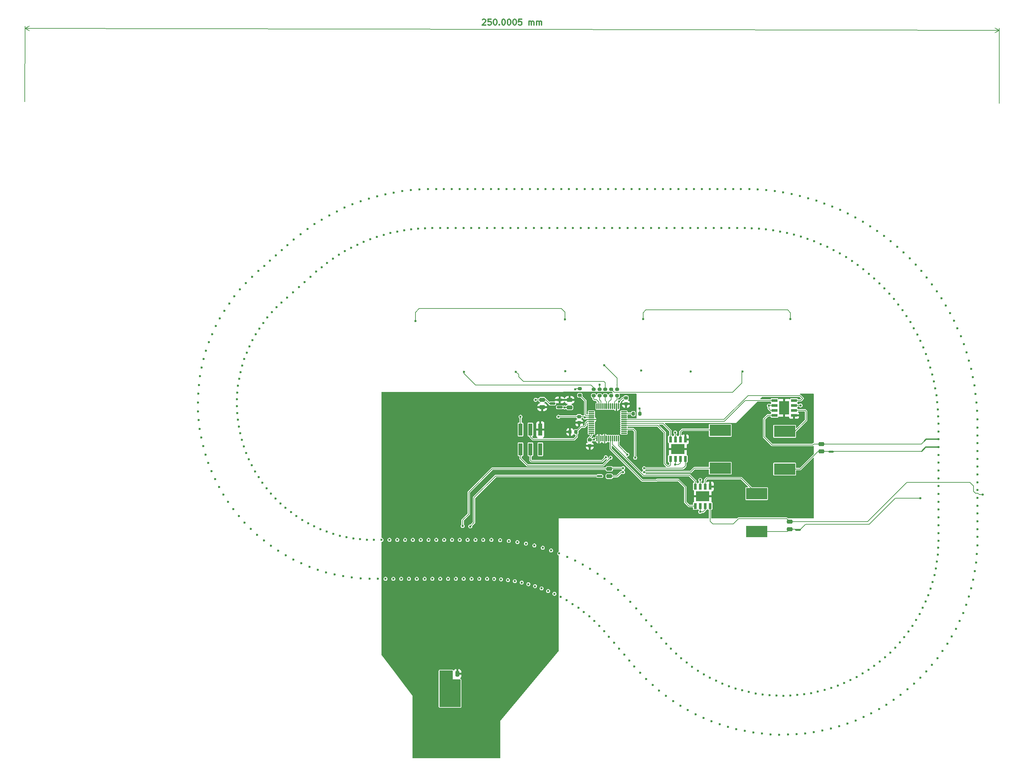
<source format=gbr>
%TF.GenerationSoftware,KiCad,Pcbnew,6.0.2+dfsg-1*%
%TF.CreationDate,2022-11-03T12:06:55-07:00*%
%TF.ProjectId,slot_track,736c6f74-5f74-4726-9163-6b2e6b696361,rev?*%
%TF.SameCoordinates,Original*%
%TF.FileFunction,Copper,L4,Bot*%
%TF.FilePolarity,Positive*%
%FSLAX46Y46*%
G04 Gerber Fmt 4.6, Leading zero omitted, Abs format (unit mm)*
G04 Created by KiCad (PCBNEW 6.0.2+dfsg-1) date 2022-11-03 12:06:55*
%MOMM*%
%LPD*%
G01*
G04 APERTURE LIST*
G04 Aperture macros list*
%AMRoundRect*
0 Rectangle with rounded corners*
0 $1 Rounding radius*
0 $2 $3 $4 $5 $6 $7 $8 $9 X,Y pos of 4 corners*
0 Add a 4 corners polygon primitive as box body*
4,1,4,$2,$3,$4,$5,$6,$7,$8,$9,$2,$3,0*
0 Add four circle primitives for the rounded corners*
1,1,$1+$1,$2,$3*
1,1,$1+$1,$4,$5*
1,1,$1+$1,$6,$7*
1,1,$1+$1,$8,$9*
0 Add four rect primitives between the rounded corners*
20,1,$1+$1,$2,$3,$4,$5,0*
20,1,$1+$1,$4,$5,$6,$7,0*
20,1,$1+$1,$6,$7,$8,$9,0*
20,1,$1+$1,$8,$9,$2,$3,0*%
G04 Aperture macros list end*
%ADD10C,0.300000*%
%TA.AperFunction,NonConductor*%
%ADD11C,0.300000*%
%TD*%
%TA.AperFunction,NonConductor*%
%ADD12C,0.200000*%
%TD*%
%TA.AperFunction,SMDPad,CuDef*%
%ADD13RoundRect,0.250000X-0.250000X-0.475000X0.250000X-0.475000X0.250000X0.475000X-0.250000X0.475000X0*%
%TD*%
%TA.AperFunction,SMDPad,CuDef*%
%ADD14RoundRect,0.825000X0.825000X1.205000X-0.825000X1.205000X-0.825000X-1.205000X0.825000X-1.205000X0*%
%TD*%
%TA.AperFunction,SMDPad,CuDef*%
%ADD15RoundRect,0.952500X0.952500X2.222500X-0.952500X2.222500X-0.952500X-2.222500X0.952500X-2.222500X0*%
%TD*%
%TA.AperFunction,SMDPad,CuDef*%
%ADD16RoundRect,0.825000X0.825000X2.350000X-0.825000X2.350000X-0.825000X-2.350000X0.825000X-2.350000X0*%
%TD*%
%TA.AperFunction,SMDPad,CuDef*%
%ADD17RoundRect,0.225000X-0.250000X0.225000X-0.250000X-0.225000X0.250000X-0.225000X0.250000X0.225000X0*%
%TD*%
%TA.AperFunction,SMDPad,CuDef*%
%ADD18RoundRect,0.225000X0.250000X-0.225000X0.250000X0.225000X-0.250000X0.225000X-0.250000X-0.225000X0*%
%TD*%
%TA.AperFunction,SMDPad,CuDef*%
%ADD19RoundRect,0.225000X-0.225000X-0.250000X0.225000X-0.250000X0.225000X0.250000X-0.225000X0.250000X0*%
%TD*%
%TA.AperFunction,SMDPad,CuDef*%
%ADD20R,1.000000X3.150000*%
%TD*%
%TA.AperFunction,SMDPad,CuDef*%
%ADD21R,0.802000X1.505000*%
%TD*%
%TA.AperFunction,SMDPad,CuDef*%
%ADD22R,3.502000X2.613000*%
%TD*%
%TA.AperFunction,SMDPad,CuDef*%
%ADD23R,1.505000X0.802000*%
%TD*%
%TA.AperFunction,SMDPad,CuDef*%
%ADD24R,2.613000X3.502000*%
%TD*%
%TA.AperFunction,SMDPad,CuDef*%
%ADD25RoundRect,0.200000X0.275000X-0.200000X0.275000X0.200000X-0.275000X0.200000X-0.275000X-0.200000X0*%
%TD*%
%TA.AperFunction,SMDPad,CuDef*%
%ADD26RoundRect,0.200000X-0.200000X-0.275000X0.200000X-0.275000X0.200000X0.275000X-0.200000X0.275000X0*%
%TD*%
%TA.AperFunction,SMDPad,CuDef*%
%ADD27RoundRect,0.200000X-0.275000X0.200000X-0.275000X-0.200000X0.275000X-0.200000X0.275000X0.200000X0*%
%TD*%
%TA.AperFunction,SMDPad,CuDef*%
%ADD28RoundRect,0.150000X0.587500X0.150000X-0.587500X0.150000X-0.587500X-0.150000X0.587500X-0.150000X0*%
%TD*%
%TA.AperFunction,SMDPad,CuDef*%
%ADD29C,0.500000*%
%TD*%
%TA.AperFunction,SMDPad,CuDef*%
%ADD30R,5.400000X2.900000*%
%TD*%
%TA.AperFunction,SMDPad,CuDef*%
%ADD31RoundRect,0.250000X-0.475000X0.250000X-0.475000X-0.250000X0.475000X-0.250000X0.475000X0.250000X0*%
%TD*%
%TA.AperFunction,SMDPad,CuDef*%
%ADD32RoundRect,0.250000X0.475000X-0.250000X0.475000X0.250000X-0.475000X0.250000X-0.475000X-0.250000X0*%
%TD*%
%TA.AperFunction,SMDPad,CuDef*%
%ADD33RoundRect,0.075000X-0.075000X-0.662500X0.075000X-0.662500X0.075000X0.662500X-0.075000X0.662500X0*%
%TD*%
%TA.AperFunction,SMDPad,CuDef*%
%ADD34RoundRect,0.075000X-0.662500X-0.075000X0.662500X-0.075000X0.662500X0.075000X-0.662500X0.075000X0*%
%TD*%
%TA.AperFunction,ViaPad*%
%ADD35C,0.600000*%
%TD*%
%TA.AperFunction,Conductor*%
%ADD36C,0.200000*%
%TD*%
%TA.AperFunction,Conductor*%
%ADD37C,0.300000*%
%TD*%
G04 APERTURE END LIST*
D10*
D11*
X167400621Y-28503226D02*
X167472192Y-28431940D01*
X167615192Y-28360797D01*
X167972334Y-28361512D01*
X168115048Y-28433226D01*
X168186333Y-28504797D01*
X168257476Y-28647797D01*
X168257190Y-28790654D01*
X168185333Y-29004796D01*
X167326478Y-29860223D01*
X168255048Y-29862080D01*
X169615188Y-28364797D02*
X168900903Y-28363369D01*
X168828046Y-29077510D01*
X168899618Y-29006225D01*
X169042617Y-28935082D01*
X169399760Y-28935796D01*
X169542474Y-29007510D01*
X169613759Y-29079082D01*
X169684902Y-29222081D01*
X169684188Y-29579224D01*
X169612474Y-29721938D01*
X169540902Y-29793223D01*
X169397903Y-29864366D01*
X169040760Y-29863652D01*
X168898046Y-29791937D01*
X168826761Y-29720366D01*
X170615186Y-28366797D02*
X170758043Y-28367083D01*
X170900757Y-28438797D01*
X170972042Y-28510369D01*
X171043185Y-28653368D01*
X171114042Y-28939225D01*
X171113328Y-29296367D01*
X171041328Y-29581938D01*
X170969614Y-29724652D01*
X170898042Y-29795937D01*
X170755043Y-29867080D01*
X170612186Y-29866794D01*
X170469472Y-29795080D01*
X170398186Y-29723509D01*
X170327044Y-29580509D01*
X170256187Y-29294653D01*
X170256901Y-28937511D01*
X170328901Y-28651940D01*
X170400615Y-28509226D01*
X170472186Y-28437940D01*
X170615186Y-28366797D01*
X171755326Y-29726223D02*
X171826612Y-29797795D01*
X171755041Y-29869080D01*
X171683755Y-29797509D01*
X171755326Y-29726223D01*
X171755041Y-29869080D01*
X172758039Y-28371083D02*
X172900895Y-28371369D01*
X173043609Y-28443083D01*
X173114895Y-28514654D01*
X173186038Y-28657654D01*
X173256895Y-28943511D01*
X173256181Y-29300653D01*
X173184181Y-29586224D01*
X173112467Y-29728938D01*
X173040895Y-29800223D01*
X172897896Y-29871366D01*
X172755039Y-29871080D01*
X172612325Y-29799366D01*
X172541039Y-29727795D01*
X172469896Y-29584795D01*
X172399039Y-29298938D01*
X172399754Y-28941796D01*
X172471753Y-28656225D01*
X172543468Y-28513511D01*
X172615039Y-28442226D01*
X172758039Y-28371083D01*
X174186607Y-28373940D02*
X174329464Y-28374226D01*
X174472178Y-28445940D01*
X174543464Y-28517511D01*
X174614606Y-28660511D01*
X174685463Y-28946368D01*
X174684749Y-29303510D01*
X174612749Y-29589081D01*
X174541035Y-29731795D01*
X174469464Y-29803080D01*
X174326464Y-29874223D01*
X174183607Y-29873937D01*
X174040893Y-29802223D01*
X173969608Y-29730652D01*
X173898465Y-29587652D01*
X173827608Y-29301796D01*
X173828322Y-28944653D01*
X173900322Y-28659083D01*
X173972036Y-28516369D01*
X174043607Y-28445083D01*
X174186607Y-28373940D01*
X175615176Y-28376797D02*
X175758033Y-28377083D01*
X175900747Y-28448797D01*
X175972032Y-28520369D01*
X176043175Y-28663368D01*
X176114032Y-28949225D01*
X176113318Y-29306367D01*
X176041318Y-29591938D01*
X175969604Y-29734652D01*
X175898032Y-29805937D01*
X175755033Y-29877080D01*
X175612176Y-29876794D01*
X175469462Y-29805080D01*
X175398176Y-29733509D01*
X175327034Y-29590509D01*
X175256177Y-29304653D01*
X175256891Y-28947511D01*
X175328891Y-28661940D01*
X175400605Y-28519226D01*
X175472176Y-28447940D01*
X175615176Y-28376797D01*
X177472315Y-28380512D02*
X176758031Y-28379083D01*
X176685174Y-29093225D01*
X176756745Y-29021939D01*
X176899745Y-28950796D01*
X177256887Y-28951511D01*
X177399601Y-29023225D01*
X177470886Y-29094796D01*
X177542029Y-29237796D01*
X177541315Y-29594938D01*
X177469601Y-29737652D01*
X177398029Y-29808937D01*
X177255030Y-29880080D01*
X176897888Y-29879366D01*
X176755174Y-29807652D01*
X176683888Y-29736080D01*
X179326454Y-29884223D02*
X179328454Y-28884225D01*
X179328168Y-29027082D02*
X179399740Y-28955796D01*
X179542739Y-28884654D01*
X179757025Y-28885082D01*
X179899739Y-28956796D01*
X179970881Y-29099796D01*
X179969310Y-29885509D01*
X179970881Y-29099796D02*
X180042595Y-28957082D01*
X180185595Y-28885939D01*
X180399880Y-28886368D01*
X180542594Y-28958082D01*
X180613737Y-29101082D01*
X180612166Y-29886794D01*
X181326450Y-29888223D02*
X181328450Y-28888225D01*
X181328164Y-29031082D02*
X181399736Y-28959796D01*
X181542735Y-28888654D01*
X181757021Y-28889082D01*
X181899735Y-28960796D01*
X181970877Y-29103796D01*
X181969306Y-29889509D01*
X181970877Y-29103796D02*
X182042591Y-28961082D01*
X182185591Y-28889939D01*
X182399876Y-28890368D01*
X182542590Y-28962082D01*
X182613733Y-29105082D01*
X182612162Y-29890794D01*
D12*
X300001000Y-50000001D02*
X300039679Y-30660659D01*
X50001000Y-49500001D02*
X50039679Y-30160659D01*
X300038506Y-31247078D02*
X50038506Y-30747078D01*
X300038506Y-31247078D02*
X50038506Y-30747078D01*
X300038506Y-31247078D02*
X298913177Y-30658405D01*
X300038506Y-31247078D02*
X298910832Y-31831245D01*
X50038506Y-30747078D02*
X51163835Y-31335751D01*
X50038506Y-30747078D02*
X51166180Y-30162911D01*
%TO.C,NT5*%
G36*
X248900000Y-159650000D02*
G01*
X247900000Y-159650000D01*
X247900000Y-159150000D01*
X248900000Y-159150000D01*
X248900000Y-159650000D01*
G37*
%TO.C,NT2*%
G36*
X257380000Y-139580000D02*
G01*
X256380000Y-139580000D01*
X256380000Y-139080000D01*
X257380000Y-139080000D01*
X257380000Y-139580000D01*
G37*
%TO.C,NT1*%
G36*
X197990000Y-145850000D02*
G01*
X196990000Y-145850000D01*
X196990000Y-145350000D01*
X197990000Y-145350000D01*
X197990000Y-145850000D01*
G37*
%TD*%
D13*
%TO.P,C3,1*%
%TO.N,VBUS*%
X159090000Y-196370000D03*
%TO.P,C3,2*%
%TO.N,GND*%
X160990000Y-196370000D03*
%TD*%
D14*
%TO.P,J1,1*%
%TO.N,VBUS*%
X159072500Y-202250000D03*
D15*
%TO.P,J1,2*%
%TO.N,GND*%
X166522500Y-211390000D03*
D16*
%TO.P,J1,3*%
X153222500Y-211390000D03*
%TD*%
D17*
%TO.P,C7,1*%
%TO.N,VCC*%
X204250000Y-125575000D03*
%TO.P,C7,2*%
%TO.N,GND*%
X204250000Y-127125000D03*
%TD*%
D18*
%TO.P,C5,1*%
%TO.N,GND*%
X194950000Y-137875000D03*
%TO.P,C5,2*%
%TO.N,VCC*%
X194950000Y-136325000D03*
%TD*%
%TO.P,C4,1*%
%TO.N,GND*%
X192250000Y-131925000D03*
%TO.P,C4,2*%
%TO.N,VCC*%
X192250000Y-130375000D03*
%TD*%
D19*
%TO.P,C1,1*%
%TO.N,GND*%
X189875000Y-134300000D03*
%TO.P,C1,2*%
%TO.N,/NRST*%
X191425000Y-134300000D03*
%TD*%
D20*
%TO.P,J2,1,Pin_1*%
%TO.N,VCC*%
X177190000Y-133685000D03*
%TO.P,J2,2,Pin_2*%
%TO.N,/SWDIO*%
X177190000Y-138735000D03*
%TO.P,J2,3,Pin_3*%
%TO.N,/NRST*%
X179730000Y-133685000D03*
%TO.P,J2,4,Pin_4*%
%TO.N,/SWCLK*%
X179730000Y-138735000D03*
%TO.P,J2,5,Pin_5*%
%TO.N,GND*%
X182270000Y-133685000D03*
%TO.P,J2,6,Pin_6*%
%TO.N,unconnected-(J2-Pad6)*%
X182270000Y-138735000D03*
%TD*%
D21*
%TO.P,U5,1,OUT1*%
%TO.N,/1A_P*%
X219455000Y-141197500D03*
%TO.P,U5,2,VM*%
%TO.N,VBUS*%
X218185000Y-141197500D03*
%TO.P,U5,3,VDD*%
X216915000Y-141197500D03*
%TO.P,U5,4,FWD*%
%TO.N,/A_IN1*%
X215645000Y-141197500D03*
%TO.P,U5,5,REV*%
%TO.N,/A_IN2*%
X215645000Y-136202500D03*
%TO.P,U5,6,VREF*%
%TO.N,VBUS*%
X216915000Y-136202500D03*
%TO.P,U5,7,OUT2*%
%TO.N,/1A_N*%
X218185000Y-136202500D03*
%TO.P,U5,8,GND*%
%TO.N,GND*%
X219455000Y-136202500D03*
D22*
%TO.P,U5,9,GND*%
X217550000Y-138700000D03*
%TD*%
D21*
%TO.P,U4,1,OUT1*%
%TO.N,/G1_P*%
X225835000Y-153297500D03*
%TO.P,U4,2,VM*%
%TO.N,VBUS*%
X224565000Y-153297500D03*
%TO.P,U4,3,VDD*%
X223295000Y-153297500D03*
%TO.P,U4,4,FWD*%
%TO.N,/G_IN1*%
X222025000Y-153297500D03*
%TO.P,U4,5,REV*%
%TO.N,/G_IN2*%
X222025000Y-148302500D03*
%TO.P,U4,6,VREF*%
%TO.N,VBUS*%
X223295000Y-148302500D03*
%TO.P,U4,7,OUT2*%
%TO.N,/G1_N*%
X224565000Y-148302500D03*
%TO.P,U4,8,GND*%
%TO.N,GND*%
X225835000Y-148302500D03*
D22*
%TO.P,U4,9,GND*%
X223930000Y-150800000D03*
%TD*%
D23*
%TO.P,U3,1,OUT1*%
%TO.N,/1B_P*%
X242352500Y-130025000D03*
%TO.P,U3,2,VM*%
%TO.N,VBUS*%
X242352500Y-128755000D03*
%TO.P,U3,3,VDD*%
X242352500Y-127485000D03*
%TO.P,U3,4,FWD*%
%TO.N,/B_IN1*%
X242352500Y-126215000D03*
%TO.P,U3,5,REV*%
%TO.N,/B_IN2*%
X247347500Y-126215000D03*
%TO.P,U3,6,VREF*%
%TO.N,VBUS*%
X247347500Y-127485000D03*
%TO.P,U3,7,OUT2*%
%TO.N,/1B_N*%
X247347500Y-128755000D03*
%TO.P,U3,8,GND*%
%TO.N,GND*%
X247347500Y-130025000D03*
D24*
%TO.P,U3,9,GND*%
X244850000Y-128120000D03*
%TD*%
D25*
%TO.P,R7,1*%
%TO.N,Net-(U1-Pad15)*%
X197450000Y-124975000D03*
%TO.P,R7,2*%
%TO.N,/FWD2*%
X197450000Y-123325000D03*
%TD*%
%TO.P,R6,1*%
%TO.N,Net-(U1-Pad14)*%
X195950000Y-124975000D03*
%TO.P,R6,2*%
%TO.N,/REV2*%
X195950000Y-123325000D03*
%TD*%
D26*
%TO.P,R5,1*%
%TO.N,Net-(R5-Pad1)*%
X206125000Y-129600000D03*
%TO.P,R5,2*%
%TO.N,/FWD1*%
X207775000Y-129600000D03*
%TD*%
D25*
%TO.P,R4,1*%
%TO.N,Net-(U1-Pad10)*%
X192400000Y-124875000D03*
%TO.P,R4,2*%
%TO.N,/REV1*%
X192400000Y-123225000D03*
%TD*%
D27*
%TO.P,R3,1*%
%TO.N,/STOP*%
X201950000Y-123325000D03*
%TO.P,R3,2*%
%TO.N,Net-(U1-Pad22)*%
X201950000Y-124975000D03*
%TD*%
%TO.P,R2,1*%
%TO.N,/FWD3*%
X200450000Y-123325000D03*
%TO.P,R2,2*%
%TO.N,Net-(U1-Pad19)*%
X200450000Y-124975000D03*
%TD*%
%TO.P,R1,1*%
%TO.N,/REV3*%
X198950000Y-123325000D03*
%TO.P,R1,2*%
%TO.N,Net-(U1-Pad18)*%
X198950000Y-124975000D03*
%TD*%
D28*
%TO.P,U2,1,GND*%
%TO.N,GND*%
X187237500Y-126075000D03*
%TO.P,U2,2,VO*%
%TO.N,VCC*%
X187237500Y-127975000D03*
%TO.P,U2,3,VI*%
%TO.N,VBUS*%
X185362500Y-127025000D03*
%TD*%
D29*
%TO.P,NT5,1,1*%
%TO.N,Net-(L3-Pad2)*%
X247900000Y-159400000D03*
%TO.P,NT5,2,2*%
%TO.N,/G1_P*%
X248900000Y-159400000D03*
%TD*%
%TO.P,NT2,1,1*%
%TO.N,Net-(L2-Pad2)*%
X256380000Y-139330000D03*
%TO.P,NT2,2,2*%
%TO.N,/1B_P*%
X257380000Y-139330000D03*
%TD*%
%TO.P,NT1,1,1*%
%TO.N,Net-(C8-Pad2)*%
X197990000Y-145600000D03*
%TO.P,NT1,2,2*%
%TO.N,/1A_P*%
X196990000Y-145600000D03*
%TD*%
D30*
%TO.P,L3,1,1*%
%TO.N,/G1_N*%
X237770000Y-150120000D03*
%TO.P,L3,2,2*%
%TO.N,Net-(L3-Pad2)*%
X237770000Y-159820000D03*
%TD*%
%TO.P,L2,2,2*%
%TO.N,Net-(L2-Pad2)*%
X244955000Y-143830000D03*
%TO.P,L2,1,1*%
%TO.N,/1B_N*%
X244955000Y-134130000D03*
%TD*%
%TO.P,L1,1,1*%
%TO.N,/1A_N*%
X228430000Y-133900000D03*
%TO.P,L1,2,2*%
%TO.N,Net-(C8-Pad2)*%
X228430000Y-143600000D03*
%TD*%
D31*
%TO.P,C10,1*%
%TO.N,/1B_P*%
X254370000Y-137400000D03*
%TO.P,C10,2*%
%TO.N,Net-(L2-Pad2)*%
X254370000Y-139300000D03*
%TD*%
%TO.P,C9,1*%
%TO.N,/G1_P*%
X246250000Y-157350000D03*
%TO.P,C9,2*%
%TO.N,Net-(L3-Pad2)*%
X246250000Y-159250000D03*
%TD*%
%TO.P,C8,1*%
%TO.N,/1A_P*%
X199970000Y-143760000D03*
%TO.P,C8,2*%
%TO.N,Net-(C8-Pad2)*%
X199970000Y-145660000D03*
%TD*%
D32*
%TO.P,C6,2*%
%TO.N,GND*%
X189775000Y-126100000D03*
%TO.P,C6,1*%
%TO.N,VCC*%
X189775000Y-128000000D03*
%TD*%
D31*
%TO.P,C2,1*%
%TO.N,VBUS*%
X182750000Y-126050000D03*
%TO.P,C2,2*%
%TO.N,GND*%
X182750000Y-127950000D03*
%TD*%
D33*
%TO.P,U1,48,VDD*%
%TO.N,VCC*%
X196800000Y-136012500D03*
%TO.P,U1,47,VSS*%
%TO.N,GND*%
X197300000Y-136012500D03*
%TO.P,U1,46,PB9*%
%TO.N,unconnected-(U1-Pad46)*%
X197800000Y-136012500D03*
%TO.P,U1,45,PB8*%
%TO.N,unconnected-(U1-Pad45)*%
X198300000Y-136012500D03*
%TO.P,U1,44,BOOT0*%
%TO.N,GND*%
X198800000Y-136012500D03*
%TO.P,U1,43,PB7*%
%TO.N,unconnected-(U1-Pad43)*%
X199300000Y-136012500D03*
%TO.P,U1,42,PB6*%
%TO.N,unconnected-(U1-Pad42)*%
X199800000Y-136012500D03*
%TO.P,U1,41,PB5*%
%TO.N,/G_IN1*%
X200300000Y-136012500D03*
%TO.P,U1,40,PB4*%
%TO.N,/G_IN2*%
X200800000Y-136012500D03*
%TO.P,U1,39,PB3*%
%TO.N,unconnected-(U1-Pad39)*%
X201300000Y-136012500D03*
%TO.P,U1,38,PA15*%
%TO.N,unconnected-(U1-Pad38)*%
X201800000Y-136012500D03*
%TO.P,U1,37,PA14*%
%TO.N,/SWCLK*%
X202300000Y-136012500D03*
D34*
%TO.P,U1,36,PF7*%
%TO.N,unconnected-(U1-Pad36)*%
X203712500Y-134600000D03*
%TO.P,U1,35,PF6*%
%TO.N,unconnected-(U1-Pad35)*%
X203712500Y-134100000D03*
%TO.P,U1,34,PA13*%
%TO.N,/SWDIO*%
X203712500Y-133600000D03*
%TO.P,U1,33,PA12*%
%TO.N,unconnected-(U1-Pad33)*%
X203712500Y-133100000D03*
%TO.P,U1,32,PA11*%
%TO.N,/A_IN1*%
X203712500Y-132600000D03*
%TO.P,U1,31,PA10*%
%TO.N,/A_IN2*%
X203712500Y-132100000D03*
%TO.P,U1,30,PA9*%
%TO.N,/B_IN1*%
X203712500Y-131600000D03*
%TO.P,U1,29,PA8*%
%TO.N,/B_IN2*%
X203712500Y-131100000D03*
%TO.P,U1,28,PB15*%
%TO.N,unconnected-(U1-Pad28)*%
X203712500Y-130600000D03*
%TO.P,U1,27,PB14*%
%TO.N,unconnected-(U1-Pad27)*%
X203712500Y-130100000D03*
%TO.P,U1,26,PB13*%
%TO.N,Net-(R5-Pad1)*%
X203712500Y-129600000D03*
%TO.P,U1,25,PB12*%
%TO.N,unconnected-(U1-Pad25)*%
X203712500Y-129100000D03*
D33*
%TO.P,U1,24,VDD*%
%TO.N,VCC*%
X202300000Y-127687500D03*
%TO.P,U1,23,VSS*%
%TO.N,GND*%
X201800000Y-127687500D03*
%TO.P,U1,22,PB11*%
%TO.N,Net-(U1-Pad22)*%
X201300000Y-127687500D03*
%TO.P,U1,21,PB10*%
%TO.N,unconnected-(U1-Pad21)*%
X200800000Y-127687500D03*
%TO.P,U1,20,PB2*%
%TO.N,unconnected-(U1-Pad20)*%
X200300000Y-127687500D03*
%TO.P,U1,19,PB1*%
%TO.N,Net-(U1-Pad19)*%
X199800000Y-127687500D03*
%TO.P,U1,18,PB0*%
%TO.N,Net-(U1-Pad18)*%
X199300000Y-127687500D03*
%TO.P,U1,17,PA7*%
%TO.N,unconnected-(U1-Pad17)*%
X198800000Y-127687500D03*
%TO.P,U1,16,PA6*%
%TO.N,unconnected-(U1-Pad16)*%
X198300000Y-127687500D03*
%TO.P,U1,15,PA5*%
%TO.N,Net-(U1-Pad15)*%
X197800000Y-127687500D03*
%TO.P,U1,14,PA4*%
%TO.N,Net-(U1-Pad14)*%
X197300000Y-127687500D03*
%TO.P,U1,13,PA3*%
%TO.N,unconnected-(U1-Pad13)*%
X196800000Y-127687500D03*
D34*
%TO.P,U1,12,PA2*%
%TO.N,unconnected-(U1-Pad12)*%
X195387500Y-129100000D03*
%TO.P,U1,11,PA1*%
%TO.N,unconnected-(U1-Pad11)*%
X195387500Y-129600000D03*
%TO.P,U1,10,PA0*%
%TO.N,Net-(U1-Pad10)*%
X195387500Y-130100000D03*
%TO.P,U1,9,VDDA*%
%TO.N,VCC*%
X195387500Y-130600000D03*
%TO.P,U1,8,VSSA*%
%TO.N,GND*%
X195387500Y-131100000D03*
%TO.P,U1,7,NRST*%
%TO.N,/NRST*%
X195387500Y-131600000D03*
%TO.P,U1,6,PF1*%
%TO.N,unconnected-(U1-Pad6)*%
X195387500Y-132100000D03*
%TO.P,U1,5,PF0*%
%TO.N,unconnected-(U1-Pad5)*%
X195387500Y-132600000D03*
%TO.P,U1,4,PC15*%
%TO.N,unconnected-(U1-Pad4)*%
X195387500Y-133100000D03*
%TO.P,U1,3,PC14*%
%TO.N,unconnected-(U1-Pad3)*%
X195387500Y-133600000D03*
%TO.P,U1,2,PC13*%
%TO.N,unconnected-(U1-Pad2)*%
X195387500Y-134100000D03*
%TO.P,U1,1,VBAT*%
%TO.N,VCC*%
X195387500Y-134600000D03*
%TD*%
D35*
%TO.N,VBUS*%
X158300000Y-199700000D03*
X159090000Y-198640000D03*
%TO.N,GND*%
X151000000Y-212400000D03*
X151000000Y-208600000D03*
X153200000Y-207700000D03*
X164100000Y-211400000D03*
%TO.N,VBUS*%
X161200000Y-202300000D03*
X161200000Y-201200000D03*
%TO.N,GND*%
X155400000Y-209500000D03*
X155400000Y-210500000D03*
X164100000Y-212400000D03*
%TO.N,VBUS*%
X156950000Y-202300000D03*
X156950000Y-201100000D03*
%TO.N,GND*%
X169000000Y-212500000D03*
X169000000Y-211500000D03*
X155400000Y-212500000D03*
%TO.N,VBUS*%
X161200000Y-203500000D03*
X159900000Y-199700000D03*
%TO.N,GND*%
X155400000Y-211500000D03*
X155400000Y-208600000D03*
X166600000Y-207650000D03*
X169000000Y-210500000D03*
X164100000Y-209400000D03*
X151000000Y-209500000D03*
%TO.N,VBUS*%
X156950000Y-203450000D03*
%TO.N,GND*%
X151000000Y-210400000D03*
X164100000Y-208400000D03*
X169000000Y-209500000D03*
X151000000Y-211400000D03*
X169000000Y-208500000D03*
X164100000Y-210400000D03*
%TO.N,VCC*%
X177200000Y-130400000D03*
X186900000Y-130400000D03*
%TO.N,/SWDIO*%
X206600000Y-140900000D03*
%TO.N,/SWCLK*%
X204600000Y-140100000D03*
%TO.N,/SWDIO*%
X200300000Y-140900000D03*
%TO.N,/SWCLK*%
X199100000Y-140800000D03*
%TO.N,/1B_P*%
X213355064Y-187201879D03*
X212055701Y-185681466D03*
%TO.N,/1A_P*%
X206402678Y-194458899D03*
X205103316Y-192938486D03*
%TO.N,/1B_P*%
X210749351Y-184152876D03*
X209449988Y-182632463D03*
%TO.N,/1A_P*%
X203796965Y-191409896D03*
X202497603Y-189889483D03*
%TO.N,/1B_P*%
X208145186Y-181105685D03*
X206845824Y-179585272D03*
%TO.N,/1A_P*%
X201192801Y-188362705D03*
X199893438Y-186842291D03*
%TO.N,/1B_P*%
X205367346Y-177923831D03*
X203817956Y-176331083D03*
%TO.N,/1A_P*%
X198644436Y-185393108D03*
X197433543Y-184091681D03*
%TO.N,/1B_P*%
X202190443Y-174800756D03*
X200505432Y-173352241D03*
%TO.N,/1A_P*%
X196159058Y-182838790D03*
X194837131Y-181650311D03*
%TO.N,/1B_P*%
X198748166Y-171972852D03*
X196940910Y-170680070D03*
%TO.N,/1A_P*%
X193456185Y-180515835D03*
X192033719Y-179449738D03*
%TO.N,/1B_P*%
X195067839Y-169462571D03*
X193152687Y-168335783D03*
%TO.N,/1A_P*%
X190557275Y-178442683D03*
X189045561Y-177507431D03*
%TO.N,/1B_P*%
X191178681Y-167289839D03*
X189170836Y-166337991D03*
%TO.N,/1A_P*%
X187485340Y-176635792D03*
X185896380Y-175838810D03*
%TO.N,/1B_P*%
X187111566Y-165471904D03*
X185026966Y-164702553D03*
%TO.N,/1A_P*%
X184264767Y-175109505D03*
X182611175Y-174457120D03*
%TO.N,/1B_P*%
X182898779Y-164023200D03*
X180753974Y-163442452D03*
%TO.N,/1A_P*%
X180921122Y-173875940D03*
X179216025Y-173373330D03*
%TO.N,/1B_P*%
X178573766Y-162955225D03*
X176385781Y-162567692D03*
%TO.N,/1A_P*%
X177480950Y-172944888D03*
X175737884Y-172596044D03*
%TO.N,/1B_P*%
X174170858Y-162276459D03*
X171957064Y-162085217D03*
%TO.N,/1A_P*%
X173971560Y-172323742D03*
X172204362Y-172131433D03*
%TO.N,/1B_P*%
X169731365Y-161992413D03*
%TO.N,/1A_P*%
X170425892Y-172017643D03*
%TO.N,/1B_P*%
X167628735Y-161983009D03*
%TO.N,/1A_P*%
X168628735Y-171983009D03*
%TO.N,/1B_P*%
X165617979Y-161983009D03*
X163617979Y-161983009D03*
%TO.N,/1A_P*%
X166617979Y-171983009D03*
X164617979Y-171983009D03*
%TO.N,/1B_P*%
X161607223Y-161983009D03*
X159607223Y-161983009D03*
%TO.N,/1A_P*%
X162607223Y-171983009D03*
X160607223Y-171983009D03*
%TO.N,/1B_P*%
X157596468Y-161983009D03*
X155596468Y-161983009D03*
%TO.N,/1A_P*%
X158596468Y-171983009D03*
X156596468Y-171983009D03*
%TO.N,/1B_P*%
X153585712Y-161983009D03*
X151585712Y-161983009D03*
%TO.N,/1A_P*%
X154585712Y-171983009D03*
X152585712Y-171983009D03*
%TO.N,/1B_P*%
X149574957Y-161983009D03*
X147574957Y-161983009D03*
%TO.N,/1A_P*%
X150574957Y-171983009D03*
X148574957Y-171983009D03*
%TO.N,/1B_P*%
X145564201Y-161983009D03*
X143564201Y-161983009D03*
%TO.N,/1A_P*%
X146564201Y-171983009D03*
X144564201Y-171983009D03*
%TO.N,/1B_P*%
X141555769Y-161983009D03*
X139555769Y-161983009D03*
%TO.N,/1A_P*%
X142555769Y-171983009D03*
X140555769Y-171983009D03*
%TO.N,/1B_P*%
X137777957Y-161944470D03*
X136032665Y-161818709D03*
%TO.N,/1A_P*%
X138433106Y-171972186D03*
X136185818Y-171866637D03*
%TO.N,/1B_P*%
X134286529Y-161604498D03*
X132562591Y-161304664D03*
%TO.N,/1A_P*%
X133934603Y-171647429D03*
X131709168Y-171317455D03*
%TO.N,/1B_P*%
X130846669Y-160916739D03*
X129161404Y-160445842D03*
%TO.N,/1A_P*%
X129491203Y-170873999D03*
X127309977Y-170322914D03*
%TO.N,/1B_P*%
X127492931Y-159888101D03*
X125863268Y-159250873D03*
%TO.N,/1A_P*%
X125147543Y-169659665D03*
X123032436Y-168893005D03*
%TO.N,/1B_P*%
X124259006Y-158528917D03*
X122701316Y-157731759D03*
%TO.N,/1A_P*%
X120947255Y-168016626D03*
X118919515Y-167042092D03*
%TO.N,/1B_P*%
X121177380Y-156852840D03*
X119707309Y-155903760D03*
%TO.N,/1A_P*%
X116932534Y-165961386D03*
X115012531Y-164788768D03*
%TO.N,/1B_P*%
X118279009Y-154876709D03*
X116911326Y-153785240D03*
%TO.N,/1A_P*%
X113143709Y-163514592D03*
X111350730Y-162155670D03*
%TO.N,/1B_P*%
X115593008Y-152620373D03*
X114341451Y-151397480D03*
%TO.N,/1A_P*%
X109618841Y-160700822D03*
X107970896Y-159169246D03*
%TO.N,/1B_P*%
X113146359Y-150106499D03*
X112023502Y-148764466D03*
%TO.N,/1A_P*%
X106393338Y-157548343D03*
X104906983Y-155859499D03*
%TO.N,/1B_P*%
X110963641Y-147360340D03*
X109980762Y-145912648D03*
%TO.N,/1A_P*%
X103499603Y-154088821D03*
X102189768Y-152259674D03*
%TO.N,/1B_P*%
X109066779Y-144409482D03*
X108233752Y-142870674D03*
%TO.N,/1A_P*%
X100966703Y-150357010D03*
X99846546Y-148405935D03*
%TO.N,/1B_P*%
X107474828Y-141283567D03*
X106800021Y-139669102D03*
%TO.N,/1A_P*%
X98820083Y-146390397D03*
X97900857Y-144336993D03*
%TO.N,/1B_P*%
X106203780Y-138013997D03*
X105693972Y-136340092D03*
%TO.N,/1A_P*%
X97081307Y-142228828D03*
X96372246Y-140093722D03*
%TO.N,/1B_P*%
X105266403Y-134633616D03*
X104926715Y-132917086D03*
%TO.N,/1A_P*%
X95767841Y-137914109D03*
X95276067Y-135718749D03*
%TO.N,/1B_P*%
X104672114Y-131176381D03*
X104505958Y-129434470D03*
%TO.N,/1A_P*%
X94892879Y-133489582D03*
X94623334Y-131256022D03*
%TO.N,/1B_P*%
X104426882Y-127677022D03*
X104435928Y-125927228D03*
%TO.N,/1A_P*%
X94465212Y-128999694D03*
X94420602Y-126750371D03*
%TO.N,/1B_P*%
X104533171Y-124170691D03*
X104717328Y-122430591D03*
%TO.N,/1A_P*%
X94489135Y-124489547D03*
X94669908Y-122247056D03*
%TO.N,/1B_P*%
X104989913Y-120692612D03*
X105347331Y-118979686D03*
%TO.N,/1A_P*%
X94964408Y-120004448D03*
X95368749Y-117791316D03*
%TO.N,/1B_P*%
X105792521Y-117277722D03*
X106319609Y-115609177D03*
%TO.N,/1A_P*%
X95886257Y-115589452D03*
X96510103Y-113427911D03*
%TO.N,/1B_P*%
X106932931Y-113960326D03*
X107624394Y-112352924D03*
%TO.N,/1A_P*%
X97245420Y-111288909D03*
X98082506Y-109200672D03*
%TO.N,/1B_P*%
X108399687Y-110773748D03*
X109248580Y-109243636D03*
%TO.N,/1A_P*%
X99028246Y-107146020D03*
X100070161Y-105152065D03*
%TO.N,/1B_P*%
X110178056Y-107749999D03*
X111175851Y-106312547D03*
%TO.N,/1A_P*%
X101216824Y-103202402D03*
X102453103Y-101322759D03*
%TO.N,/1B_P*%
X112250173Y-104919455D03*
X113386846Y-103589103D03*
%TO.N,/1A_P*%
X103789169Y-99497671D03*
X105207392Y-97751221D03*
%TO.N,/1B_P*%
X114594351Y-102311424D03*
X115858442Y-101101492D03*
%TO.N,/1A_P*%
X106718349Y-96070196D03*
X108304215Y-94474428D03*
%TO.N,/1B_P*%
X117316365Y-99802257D03*
X118811180Y-98473525D03*
%TO.N,/1A_P*%
X109925298Y-92992548D03*
X111420113Y-91663816D03*
%TO.N,/1B_P*%
X120314033Y-97137648D03*
X121808848Y-95808916D03*
%TO.N,/1A_P*%
X112922967Y-90327938D03*
X114417782Y-88999207D03*
%TO.N,/1B_P*%
X123309078Y-94475371D03*
%TO.N,/1A_P*%
X115918012Y-87665662D03*
X117412827Y-86336930D03*
%TO.N,/1B_P*%
X124783984Y-93165487D03*
X126167596Y-91999246D03*
X127589214Y-90895357D03*
%TO.N,/1A_P*%
X119029557Y-84925466D03*
X120739760Y-83541790D03*
%TO.N,/1B_P*%
X129061827Y-89843734D03*
X130567327Y-88857308D03*
%TO.N,/1A_P*%
X122513556Y-82220735D03*
X124329133Y-80978545D03*
%TO.N,/1B_P*%
X132119471Y-87927065D03*
X133699171Y-87064445D03*
%TO.N,/1A_P*%
X126203080Y-79803871D03*
X128112355Y-78711156D03*
%TO.N,/1B_P*%
X135320863Y-86261566D03*
X136964606Y-85528299D03*
%TO.N,/1A_P*%
X130074402Y-77690416D03*
X132065095Y-76754203D03*
%TO.N,/1B_P*%
X138645417Y-84857946D03*
X140342629Y-84258749D03*
%TO.N,/1A_P*%
X134102624Y-75893963D03*
X136161934Y-75120273D03*
%TO.N,/1B_P*%
X142071751Y-83725234D03*
X143811519Y-83263960D03*
%TO.N,/1A_P*%
X138261842Y-74426064D03*
X140376524Y-73819873D03*
%TO.N,/1B_P*%
X145577831Y-82870713D03*
X147348967Y-82550328D03*
%TO.N,/1A_P*%
X142525306Y-73296160D03*
X144681764Y-72861366D03*
%TO.N,/1B_P*%
X149141109Y-82299879D03*
X150932222Y-82122444D03*
%TO.N,/1A_P*%
X146865601Y-72511517D03*
X149049963Y-72250916D03*
%TO.N,/1B_P*%
X152736081Y-82016502D03*
%TO.N,/1A_P*%
X151251650Y-72077366D03*
X153449866Y-71992507D03*
%TO.N,/1B_P*%
X154545608Y-81983009D03*
X156556363Y-81983009D03*
X158556363Y-81983009D03*
%TO.N,/1A_P*%
X155556363Y-71983009D03*
X157556363Y-71983009D03*
%TO.N,/1B_P*%
X160567119Y-81983009D03*
X162567119Y-81983009D03*
%TO.N,/1A_P*%
X159567119Y-71983009D03*
X161567119Y-71983009D03*
%TO.N,/1B_P*%
X164577875Y-81983009D03*
X166577875Y-81983009D03*
%TO.N,/1A_P*%
X163577875Y-71983009D03*
X165577875Y-71983009D03*
%TO.N,/1B_P*%
X168588630Y-81983009D03*
X170588630Y-81983009D03*
%TO.N,/1A_P*%
X167588630Y-71983009D03*
X169588630Y-71983009D03*
%TO.N,/1B_P*%
X172599386Y-81983009D03*
X174599386Y-81983009D03*
%TO.N,/1A_P*%
X171599386Y-71983009D03*
X173599386Y-71983009D03*
%TO.N,/1B_P*%
X176610141Y-81983009D03*
X178610141Y-81983009D03*
%TO.N,/1A_P*%
X175610141Y-71983009D03*
X177610141Y-71983009D03*
%TO.N,/1B_P*%
X180620897Y-81983009D03*
X182620897Y-81983009D03*
%TO.N,/1A_P*%
X179620897Y-71983009D03*
X181620897Y-71983009D03*
%TO.N,/1B_P*%
X184631653Y-81983009D03*
X186631653Y-81983009D03*
%TO.N,/1A_P*%
X183631653Y-71983009D03*
X185631653Y-71983009D03*
%TO.N,/1B_P*%
X188642408Y-81983009D03*
X190642408Y-81983009D03*
%TO.N,/1A_P*%
X187642408Y-71983009D03*
X189642408Y-71983009D03*
%TO.N,/1B_P*%
X192653164Y-81983009D03*
X194653164Y-81983009D03*
%TO.N,/1A_P*%
X191653164Y-71983009D03*
X193653164Y-71983009D03*
%TO.N,/1B_P*%
X196663920Y-81983009D03*
X198663920Y-81983009D03*
%TO.N,/1A_P*%
X195663920Y-71983009D03*
X197663920Y-71983009D03*
%TO.N,/1B_P*%
X200674675Y-81983009D03*
X202674675Y-81983009D03*
%TO.N,/1A_P*%
X199674675Y-71983009D03*
X201674675Y-71983009D03*
%TO.N,/1B_P*%
X204685431Y-81983009D03*
X206685431Y-81983009D03*
%TO.N,/1A_P*%
X203685431Y-71983009D03*
X205685431Y-71983009D03*
%TO.N,/1B_P*%
X208696186Y-81983009D03*
X210696186Y-81983009D03*
%TO.N,/1A_P*%
X207696186Y-71983009D03*
X209696186Y-71983009D03*
%TO.N,/1B_P*%
X212706942Y-81983009D03*
X214706942Y-81983009D03*
%TO.N,/1A_P*%
X211706942Y-71983009D03*
X213706942Y-71983009D03*
%TO.N,/1B_P*%
X216717698Y-81983009D03*
X218717698Y-81983009D03*
%TO.N,/1A_P*%
X215717698Y-71983009D03*
X217717698Y-71983009D03*
%TO.N,/1B_P*%
X220728453Y-81983009D03*
X222728453Y-81983009D03*
%TO.N,/1A_P*%
X219728453Y-71983009D03*
X221728453Y-71983009D03*
%TO.N,/1B_P*%
X224739209Y-81983009D03*
X226739209Y-81983009D03*
%TO.N,/1A_P*%
X223739209Y-71983009D03*
X225739209Y-71983009D03*
%TO.N,/1B_P*%
X228749964Y-81983009D03*
X230749964Y-81983009D03*
%TO.N,/1A_P*%
X227749964Y-71983009D03*
X229749964Y-71983009D03*
%TO.N,/1B_P*%
X232757125Y-81983009D03*
%TO.N,/1A_P*%
X231757125Y-71983009D03*
X233757125Y-71983009D03*
%TO.N,/1B_P*%
X234729744Y-81983969D03*
X236557054Y-82028700D03*
X238371761Y-82139418D03*
%TO.N,/1A_P*%
X235894189Y-72001122D03*
X238073893Y-72094371D03*
%TO.N,/1B_P*%
X240190956Y-82317165D03*
X241992774Y-82559806D03*
%TO.N,/1A_P*%
X240260444Y-72267943D03*
X242427562Y-72519752D03*
%TO.N,/1B_P*%
X243794184Y-82869624D03*
X245573534Y-83242896D03*
%TO.N,/1A_P*%
X244595655Y-72852171D03*
X246738667Y-73261204D03*
%TO.N,/1B_P*%
X247347583Y-83683138D03*
X249095009Y-84185059D03*
%TO.N,/1A_P*%
X248876779Y-73750703D03*
X250984294Y-74314785D03*
%TO.N,/1B_P*%
X250832268Y-84753385D03*
X252538481Y-85381286D03*
%TO.N,/1A_P*%
X253081059Y-74958762D03*
X255141875Y-75674894D03*
%TO.N,/1B_P*%
X254229716Y-86074675D03*
X255885646Y-86825219D03*
%TO.N,/1A_P*%
X257186149Y-76469926D03*
X259189311Y-77334302D03*
%TO.N,/1B_P*%
X257521867Y-87639986D03*
X259118713Y-88509183D03*
%TO.N,/1A_P*%
X261170228Y-78276164D03*
X263105089Y-79284190D03*
%TO.N,/1B_P*%
X260691223Y-89440997D03*
X262220497Y-90424228D03*
%TO.N,/1A_P*%
X265012119Y-80367874D03*
X266868395Y-81514191D03*
%TO.N,/1B_P*%
X263720937Y-91468135D03*
X265174510Y-92560173D03*
%TO.N,/1A_P*%
X268691401Y-82733938D03*
X270459225Y-84012454D03*
%TO.N,/1B_P*%
X266594906Y-93710625D03*
X267965052Y-94905665D03*
%TO.N,/1A_P*%
X272188518Y-85361780D03*
X273858493Y-86765699D03*
%TO.N,/1B_P*%
X269297853Y-96156548D03*
X270577289Y-97448238D03*
%TO.N,/1A_P*%
X275484880Y-88237432D03*
X277048131Y-89759291D03*
%TO.N,/1B_P*%
X271815410Y-98792901D03*
X272997336Y-100174376D03*
%TO.N,/1A_P*%
X278562967Y-91345608D03*
X280011183Y-92977318D03*
%TO.N,/1B_P*%
X274134197Y-101605673D03*
X275212329Y-103069590D03*
%TO.N,/1A_P*%
X281406417Y-94669787D03*
X282731901Y-96402675D03*
%TO.N,/1B_P*%
X276241887Y-104579913D03*
X277210496Y-106118489D03*
%TO.N,/1A_P*%
X284000117Y-98192301D03*
X285195822Y-100017156D03*
%TO.N,/1B_P*%
X278127278Y-107699810D03*
X278981215Y-109304868D03*
%TO.N,/1A_P*%
X286330279Y-101894425D03*
X287389851Y-103801547D03*
%TO.N,/1B_P*%
X279780348Y-110948781D03*
X280515074Y-112611790D03*
%TO.N,/1A_P*%
X288384518Y-105756482D03*
X289302325Y-107735733D03*
%TO.N,/1B_P*%
X281192311Y-114309558D03*
X281803920Y-116021678D03*
%TO.N,/1A_P*%
X290151915Y-109757942D03*
X290923078Y-111798803D03*
%TO.N,/1B_P*%
X282355661Y-117764276D03*
X282840902Y-119516406D03*
%TO.N,/1A_P*%
X291623075Y-113877538D03*
X292243495Y-115969160D03*
%TO.N,/1B_P*%
X283264214Y-121294571D03*
X283620509Y-123077399D03*
%TO.N,/1A_P*%
X292790180Y-118093370D03*
X293256558Y-120224637D03*
%TO.N,/1B_P*%
X283913142Y-124881680D03*
X284138596Y-126685729D03*
%TO.N,/1A_P*%
X293647024Y-122383032D03*
X293956883Y-124542614D03*
%TO.N,/1B_P*%
X284298994Y-128506535D03*
X284392410Y-130322216D03*
%TO.N,/1A_P*%
X294189054Y-126723721D03*
X294340746Y-128900139D03*
X294413250Y-131083053D03*
%TO.N,/1B_P*%
X284420000Y-132166556D03*
X284420000Y-134166556D03*
%TO.N,/1A_P*%
X294420000Y-133166556D03*
%TO.N,/1B_P*%
X284420000Y-136177311D03*
X284420000Y-138177311D03*
%TO.N,/1A_P*%
X294420000Y-135177311D03*
X294420000Y-137177311D03*
%TO.N,/1B_P*%
X284420000Y-140188067D03*
X284420000Y-142188067D03*
%TO.N,/1A_P*%
X294420000Y-139188067D03*
X294420000Y-141188067D03*
%TO.N,/1B_P*%
X284420000Y-144198822D03*
X284420000Y-146198822D03*
%TO.N,/1A_P*%
X294420000Y-143198822D03*
X294420000Y-145198822D03*
%TO.N,/1B_P*%
X284420000Y-148209578D03*
X284420000Y-150209578D03*
%TO.N,/1A_P*%
X294420000Y-147209578D03*
X294420000Y-149209578D03*
%TO.N,/1B_P*%
X284420000Y-152220334D03*
X284420000Y-154220334D03*
%TO.N,/1A_P*%
X294420000Y-151220334D03*
X294420000Y-153220334D03*
%TO.N,/1B_P*%
X284420000Y-156231089D03*
X284420000Y-158231089D03*
%TO.N,/1A_P*%
X294420000Y-155231089D03*
X294420000Y-157231089D03*
%TO.N,/1B_P*%
X284420000Y-160238469D03*
%TO.N,/1A_P*%
X294420000Y-159238469D03*
X294420000Y-161238469D03*
%TO.N,/1B_P*%
X284419338Y-162213084D03*
X284369136Y-163999569D03*
X284240091Y-165772510D03*
%TO.N,/1A_P*%
X294400101Y-163393479D03*
X294288079Y-165612693D03*
%TO.N,/1B_P*%
X284031073Y-167547435D03*
X283744731Y-169301853D03*
%TO.N,/1A_P*%
X294076171Y-167836607D03*
X293767062Y-170037041D03*
%TO.N,/1B_P*%
X283378557Y-171051128D03*
X282937191Y-172773095D03*
%TO.N,/1A_P*%
X293358045Y-172233266D03*
X292854302Y-174397452D03*
%TO.N,/1B_P*%
X282416768Y-174482833D03*
X281823882Y-176158679D03*
%TO.N,/1A_P*%
X292251422Y-176548552D03*
X291557044Y-178659310D03*
%TO.N,/1B_P*%
X281153340Y-177815308D03*
X280413640Y-179431730D03*
%TO.N,/1A_P*%
X290765088Y-180748210D03*
X289885588Y-182788783D03*
%TO.N,/1B_P*%
X279598304Y-181022099D03*
X278717662Y-182566263D03*
%TO.N,/1A_P*%
X288910843Y-184798900D03*
X287853203Y-186753090D03*
%TO.N,/1B_P*%
X277764003Y-184077746D03*
X276749411Y-185537396D03*
%TO.N,/1A_P*%
X286703406Y-188668466D03*
X285476021Y-190520758D03*
%TO.N,/1B_P*%
X275665001Y-186957995D03*
X274524513Y-188321542D03*
%TO.N,/1A_P*%
X284160301Y-192326188D03*
X282772916Y-194061878D03*
%TO.N,/1B_P*%
X273317959Y-189639978D03*
X272060629Y-190896598D03*
%TO.N,/1A_P*%
X281301716Y-195743030D03*
X279765344Y-197348340D03*
%TO.N,/1B_P*%
X270741510Y-192102406D03*
X269377319Y-193242124D03*
%TO.N,/1A_P*%
X278150345Y-198891867D03*
X276477183Y-200354053D03*
%TO.N,/1B_P*%
X267956107Y-194325731D03*
X266495885Y-195339498D03*
%TO.N,/1A_P*%
X274731205Y-201747702D03*
X272934535Y-203055156D03*
%TO.N,/1B_P*%
X264983862Y-196292302D03*
X263439200Y-197172070D03*
%TO.N,/1A_P*%
X271071439Y-204287865D03*
X269165524Y-205430207D03*
%TO.N,/1B_P*%
X261848371Y-197986508D03*
X260231532Y-198725294D03*
%TO.N,/1A_P*%
X267200099Y-206492189D03*
X265200070Y-207460352D03*
%TO.N,/1B_P*%
X258574523Y-199394899D03*
X256898343Y-199986838D03*
%TO.N,/1A_P*%
X263147920Y-208343176D03*
X261069652Y-209129473D03*
%TO.N,/1B_P*%
X255188310Y-200506294D03*
X253466094Y-200946687D03*
%TO.N,/1A_P*%
X258947068Y-209826131D03*
X256807061Y-210424321D03*
%TO.N,/1B_P*%
X251716612Y-201311872D03*
X249962033Y-201597222D03*
%TO.N,/1A_P*%
X254630892Y-210929283D03*
X252446135Y-211334617D03*
%TO.N,/1B_P*%
X248186990Y-201805237D03*
X246413976Y-201933279D03*
%TO.N,/1A_P*%
X250233657Y-211643873D03*
X248021493Y-211853133D03*
%TO.N,/1B_P*%
X244627464Y-201982471D03*
X242850090Y-201952190D03*
%TO.N,/1A_P*%
X245790270Y-211964230D03*
X243568261Y-211975754D03*
%TO.N,/1B_P*%
X241066290Y-201842169D03*
X239298667Y-201653804D03*
%TO.N,/1A_P*%
X241336006Y-211887809D03*
X239121790Y-211701507D03*
%TO.N,/1B_P*%
X237531740Y-201385444D03*
X235787899Y-201040491D03*
%TO.N,/1A_P*%
X236906223Y-211415217D03*
X234717379Y-211032568D03*
%TO.N,/1B_P*%
X234051873Y-200615922D03*
X232345658Y-200117119D03*
%TO.N,/1A_P*%
X232536089Y-210550207D03*
X230389993Y-209974247D03*
%TO.N,/1B_P*%
X230654313Y-199539712D03*
X228999269Y-198891018D03*
%TO.N,/1A_P*%
X228260296Y-209299645D03*
X226173984Y-208534947D03*
%TO.N,/1B_P*%
X227366033Y-198165356D03*
X225775298Y-197371922D03*
%TO.N,/1A_P*%
X224112787Y-207673458D03*
X222102822Y-206726094D03*
%TO.N,/1B_P*%
X224213136Y-196503766D03*
X222699339Y-195571890D03*
%TO.N,/1A_P*%
X220126487Y-205684557D03*
X218208825Y-204562046D03*
%TO.N,/1B_P*%
X221220651Y-194568132D03*
X219795809Y-193505212D03*
%TO.N,/1A_P*%
X216333042Y-203348730D03*
X214522906Y-202059983D03*
%TO.N,/1B_P*%
X218412335Y-192373821D03*
X217087760Y-191188294D03*
%TO.N,/1A_P*%
X212762566Y-200684520D03*
X211074326Y-199239768D03*
%TO.N,/1B_P*%
X215810482Y-189938251D03*
X214596688Y-188639530D03*
%TO.N,/1A_P*%
X209443403Y-197713077D03*
X207890462Y-196123790D03*
%TO.N,/G1_P*%
X295750000Y-150400000D03*
X279800000Y-151300000D03*
%TO.N,/1A_P*%
X164300000Y-158550000D03*
X162350000Y-158450000D03*
%TO.N,VBUS*%
X181050000Y-126050000D03*
%TO.N,GND*%
X181200000Y-128000000D03*
X188500000Y-126100000D03*
X217550000Y-138700000D03*
X223850000Y-150750000D03*
X225850000Y-146750000D03*
%TO.N,VBUS*%
X223300000Y-154800000D03*
X223300000Y-146600000D03*
X216900000Y-142650000D03*
%TO.N,GND*%
X219450000Y-134500000D03*
%TO.N,VBUS*%
X216900000Y-134450000D03*
%TO.N,GND*%
X249050000Y-130000000D03*
X244900000Y-128150000D03*
%TO.N,VBUS*%
X249050000Y-127500000D03*
X240900000Y-127550000D03*
%TO.N,GND*%
X189900000Y-133050000D03*
X193700000Y-131450000D03*
%TO.N,VCC*%
X193700000Y-130600000D03*
%TO.N,GND*%
X197300000Y-137650000D03*
%TO.N,VCC*%
X196050000Y-136200000D03*
%TO.N,GND*%
X203250000Y-127100000D03*
X201800000Y-129050000D03*
%TO.N,VCC*%
X202500000Y-126500000D03*
X188500000Y-128000000D03*
%TO.N,Net-(C8-Pad2)*%
X203530000Y-144610000D03*
X208930000Y-144610000D03*
%TO.N,/1A_P*%
X203530000Y-143590000D03*
X208900000Y-143620000D03*
%TO.N,/REV1*%
X188670000Y-118700000D03*
%TO.N,/FWD1*%
X208160000Y-118520000D03*
%TO.N,/REV2*%
X162690000Y-118840000D03*
%TO.N,/REV1*%
X150200000Y-105800000D03*
X188600000Y-105450000D03*
%TO.N,/FWD1*%
X246400000Y-105350000D03*
X208650000Y-105350000D03*
X207770000Y-128290000D03*
%TO.N,/FWD2*%
X197450000Y-122200000D03*
%TO.N,/STOP*%
X198650000Y-117150000D03*
%TO.N,/REV1*%
X191200000Y-123350000D03*
%TO.N,/REV3*%
X176010000Y-118860000D03*
%TO.N,/FWD3*%
X234140000Y-118830000D03*
%TO.N,/FWD2*%
X220880000Y-118780000D03*
%TD*%
D36*
%TO.N,VBUS*%
X159090000Y-198640000D02*
X159090000Y-202232500D01*
X159090000Y-202232500D02*
X159072500Y-202250000D01*
X159090000Y-196370000D02*
X159090000Y-198640000D01*
%TO.N,VCC*%
X177190000Y-133685000D02*
X177190000Y-130410000D01*
X177190000Y-130410000D02*
X177200000Y-130400000D01*
X186925000Y-130375000D02*
X186900000Y-130400000D01*
X192250000Y-130375000D02*
X186925000Y-130375000D01*
%TO.N,Net-(R5-Pad1)*%
X203712500Y-129600000D02*
X206125000Y-129600000D01*
%TO.N,GND*%
X198800000Y-136012500D02*
X198800000Y-137400000D01*
X198800000Y-137400000D02*
X198550000Y-137650000D01*
X198550000Y-137650000D02*
X197300000Y-137650000D01*
%TO.N,/G_IN2*%
X208760000Y-145450000D02*
X200905000Y-137595000D01*
X200800000Y-136012500D02*
X200800000Y-137490000D01*
X200800000Y-137490000D02*
X200905000Y-137595000D01*
%TO.N,/SWCLK*%
X202300000Y-136012500D02*
X202300000Y-137800000D01*
X202300000Y-137800000D02*
X204600000Y-140100000D01*
%TO.N,/SWDIO*%
X203712500Y-133600000D02*
X206100000Y-133600000D01*
X206100000Y-133600000D02*
X206600000Y-134100000D01*
X206600000Y-134100000D02*
X206600000Y-140900000D01*
X198300000Y-142900000D02*
X200300000Y-140900000D01*
X195800000Y-142900000D02*
X198300000Y-142900000D01*
X177190000Y-141090000D02*
X178300000Y-142200000D01*
X177190000Y-138735000D02*
X177190000Y-141090000D01*
X178300000Y-142200000D02*
X179000000Y-142900000D01*
X179000000Y-142900000D02*
X195800000Y-142900000D01*
%TO.N,/SWCLK*%
X179730000Y-138735000D02*
X179730000Y-141530000D01*
X198100000Y-141800000D02*
X199100000Y-140800000D01*
X180000000Y-141800000D02*
X198100000Y-141800000D01*
X179730000Y-141530000D02*
X180000000Y-141800000D01*
%TO.N,/NRST*%
X179730000Y-133685000D02*
X179730000Y-135530000D01*
X179730000Y-135530000D02*
X180400000Y-136200000D01*
X180400000Y-136200000D02*
X190900000Y-136200000D01*
X190900000Y-136200000D02*
X191600000Y-135500000D01*
X191600000Y-135500000D02*
X191600000Y-134475000D01*
X191600000Y-134475000D02*
X191425000Y-134300000D01*
%TO.N,GND*%
X182750000Y-129650000D02*
X182750000Y-127950000D01*
X182270000Y-133685000D02*
X182270000Y-130130000D01*
X182270000Y-130130000D02*
X182750000Y-129650000D01*
%TO.N,/NRST*%
X195387500Y-131600000D02*
X194350000Y-131600000D01*
X194350000Y-131600000D02*
X193950000Y-132000000D01*
X193950000Y-132000000D02*
X193950000Y-132600000D01*
X193950000Y-132600000D02*
X193600000Y-132950000D01*
X193600000Y-132950000D02*
X192775000Y-132950000D01*
X192775000Y-132950000D02*
X191425000Y-134300000D01*
%TO.N,/B_IN1*%
X203712500Y-131600000D02*
X229460000Y-131600000D01*
X229460000Y-131600000D02*
X234845000Y-126215000D01*
X234845000Y-126215000D02*
X242352500Y-126215000D01*
%TO.N,/B_IN2*%
X203712500Y-131100000D02*
X229430000Y-131100000D01*
X229430000Y-131100000D02*
X235550000Y-124980000D01*
X235550000Y-124980000D02*
X248880000Y-124980000D01*
X248880000Y-124980000D02*
X249570000Y-125670000D01*
X249570000Y-125670000D02*
X249570000Y-125700000D01*
X249570000Y-125700000D02*
X249055000Y-126215000D01*
X249055000Y-126215000D02*
X247347500Y-126215000D01*
%TO.N,/A_IN2*%
X203712500Y-132100000D02*
X213750000Y-132100000D01*
X213750000Y-132100000D02*
X215645000Y-133995000D01*
X215645000Y-133995000D02*
X215645000Y-136202500D01*
%TO.N,/G1_P*%
X250300000Y-158000000D02*
X266650000Y-158000000D01*
X267325000Y-157325000D02*
X270100000Y-154550000D01*
X248900000Y-159400000D02*
X250300000Y-158000000D01*
X266650000Y-158000000D02*
X267325000Y-157325000D01*
X295750000Y-150400000D02*
X294900000Y-150400000D01*
X293900000Y-150000000D02*
X293450000Y-149550000D01*
X294900000Y-150400000D02*
X294500000Y-150000000D01*
X294500000Y-150000000D02*
X293900000Y-150000000D01*
X293450000Y-149550000D02*
X293450000Y-148200000D01*
X293450000Y-148200000D02*
X292500000Y-147250000D01*
X292500000Y-147250000D02*
X276300000Y-147250000D01*
X276300000Y-147250000D02*
X266200000Y-157350000D01*
X266200000Y-157350000D02*
X246250000Y-157350000D01*
X273350000Y-151300000D02*
X279800000Y-151300000D01*
X270100000Y-154550000D02*
X273350000Y-151300000D01*
%TO.N,Net-(L3-Pad2)*%
X246250000Y-159250000D02*
X247750000Y-159250000D01*
X247750000Y-159250000D02*
X247900000Y-159400000D01*
X237770000Y-159820000D02*
X245680000Y-159820000D01*
X245680000Y-159820000D02*
X246250000Y-159250000D01*
%TO.N,/G1_P*%
X225835000Y-153297500D02*
X225810000Y-153322500D01*
X225810000Y-153322500D02*
X225810000Y-157210000D01*
X226500000Y-157900000D02*
X231750000Y-157900000D01*
X225810000Y-157210000D02*
X226500000Y-157900000D01*
X233100000Y-156550000D02*
X245450000Y-156550000D01*
X231750000Y-157900000D02*
X233100000Y-156550000D01*
X245450000Y-156550000D02*
X246250000Y-157350000D01*
%TO.N,/1A_P*%
X165250000Y-157600000D02*
X164300000Y-158550000D01*
X165250000Y-151170000D02*
X165250000Y-155700000D01*
X165250000Y-155700000D02*
X165250000Y-157600000D01*
X199970000Y-143760000D02*
X169900000Y-143760000D01*
X169900000Y-143760000D02*
X163920000Y-149740000D01*
X162350000Y-156900000D02*
X162350000Y-158450000D01*
X163920000Y-149740000D02*
X163920000Y-155330000D01*
X163920000Y-155330000D02*
X162350000Y-156900000D01*
X196990000Y-145600000D02*
X170820000Y-145600000D01*
X170820000Y-145600000D02*
X165250000Y-151170000D01*
D37*
%TO.N,/1B_P*%
X284134530Y-138198230D02*
X281161770Y-138198230D01*
X281161770Y-138198230D02*
X280080000Y-139280000D01*
D36*
X280050000Y-137400000D02*
X280775000Y-136675000D01*
X280775000Y-136675000D02*
X280830000Y-136620000D01*
D37*
X284134530Y-136190164D02*
X281259836Y-136190164D01*
X281259836Y-136190164D02*
X280775000Y-136675000D01*
D36*
%TO.N,VBUS*%
X185362500Y-127025000D02*
X184625000Y-127025000D01*
X184625000Y-127025000D02*
X183650000Y-126050000D01*
X183650000Y-126050000D02*
X182750000Y-126050000D01*
X182750000Y-126050000D02*
X181050000Y-126050000D01*
%TO.N,GND*%
X181250000Y-127950000D02*
X181200000Y-128000000D01*
X182750000Y-127950000D02*
X181250000Y-127950000D01*
X189775000Y-126100000D02*
X188500000Y-126100000D01*
X188475000Y-126075000D02*
X188500000Y-126100000D01*
X187237500Y-126075000D02*
X188475000Y-126075000D01*
%TO.N,VCC*%
X188500000Y-128000000D02*
X189775000Y-128000000D01*
X195387500Y-134600000D02*
X195387500Y-135212500D01*
X195387500Y-135212500D02*
X194950000Y-135650000D01*
X194950000Y-135650000D02*
X194950000Y-136325000D01*
%TO.N,VBUS*%
X240900000Y-127550000D02*
X240900000Y-128300000D01*
X240900000Y-128300000D02*
X241355000Y-128755000D01*
X241355000Y-128755000D02*
X242352500Y-128755000D01*
X240900000Y-127550000D02*
X240965000Y-127485000D01*
X240965000Y-127485000D02*
X242352500Y-127485000D01*
X224565000Y-153297500D02*
X224565000Y-154235000D01*
X224565000Y-154235000D02*
X224000000Y-154800000D01*
X224000000Y-154800000D02*
X223300000Y-154800000D01*
X217750000Y-142650000D02*
X216900000Y-142650000D01*
X218185000Y-141197500D02*
X218185000Y-142215000D01*
X218185000Y-142215000D02*
X217750000Y-142650000D01*
%TO.N,GND*%
X225835000Y-146765000D02*
X225850000Y-146750000D01*
X225835000Y-148302500D02*
X225835000Y-146765000D01*
%TO.N,VBUS*%
X223295000Y-154795000D02*
X223300000Y-154800000D01*
X223295000Y-153297500D02*
X223295000Y-154795000D01*
X223295000Y-146605000D02*
X223300000Y-146600000D01*
X223295000Y-148302500D02*
X223295000Y-146605000D01*
X216915000Y-142635000D02*
X216900000Y-142650000D01*
X216915000Y-141197500D02*
X216915000Y-142635000D01*
%TO.N,GND*%
X219455000Y-134505000D02*
X219450000Y-134500000D01*
X219455000Y-136202500D02*
X219455000Y-134505000D01*
%TO.N,VBUS*%
X216915000Y-134465000D02*
X216900000Y-134450000D01*
X216915000Y-136202500D02*
X216915000Y-134465000D01*
%TO.N,GND*%
X249025000Y-130025000D02*
X249050000Y-130000000D01*
X247347500Y-130025000D02*
X249025000Y-130025000D01*
%TO.N,VBUS*%
X249035000Y-127485000D02*
X249050000Y-127500000D01*
X247347500Y-127485000D02*
X249035000Y-127485000D01*
%TO.N,GND*%
X189875000Y-133075000D02*
X189900000Y-133050000D01*
X189875000Y-134300000D02*
X189875000Y-133075000D01*
%TO.N,VCC*%
X192250000Y-130375000D02*
X193475000Y-130375000D01*
X193475000Y-130375000D02*
X193700000Y-130600000D01*
%TO.N,GND*%
X192250000Y-131925000D02*
X193225000Y-131925000D01*
X193225000Y-131925000D02*
X193700000Y-131450000D01*
X194050000Y-131100000D02*
X193700000Y-131450000D01*
X195387500Y-131100000D02*
X194050000Y-131100000D01*
%TO.N,VCC*%
X195387500Y-130600000D02*
X193700000Y-130600000D01*
%TO.N,Net-(U1-Pad10)*%
X195387500Y-130100000D02*
X194000000Y-130100000D01*
X194000000Y-130100000D02*
X193800000Y-129900000D01*
X193800000Y-129900000D02*
X193800000Y-126275000D01*
X193800000Y-126275000D02*
X192400000Y-124875000D01*
%TO.N,/REV1*%
X192400000Y-123225000D02*
X191325000Y-123225000D01*
X191325000Y-123225000D02*
X191200000Y-123350000D01*
%TO.N,GND*%
X197300000Y-136012500D02*
X197300000Y-137650000D01*
X197075000Y-137875000D02*
X197300000Y-137650000D01*
X194950000Y-137875000D02*
X197075000Y-137875000D01*
%TO.N,VCC*%
X196800000Y-136012500D02*
X196237500Y-136012500D01*
X196237500Y-136012500D02*
X196050000Y-136200000D01*
X195925000Y-136325000D02*
X196050000Y-136200000D01*
X194950000Y-136325000D02*
X195925000Y-136325000D01*
%TO.N,GND*%
X203275000Y-127125000D02*
X203250000Y-127100000D01*
X204250000Y-127125000D02*
X203275000Y-127125000D01*
%TO.N,VCC*%
X202500000Y-126500000D02*
X203425000Y-125575000D01*
X203425000Y-125575000D02*
X204250000Y-125575000D01*
%TO.N,GND*%
X204200000Y-126850000D02*
X204200000Y-126900000D01*
X204250000Y-126800000D02*
X204200000Y-126850000D01*
X204270000Y-126780000D02*
X204250000Y-126800000D01*
X201800000Y-127687500D02*
X201800000Y-129050000D01*
%TO.N,VCC*%
X202300000Y-126700000D02*
X202500000Y-126500000D01*
X202300000Y-127687500D02*
X202300000Y-126700000D01*
X187237500Y-127975000D02*
X189750000Y-127975000D01*
X189750000Y-127975000D02*
X189775000Y-128000000D01*
%TO.N,Net-(C8-Pad2)*%
X203530000Y-144610000D02*
X203030000Y-144610000D01*
X203030000Y-144610000D02*
X201980000Y-145660000D01*
X201980000Y-145660000D02*
X199970000Y-145660000D01*
X220810000Y-144610000D02*
X208930000Y-144610000D01*
X228430000Y-143600000D02*
X221820000Y-143600000D01*
X221040000Y-144380000D02*
X220810000Y-144610000D01*
X221820000Y-143600000D02*
X221040000Y-144380000D01*
%TO.N,/1A_P*%
X203530000Y-143590000D02*
X200140000Y-143590000D01*
X200140000Y-143590000D02*
X199970000Y-143760000D01*
X218860000Y-143620000D02*
X208900000Y-143620000D01*
X219160000Y-143320000D02*
X218860000Y-143620000D01*
X219455000Y-141197500D02*
X219455000Y-143025000D01*
X219455000Y-143025000D02*
X219160000Y-143320000D01*
%TO.N,/A_IN1*%
X215645000Y-141197500D02*
X215645000Y-142735000D01*
X214180000Y-134420000D02*
X212360000Y-132600000D01*
X215645000Y-142735000D02*
X215310000Y-143070000D01*
X215310000Y-143070000D02*
X214830000Y-143070000D01*
X214830000Y-143070000D02*
X214180000Y-142420000D01*
X214180000Y-142420000D02*
X214180000Y-134420000D01*
X212360000Y-132600000D02*
X203712500Y-132600000D01*
%TO.N,/1A_N*%
X218185000Y-134295000D02*
X218740000Y-133740000D01*
X218185000Y-136202500D02*
X218185000Y-134295000D01*
X218740000Y-133740000D02*
X228270000Y-133740000D01*
X228270000Y-133740000D02*
X228430000Y-133900000D01*
%TO.N,/1B_P*%
X257430000Y-139280000D02*
X280080000Y-139280000D01*
X257380000Y-139330000D02*
X257430000Y-139280000D01*
%TO.N,Net-(L2-Pad2)*%
X254370000Y-139300000D02*
X256350000Y-139300000D01*
X256350000Y-139300000D02*
X256380000Y-139330000D01*
%TO.N,/1B_P*%
X254370000Y-137400000D02*
X280050000Y-137400000D01*
%TO.N,Net-(L2-Pad2)*%
X244955000Y-143830000D02*
X248970000Y-143830000D01*
X248970000Y-143830000D02*
X253500000Y-139300000D01*
X253500000Y-139300000D02*
X254370000Y-139300000D01*
%TO.N,/1B_P*%
X242352500Y-130025000D02*
X240655000Y-130025000D01*
X241760000Y-137660000D02*
X252170000Y-137660000D01*
X252430000Y-137400000D02*
X254370000Y-137400000D01*
X240655000Y-130025000D02*
X239680000Y-131000000D01*
X239680000Y-131000000D02*
X239680000Y-135580000D01*
X239680000Y-135580000D02*
X241760000Y-137660000D01*
X252170000Y-137660000D02*
X252430000Y-137400000D01*
%TO.N,/FWD1*%
X208650000Y-105350000D02*
X208650000Y-103710000D01*
X208650000Y-103710000D02*
X209360000Y-103000000D01*
X246450000Y-105300000D02*
X246400000Y-105350000D01*
X209360000Y-103000000D02*
X245750000Y-103000000D01*
X245750000Y-103000000D02*
X246450000Y-103700000D01*
X246450000Y-103700000D02*
X246450000Y-105300000D01*
%TO.N,/REV1*%
X188600000Y-105450000D02*
X188600000Y-103550000D01*
X188600000Y-103550000D02*
X187700000Y-102650000D01*
X187700000Y-102650000D02*
X151210000Y-102650000D01*
X151210000Y-102650000D02*
X150200000Y-103660000D01*
X150200000Y-103660000D02*
X150200000Y-105800000D01*
%TO.N,/REV2*%
X162690000Y-118840000D02*
X162690000Y-119290000D01*
X162690000Y-119290000D02*
X165650000Y-122250000D01*
X165650000Y-122250000D02*
X195250000Y-122250000D01*
X195250000Y-122250000D02*
X195950000Y-122950000D01*
X195950000Y-122950000D02*
X195950000Y-123325000D01*
%TO.N,/REV3*%
X176010000Y-118860000D02*
X176700000Y-119550000D01*
X198950000Y-121700000D02*
X198950000Y-123325000D01*
X176700000Y-119550000D02*
X176700000Y-120150000D01*
X176700000Y-120150000D02*
X177900000Y-121350000D01*
X177900000Y-121350000D02*
X198600000Y-121350000D01*
X198600000Y-121350000D02*
X198950000Y-121700000D01*
%TO.N,/FWD3*%
X234140000Y-118830000D02*
X234000000Y-118970000D01*
X234000000Y-118970000D02*
X234000000Y-121750000D01*
X234000000Y-121750000D02*
X231600000Y-124150000D01*
X231600000Y-124150000D02*
X201200000Y-124150000D01*
X201200000Y-124150000D02*
X200450000Y-123400000D01*
X200450000Y-123400000D02*
X200450000Y-123325000D01*
%TO.N,/FWD1*%
X207770000Y-128290000D02*
X207775000Y-128295000D01*
X207775000Y-128295000D02*
X207775000Y-129600000D01*
%TO.N,/1B_N*%
X247347500Y-128755000D02*
X250195000Y-128755000D01*
X250195000Y-128755000D02*
X250450000Y-129010000D01*
X250450000Y-129010000D02*
X250450000Y-131290000D01*
X250450000Y-131290000D02*
X247610000Y-134130000D01*
X247610000Y-134130000D02*
X244955000Y-134130000D01*
%TO.N,Net-(L3-Pad2)*%
X237750000Y-159800000D02*
X237770000Y-159820000D01*
%TO.N,/G1_N*%
X224565000Y-148302500D02*
X224565000Y-146635000D01*
X224565000Y-146635000D02*
X225020000Y-146180000D01*
X225020000Y-146180000D02*
X233830000Y-146180000D01*
X233830000Y-146180000D02*
X237770000Y-150120000D01*
%TO.N,/G_IN1*%
X222025000Y-153297500D02*
X220417500Y-153297500D01*
X220417500Y-153297500D02*
X219480000Y-152360000D01*
X219480000Y-152360000D02*
X219480000Y-148450000D01*
X212210000Y-146650000D02*
X212120000Y-146740000D01*
X219480000Y-148450000D02*
X217680000Y-146650000D01*
X217680000Y-146650000D02*
X212210000Y-146650000D01*
X212120000Y-146740000D02*
X208430000Y-146740000D01*
X208430000Y-146740000D02*
X200300000Y-138610000D01*
X200300000Y-138610000D02*
X200300000Y-136012500D01*
%TO.N,/G_IN2*%
X222025000Y-148302500D02*
X222025000Y-146865000D01*
X222025000Y-146865000D02*
X220610000Y-145450000D01*
X220610000Y-145450000D02*
X208760000Y-145450000D01*
%TO.N,Net-(U1-Pad22)*%
X201300000Y-127687500D02*
X201300000Y-126600000D01*
X201300000Y-126600000D02*
X201950000Y-125950000D01*
X201950000Y-125950000D02*
X201950000Y-124975000D01*
%TO.N,Net-(U1-Pad19)*%
X199800000Y-127687500D02*
X199800000Y-126600000D01*
X199800000Y-126600000D02*
X200450000Y-125950000D01*
X200450000Y-125950000D02*
X200450000Y-124975000D01*
%TO.N,Net-(U1-Pad18)*%
X199300000Y-127687500D02*
X199300000Y-126550000D01*
X199300000Y-126550000D02*
X198950000Y-126200000D01*
X198950000Y-126200000D02*
X198950000Y-124975000D01*
%TO.N,Net-(U1-Pad15)*%
X197800000Y-127687500D02*
X197800000Y-126450000D01*
X197800000Y-126450000D02*
X197450000Y-126100000D01*
X197450000Y-126100000D02*
X197450000Y-124975000D01*
%TO.N,Net-(U1-Pad14)*%
X197300000Y-127687500D02*
X197300000Y-126700000D01*
X196600000Y-126000000D02*
X196100000Y-126000000D01*
X197300000Y-126700000D02*
X196600000Y-126000000D01*
X195950000Y-125850000D02*
X195950000Y-124975000D01*
X196100000Y-126000000D02*
X195950000Y-125850000D01*
%TO.N,/REV1*%
X191200000Y-123350000D02*
X191225000Y-123375000D01*
%TO.N,/FWD2*%
X197450000Y-123325000D02*
X197450000Y-122200000D01*
%TO.N,/STOP*%
X201950000Y-123325000D02*
X201950000Y-120450000D01*
X201950000Y-120450000D02*
X198650000Y-117150000D01*
X201950000Y-123325000D02*
X201950000Y-122200000D01*
X201950000Y-122200000D02*
X201900000Y-122150000D01*
%TD*%
%TA.AperFunction,Conductor*%
%TO.N,GND*%
G36*
X200639863Y-124016561D02*
G01*
X200651684Y-124026655D01*
X200830867Y-124205838D01*
X200858644Y-124260355D01*
X200849073Y-124320787D01*
X200805808Y-124364052D01*
X200756519Y-124373856D01*
X200756519Y-124374500D01*
X200752623Y-124374500D01*
X200449922Y-124374501D01*
X200143482Y-124374501D01*
X200139639Y-124375110D01*
X200139634Y-124375110D01*
X200102783Y-124380947D01*
X200049696Y-124389354D01*
X199995931Y-124416749D01*
X199943597Y-124443414D01*
X199943595Y-124443415D01*
X199936658Y-124446950D01*
X199846950Y-124536658D01*
X199843415Y-124543595D01*
X199843414Y-124543597D01*
X199816157Y-124597092D01*
X199789354Y-124649696D01*
X199787114Y-124648555D01*
X199758192Y-124688364D01*
X199700001Y-124707272D01*
X199641810Y-124688365D01*
X199612886Y-124648555D01*
X199610646Y-124649696D01*
X199556586Y-124543597D01*
X199556585Y-124543595D01*
X199553050Y-124536658D01*
X199463342Y-124446950D01*
X199456405Y-124443415D01*
X199456403Y-124443414D01*
X199357244Y-124392890D01*
X199357243Y-124392890D01*
X199350304Y-124389354D01*
X199342610Y-124388135D01*
X199342609Y-124388135D01*
X199260365Y-124375109D01*
X199260363Y-124375109D01*
X199256519Y-124374500D01*
X198950040Y-124374500D01*
X198643482Y-124374501D01*
X198639639Y-124375110D01*
X198639634Y-124375110D01*
X198602783Y-124380947D01*
X198549696Y-124389354D01*
X198495931Y-124416749D01*
X198443597Y-124443414D01*
X198443595Y-124443415D01*
X198436658Y-124446950D01*
X198346950Y-124536658D01*
X198343415Y-124543595D01*
X198343414Y-124543597D01*
X198316157Y-124597092D01*
X198289354Y-124649696D01*
X198287114Y-124648555D01*
X198258192Y-124688364D01*
X198200001Y-124707272D01*
X198141810Y-124688365D01*
X198112886Y-124648555D01*
X198110646Y-124649696D01*
X198056586Y-124543597D01*
X198056585Y-124543595D01*
X198053050Y-124536658D01*
X197963342Y-124446950D01*
X197956405Y-124443415D01*
X197956403Y-124443414D01*
X197857244Y-124392890D01*
X197857243Y-124392890D01*
X197850304Y-124389354D01*
X197842610Y-124388135D01*
X197842609Y-124388135D01*
X197760365Y-124375109D01*
X197760363Y-124375109D01*
X197756519Y-124374500D01*
X197450040Y-124374500D01*
X197143482Y-124374501D01*
X197139639Y-124375110D01*
X197139634Y-124375110D01*
X197102783Y-124380947D01*
X197049696Y-124389354D01*
X196995931Y-124416749D01*
X196943597Y-124443414D01*
X196943595Y-124443415D01*
X196936658Y-124446950D01*
X196846950Y-124536658D01*
X196843415Y-124543595D01*
X196843414Y-124543597D01*
X196816157Y-124597092D01*
X196789354Y-124649696D01*
X196787114Y-124648555D01*
X196758192Y-124688364D01*
X196700001Y-124707272D01*
X196641810Y-124688365D01*
X196612886Y-124648555D01*
X196610646Y-124649696D01*
X196556586Y-124543597D01*
X196556585Y-124543595D01*
X196553050Y-124536658D01*
X196463342Y-124446950D01*
X196456405Y-124443415D01*
X196456403Y-124443414D01*
X196357244Y-124392890D01*
X196357243Y-124392890D01*
X196350304Y-124389354D01*
X196342610Y-124388135D01*
X196342609Y-124388135D01*
X196260365Y-124375109D01*
X196260363Y-124375109D01*
X196256519Y-124374500D01*
X195950040Y-124374500D01*
X195643482Y-124374501D01*
X195639639Y-124375110D01*
X195639634Y-124375110D01*
X195602783Y-124380947D01*
X195549696Y-124389354D01*
X195495931Y-124416749D01*
X195443597Y-124443414D01*
X195443595Y-124443415D01*
X195436658Y-124446950D01*
X195346950Y-124536658D01*
X195343415Y-124543595D01*
X195343414Y-124543597D01*
X195316157Y-124597092D01*
X195289354Y-124649696D01*
X195288135Y-124657390D01*
X195288135Y-124657391D01*
X195275109Y-124739634D01*
X195274500Y-124743481D01*
X195274501Y-125206518D01*
X195289354Y-125300304D01*
X195304150Y-125329343D01*
X195342876Y-125405346D01*
X195346950Y-125413342D01*
X195436658Y-125503050D01*
X195443595Y-125506585D01*
X195443597Y-125506586D01*
X195530702Y-125550968D01*
X195549696Y-125560646D01*
X195557390Y-125561865D01*
X195557391Y-125561865D01*
X195565986Y-125563226D01*
X195620503Y-125591002D01*
X195648281Y-125645519D01*
X195649500Y-125661007D01*
X195649500Y-125796492D01*
X195649197Y-125800617D01*
X195647575Y-125805342D01*
X195648655Y-125834107D01*
X195649430Y-125854761D01*
X195649500Y-125858474D01*
X195649500Y-125877948D01*
X195650325Y-125882378D01*
X195650661Y-125887571D01*
X195651774Y-125917208D01*
X195655380Y-125925602D01*
X195655381Y-125925605D01*
X195656317Y-125927783D01*
X195662683Y-125948734D01*
X195664791Y-125960053D01*
X195676887Y-125979676D01*
X195678768Y-125982728D01*
X195685451Y-125995595D01*
X195695964Y-126020063D01*
X195699978Y-126024949D01*
X195704342Y-126029313D01*
X195718613Y-126047368D01*
X195723532Y-126055348D01*
X195746769Y-126073018D01*
X195756839Y-126081810D01*
X195849680Y-126174651D01*
X195852380Y-126177780D01*
X195854575Y-126182269D01*
X195861278Y-126188487D01*
X195890822Y-126215893D01*
X195893498Y-126218469D01*
X195907277Y-126232248D01*
X195910987Y-126234793D01*
X195914900Y-126238229D01*
X195936646Y-126258401D01*
X195945134Y-126261788D01*
X195945135Y-126261788D01*
X195947336Y-126262666D01*
X195966652Y-126272980D01*
X195968607Y-126274321D01*
X195968610Y-126274322D01*
X195976146Y-126279492D01*
X196002058Y-126285641D01*
X196015884Y-126290014D01*
X196034132Y-126297294D01*
X196034134Y-126297294D01*
X196040622Y-126299883D01*
X196046915Y-126300500D01*
X196053084Y-126300500D01*
X196075943Y-126303175D01*
X196076173Y-126303230D01*
X196076175Y-126303230D01*
X196085066Y-126305340D01*
X196113988Y-126301404D01*
X196127337Y-126300500D01*
X196434521Y-126300500D01*
X196492712Y-126319407D01*
X196504525Y-126329496D01*
X196756633Y-126581604D01*
X196784410Y-126636121D01*
X196774839Y-126696553D01*
X196731574Y-126739818D01*
X196698486Y-126749501D01*
X196697868Y-126749501D01*
X196617505Y-126765485D01*
X196526376Y-126826376D01*
X196465485Y-126917505D01*
X196463583Y-126927068D01*
X196463582Y-126927070D01*
X196458090Y-126954682D01*
X196449500Y-126997867D01*
X196449501Y-128377132D01*
X196465485Y-128457495D01*
X196526376Y-128548624D01*
X196617505Y-128609515D01*
X196627068Y-128611417D01*
X196627070Y-128611418D01*
X196660991Y-128618165D01*
X196697867Y-128625500D01*
X196799978Y-128625500D01*
X196902132Y-128625499D01*
X196982495Y-128609515D01*
X196990606Y-128604095D01*
X196995000Y-128601160D01*
X197053888Y-128584552D01*
X197105000Y-128601160D01*
X197109393Y-128604095D01*
X197109394Y-128604096D01*
X197117505Y-128609515D01*
X197127068Y-128611417D01*
X197127070Y-128611418D01*
X197160991Y-128618165D01*
X197197867Y-128625500D01*
X197299978Y-128625500D01*
X197402132Y-128625499D01*
X197482495Y-128609515D01*
X197490606Y-128604095D01*
X197495000Y-128601160D01*
X197553888Y-128584552D01*
X197605000Y-128601160D01*
X197609393Y-128604095D01*
X197609394Y-128604096D01*
X197617505Y-128609515D01*
X197627068Y-128611417D01*
X197627070Y-128611418D01*
X197660991Y-128618165D01*
X197697867Y-128625500D01*
X197799978Y-128625500D01*
X197902132Y-128625499D01*
X197982495Y-128609515D01*
X197990606Y-128604095D01*
X197995000Y-128601160D01*
X198053888Y-128584552D01*
X198105000Y-128601160D01*
X198109393Y-128604095D01*
X198109394Y-128604096D01*
X198117505Y-128609515D01*
X198127068Y-128611417D01*
X198127070Y-128611418D01*
X198160991Y-128618165D01*
X198197867Y-128625500D01*
X198299978Y-128625500D01*
X198402132Y-128625499D01*
X198482495Y-128609515D01*
X198490606Y-128604095D01*
X198495000Y-128601160D01*
X198553888Y-128584552D01*
X198605000Y-128601160D01*
X198609393Y-128604095D01*
X198609394Y-128604096D01*
X198617505Y-128609515D01*
X198627068Y-128611417D01*
X198627070Y-128611418D01*
X198660991Y-128618165D01*
X198697867Y-128625500D01*
X198799978Y-128625500D01*
X198902132Y-128625499D01*
X198982495Y-128609515D01*
X198990606Y-128604095D01*
X198995000Y-128601160D01*
X199053888Y-128584552D01*
X199105000Y-128601160D01*
X199109393Y-128604095D01*
X199109394Y-128604096D01*
X199117505Y-128609515D01*
X199127068Y-128611417D01*
X199127070Y-128611418D01*
X199160991Y-128618165D01*
X199197867Y-128625500D01*
X199299978Y-128625500D01*
X199402132Y-128625499D01*
X199482495Y-128609515D01*
X199490606Y-128604095D01*
X199495000Y-128601160D01*
X199553888Y-128584552D01*
X199605000Y-128601160D01*
X199609393Y-128604095D01*
X199609394Y-128604096D01*
X199617505Y-128609515D01*
X199627068Y-128611417D01*
X199627070Y-128611418D01*
X199660991Y-128618165D01*
X199697867Y-128625500D01*
X199799978Y-128625500D01*
X199902132Y-128625499D01*
X199982495Y-128609515D01*
X199990606Y-128604095D01*
X199995000Y-128601160D01*
X200053888Y-128584552D01*
X200105000Y-128601160D01*
X200109393Y-128604095D01*
X200109394Y-128604096D01*
X200117505Y-128609515D01*
X200127068Y-128611417D01*
X200127070Y-128611418D01*
X200160991Y-128618165D01*
X200197867Y-128625500D01*
X200299978Y-128625500D01*
X200402132Y-128625499D01*
X200482495Y-128609515D01*
X200490606Y-128604095D01*
X200495000Y-128601160D01*
X200553888Y-128584552D01*
X200605000Y-128601160D01*
X200609393Y-128604095D01*
X200609394Y-128604096D01*
X200617505Y-128609515D01*
X200627068Y-128611417D01*
X200627070Y-128611418D01*
X200660991Y-128618165D01*
X200697867Y-128625500D01*
X200799978Y-128625500D01*
X200902132Y-128625499D01*
X200982495Y-128609515D01*
X200990606Y-128604095D01*
X200995000Y-128601160D01*
X201053888Y-128584552D01*
X201105000Y-128601160D01*
X201109393Y-128604095D01*
X201109394Y-128604096D01*
X201117505Y-128609515D01*
X201153956Y-128616766D01*
X201165661Y-128619094D01*
X201219044Y-128648991D01*
X201224888Y-128655925D01*
X201305245Y-128760648D01*
X201314352Y-128769755D01*
X201425836Y-128855299D01*
X201436980Y-128861733D01*
X201566809Y-128915510D01*
X201579242Y-128918841D01*
X201634455Y-128926110D01*
X201647569Y-128923680D01*
X201648805Y-128922377D01*
X201650000Y-128917096D01*
X201650000Y-128382210D01*
X201650167Y-128378805D01*
X201650500Y-128377133D01*
X201650499Y-127636499D01*
X201669406Y-127578309D01*
X201718906Y-127542345D01*
X201749499Y-127537500D01*
X201850500Y-127537500D01*
X201908691Y-127556407D01*
X201944655Y-127605907D01*
X201949500Y-127636500D01*
X201949501Y-128012388D01*
X201949501Y-128377132D01*
X201949833Y-128378802D01*
X201950000Y-128382198D01*
X201950000Y-128912477D01*
X201954122Y-128925162D01*
X201955574Y-128926218D01*
X201960967Y-128926713D01*
X202020763Y-128918841D01*
X202033188Y-128915511D01*
X202163019Y-128861734D01*
X202174165Y-128855299D01*
X202285648Y-128769755D01*
X202294755Y-128760648D01*
X202375112Y-128655924D01*
X202425536Y-128621268D01*
X202434341Y-128619093D01*
X202454837Y-128615016D01*
X202482495Y-128609515D01*
X202573624Y-128548624D01*
X202634515Y-128457495D01*
X202636417Y-128447932D01*
X202636418Y-128447930D01*
X202646602Y-128396728D01*
X202650500Y-128377133D01*
X202650499Y-127396135D01*
X203267000Y-127396135D01*
X203267265Y-127401262D01*
X203277047Y-127495525D01*
X203279320Y-127506054D01*
X203329879Y-127657600D01*
X203334726Y-127667947D01*
X203418616Y-127803512D01*
X203425711Y-127812463D01*
X203538539Y-127925095D01*
X203547503Y-127932174D01*
X203683218Y-128015830D01*
X203693568Y-128020656D01*
X203845217Y-128070956D01*
X203855723Y-128073208D01*
X203948771Y-128082741D01*
X203953829Y-128083000D01*
X203980320Y-128083000D01*
X203993005Y-128078878D01*
X203996000Y-128074757D01*
X203996000Y-128067320D01*
X204504000Y-128067320D01*
X204508122Y-128080005D01*
X204512243Y-128083000D01*
X204546135Y-128083000D01*
X204551262Y-128082735D01*
X204645525Y-128072953D01*
X204656054Y-128070680D01*
X204807600Y-128020121D01*
X204817947Y-128015274D01*
X204953512Y-127931384D01*
X204962463Y-127924289D01*
X205075095Y-127811461D01*
X205082174Y-127802497D01*
X205165830Y-127666782D01*
X205170656Y-127656432D01*
X205220956Y-127504783D01*
X205223208Y-127494277D01*
X205232741Y-127401229D01*
X205233000Y-127396171D01*
X205233000Y-127394680D01*
X205228878Y-127381995D01*
X205224757Y-127379000D01*
X204519680Y-127379000D01*
X204506995Y-127383122D01*
X204504000Y-127387243D01*
X204504000Y-128067320D01*
X203996000Y-128067320D01*
X203996000Y-127394680D01*
X203991878Y-127381995D01*
X203987757Y-127379000D01*
X203282680Y-127379000D01*
X203269995Y-127383122D01*
X203267000Y-127387243D01*
X203267000Y-127396135D01*
X202650499Y-127396135D01*
X202650499Y-127049776D01*
X202669406Y-126991585D01*
X202701787Y-126965640D01*
X202700817Y-126964060D01*
X202816978Y-126892737D01*
X202822991Y-126889045D01*
X202829067Y-126882333D01*
X202914468Y-126787982D01*
X202919200Y-126782754D01*
X202974667Y-126668269D01*
X202978634Y-126660082D01*
X202981710Y-126653733D01*
X202983935Y-126640512D01*
X203004862Y-126516124D01*
X203004862Y-126516120D01*
X203005496Y-126512354D01*
X203005647Y-126500000D01*
X203002561Y-126478452D01*
X203013028Y-126418170D01*
X203030557Y-126394414D01*
X203460703Y-125964268D01*
X203515220Y-125936491D01*
X203575652Y-125946062D01*
X203618917Y-125989327D01*
X203624695Y-126000668D01*
X203645176Y-126040863D01*
X203651472Y-126053220D01*
X203686883Y-126088631D01*
X203714660Y-126143148D01*
X203705089Y-126203580D01*
X203668974Y-126242820D01*
X203546488Y-126318617D01*
X203537537Y-126325711D01*
X203424905Y-126438539D01*
X203417826Y-126447503D01*
X203334170Y-126583218D01*
X203329344Y-126593568D01*
X203279044Y-126745217D01*
X203276792Y-126755723D01*
X203267259Y-126848771D01*
X203267000Y-126853830D01*
X203267000Y-126855320D01*
X203271122Y-126868005D01*
X203275243Y-126871000D01*
X205217320Y-126871000D01*
X205230005Y-126866878D01*
X205233000Y-126862757D01*
X205233000Y-126853865D01*
X205232735Y-126848738D01*
X205222953Y-126754475D01*
X205220680Y-126743946D01*
X205170121Y-126592400D01*
X205165274Y-126582053D01*
X205081384Y-126446488D01*
X205074289Y-126437537D01*
X204961461Y-126324905D01*
X204952497Y-126317826D01*
X204831092Y-126242992D01*
X204791477Y-126196362D01*
X204786836Y-126135353D01*
X204813036Y-126088712D01*
X204848528Y-126053220D01*
X204854825Y-126040863D01*
X204906183Y-125940066D01*
X204906183Y-125940065D01*
X204909719Y-125933126D01*
X204911883Y-125919467D01*
X204924891Y-125837334D01*
X204924891Y-125837332D01*
X204925500Y-125833488D01*
X204925500Y-125316512D01*
X204920142Y-125282681D01*
X204910938Y-125224569D01*
X204910938Y-125224568D01*
X204909719Y-125216874D01*
X204881433Y-125161359D01*
X204852064Y-125103719D01*
X204852063Y-125103717D01*
X204848528Y-125096780D01*
X204753220Y-125001472D01*
X204746283Y-124997937D01*
X204746281Y-124997936D01*
X204640066Y-124943817D01*
X204640065Y-124943817D01*
X204633126Y-124940281D01*
X204625432Y-124939062D01*
X204625431Y-124939062D01*
X204537334Y-124925109D01*
X204537332Y-124925109D01*
X204533488Y-124924500D01*
X203966512Y-124924500D01*
X203962668Y-124925109D01*
X203962666Y-124925109D01*
X203874569Y-124939062D01*
X203874568Y-124939062D01*
X203866874Y-124940281D01*
X203859935Y-124943817D01*
X203859934Y-124943817D01*
X203753719Y-124997936D01*
X203753717Y-124997937D01*
X203746780Y-125001472D01*
X203651472Y-125096780D01*
X203647937Y-125103717D01*
X203647936Y-125103719D01*
X203593597Y-125210366D01*
X203590281Y-125216874D01*
X203588055Y-125215740D01*
X203559108Y-125255588D01*
X203500911Y-125274500D01*
X203478514Y-125274500D01*
X203474385Y-125274197D01*
X203469658Y-125272574D01*
X203428266Y-125274128D01*
X203420223Y-125274430D01*
X203416509Y-125274500D01*
X203397052Y-125274500D01*
X203392622Y-125275325D01*
X203387436Y-125275661D01*
X203366925Y-125276431D01*
X203366924Y-125276431D01*
X203357792Y-125276774D01*
X203349398Y-125280380D01*
X203349395Y-125280381D01*
X203347217Y-125281317D01*
X203326266Y-125287683D01*
X203314947Y-125289791D01*
X203292269Y-125303770D01*
X203279409Y-125310450D01*
X203265300Y-125316512D01*
X203254938Y-125320964D01*
X203250051Y-125324977D01*
X203245685Y-125329343D01*
X203227629Y-125343615D01*
X203227432Y-125343736D01*
X203227431Y-125343737D01*
X203219652Y-125348532D01*
X203201992Y-125371757D01*
X203193191Y-125381838D01*
X202604366Y-125970663D01*
X202549849Y-125998440D01*
X202533762Y-125999657D01*
X202454505Y-125999172D01*
X202438427Y-125999074D01*
X202438426Y-125999074D01*
X202431376Y-125999031D01*
X202424599Y-126000968D01*
X202424598Y-126000968D01*
X202376705Y-126014656D01*
X202315559Y-126012467D01*
X202267377Y-125974755D01*
X202250500Y-125919467D01*
X202250500Y-125661007D01*
X202269407Y-125602816D01*
X202318907Y-125566852D01*
X202334013Y-125563226D01*
X202350304Y-125560646D01*
X202421433Y-125524404D01*
X202456403Y-125506586D01*
X202456405Y-125506585D01*
X202463342Y-125503050D01*
X202553050Y-125413342D01*
X202557125Y-125405346D01*
X202607110Y-125307244D01*
X202607110Y-125307243D01*
X202610646Y-125300304D01*
X202612965Y-125285666D01*
X202624891Y-125210365D01*
X202624891Y-125210363D01*
X202625500Y-125206519D01*
X202625499Y-124743482D01*
X202623361Y-124729978D01*
X202615061Y-124677575D01*
X202610646Y-124649696D01*
X202582494Y-124594445D01*
X202572923Y-124534013D01*
X202600700Y-124479497D01*
X202655217Y-124451719D01*
X202670704Y-124450500D01*
X206862727Y-124450500D01*
X206920918Y-124469407D01*
X206956882Y-124518907D01*
X206961727Y-124549499D01*
X206961745Y-127918782D01*
X206961759Y-130694412D01*
X206961759Y-130700499D01*
X206942852Y-130758690D01*
X206893352Y-130794654D01*
X206862759Y-130799500D01*
X204749500Y-130799500D01*
X204691309Y-130780593D01*
X204655345Y-130731093D01*
X204650500Y-130700500D01*
X204650499Y-130502728D01*
X204650499Y-130497868D01*
X204634515Y-130417505D01*
X204628520Y-130408533D01*
X204626160Y-130405000D01*
X204609552Y-130346112D01*
X204626160Y-130295000D01*
X204629095Y-130290607D01*
X204629096Y-130290605D01*
X204634515Y-130282495D01*
X204636417Y-130272932D01*
X204636418Y-130272930D01*
X204649552Y-130206897D01*
X204650500Y-130202133D01*
X204650499Y-129999500D01*
X204669406Y-129941310D01*
X204718906Y-129905346D01*
X204749499Y-129900500D01*
X205438993Y-129900500D01*
X205497184Y-129919407D01*
X205533148Y-129968907D01*
X205536774Y-129984013D01*
X205539354Y-130000304D01*
X205596950Y-130113342D01*
X205686658Y-130203050D01*
X205693595Y-130206585D01*
X205693597Y-130206586D01*
X205770512Y-130245776D01*
X205799696Y-130260646D01*
X205807390Y-130261865D01*
X205807391Y-130261865D01*
X205889635Y-130274891D01*
X205889637Y-130274891D01*
X205893481Y-130275500D01*
X206124970Y-130275500D01*
X206356518Y-130275499D01*
X206360361Y-130274890D01*
X206360366Y-130274890D01*
X206397217Y-130269053D01*
X206450304Y-130260646D01*
X206506823Y-130231848D01*
X206556403Y-130206586D01*
X206556405Y-130206585D01*
X206563342Y-130203050D01*
X206653050Y-130113342D01*
X206672613Y-130074949D01*
X206707110Y-130007244D01*
X206707110Y-130007243D01*
X206710646Y-130000304D01*
X206715873Y-129967306D01*
X206724891Y-129910365D01*
X206724891Y-129910363D01*
X206725500Y-129906519D01*
X206725499Y-129293482D01*
X206722245Y-129272931D01*
X206719053Y-129252783D01*
X206710646Y-129199696D01*
X206653050Y-129086658D01*
X206563342Y-128996950D01*
X206556405Y-128993415D01*
X206556403Y-128993414D01*
X206457244Y-128942890D01*
X206457243Y-128942890D01*
X206450304Y-128939354D01*
X206442610Y-128938135D01*
X206442609Y-128938135D01*
X206360365Y-128925109D01*
X206360363Y-128925109D01*
X206356519Y-128924500D01*
X206125030Y-128924500D01*
X205893482Y-128924501D01*
X205889639Y-128925110D01*
X205889634Y-128925110D01*
X205860963Y-128929651D01*
X205799696Y-128939354D01*
X205743177Y-128968152D01*
X205693597Y-128993414D01*
X205693595Y-128993415D01*
X205686658Y-128996950D01*
X205596950Y-129086658D01*
X205539354Y-129199696D01*
X205538135Y-129207390D01*
X205538135Y-129207391D01*
X205536774Y-129215986D01*
X205508998Y-129270503D01*
X205454481Y-129298281D01*
X205438993Y-129299500D01*
X204749500Y-129299500D01*
X204691309Y-129280593D01*
X204655345Y-129231093D01*
X204650500Y-129200500D01*
X204650499Y-129002728D01*
X204650499Y-128997868D01*
X204634515Y-128917505D01*
X204573624Y-128826376D01*
X204482495Y-128765485D01*
X204472932Y-128763583D01*
X204472930Y-128763582D01*
X204439009Y-128756835D01*
X204402133Y-128749500D01*
X203712642Y-128749500D01*
X203022868Y-128749501D01*
X202942505Y-128765485D01*
X202851376Y-128826376D01*
X202790485Y-128917505D01*
X202788583Y-128927068D01*
X202788582Y-128927070D01*
X202784448Y-128947855D01*
X202774500Y-128997867D01*
X202774501Y-129202132D01*
X202790485Y-129282495D01*
X202795904Y-129290605D01*
X202798840Y-129295000D01*
X202815448Y-129353888D01*
X202798840Y-129405000D01*
X202795905Y-129409393D01*
X202790485Y-129417505D01*
X202788583Y-129427068D01*
X202788582Y-129427070D01*
X202781835Y-129460991D01*
X202774500Y-129497867D01*
X202774501Y-129702132D01*
X202790485Y-129782495D01*
X202795904Y-129790605D01*
X202798840Y-129795000D01*
X202815448Y-129853888D01*
X202798840Y-129905000D01*
X202797754Y-129906626D01*
X202790485Y-129917505D01*
X202788583Y-129927068D01*
X202788582Y-129927070D01*
X202785051Y-129944823D01*
X202774500Y-129997867D01*
X202774501Y-130202132D01*
X202790485Y-130282495D01*
X202795904Y-130290605D01*
X202798840Y-130295000D01*
X202815448Y-130353888D01*
X202798840Y-130405000D01*
X202796480Y-130408533D01*
X202790485Y-130417505D01*
X202788583Y-130427068D01*
X202788583Y-130427069D01*
X202774500Y-130497867D01*
X202774501Y-130702132D01*
X202790485Y-130782495D01*
X202795904Y-130790605D01*
X202798840Y-130795000D01*
X202815448Y-130853888D01*
X202798840Y-130905000D01*
X202796079Y-130909133D01*
X202790485Y-130917505D01*
X202788583Y-130927068D01*
X202788582Y-130927070D01*
X202785384Y-130943148D01*
X202774500Y-130997867D01*
X202774501Y-131202132D01*
X202790485Y-131282495D01*
X202795904Y-131290605D01*
X202798840Y-131295000D01*
X202815448Y-131353888D01*
X202798840Y-131405000D01*
X202795905Y-131409393D01*
X202790485Y-131417505D01*
X202788583Y-131427068D01*
X202788582Y-131427070D01*
X202783354Y-131453354D01*
X202774500Y-131497867D01*
X202774501Y-131702132D01*
X202790485Y-131782495D01*
X202795904Y-131790605D01*
X202798840Y-131795000D01*
X202815448Y-131853888D01*
X202798840Y-131905000D01*
X202796079Y-131909133D01*
X202790485Y-131917505D01*
X202788583Y-131927068D01*
X202788582Y-131927070D01*
X202784658Y-131946799D01*
X202774500Y-131997867D01*
X202774501Y-132202132D01*
X202790485Y-132282495D01*
X202795904Y-132290605D01*
X202798840Y-132295000D01*
X202815448Y-132353888D01*
X202798840Y-132405000D01*
X202795905Y-132409393D01*
X202790485Y-132417505D01*
X202788583Y-132427068D01*
X202788582Y-132427070D01*
X202787949Y-132430252D01*
X202774500Y-132497867D01*
X202774501Y-132702132D01*
X202790485Y-132782495D01*
X202795904Y-132790605D01*
X202798840Y-132795000D01*
X202815448Y-132853888D01*
X202798840Y-132905000D01*
X202798609Y-132905346D01*
X202790485Y-132917505D01*
X202788583Y-132927068D01*
X202788582Y-132927070D01*
X202785750Y-132941310D01*
X202774500Y-132997867D01*
X202774501Y-133202132D01*
X202790485Y-133282495D01*
X202795904Y-133290605D01*
X202798840Y-133295000D01*
X202815448Y-133353888D01*
X202798840Y-133405000D01*
X202795905Y-133409393D01*
X202790485Y-133417505D01*
X202788583Y-133427068D01*
X202788582Y-133427070D01*
X202784940Y-133445381D01*
X202774500Y-133497867D01*
X202774501Y-133702132D01*
X202790485Y-133782495D01*
X202795904Y-133790605D01*
X202798840Y-133795000D01*
X202815448Y-133853888D01*
X202798840Y-133905000D01*
X202795905Y-133909393D01*
X202790485Y-133917505D01*
X202788583Y-133927068D01*
X202788582Y-133927070D01*
X202784048Y-133949864D01*
X202774500Y-133997867D01*
X202774501Y-134202132D01*
X202790485Y-134282495D01*
X202795904Y-134290605D01*
X202798840Y-134295000D01*
X202815448Y-134353888D01*
X202798840Y-134405000D01*
X202795905Y-134409393D01*
X202790485Y-134417505D01*
X202788583Y-134427068D01*
X202788583Y-134427069D01*
X202774500Y-134497867D01*
X202774501Y-134702132D01*
X202790485Y-134782495D01*
X202851376Y-134873624D01*
X202942505Y-134934515D01*
X202952068Y-134936417D01*
X202952070Y-134936418D01*
X202985991Y-134943165D01*
X203022867Y-134950500D01*
X203712358Y-134950500D01*
X204402132Y-134950499D01*
X204482495Y-134934515D01*
X204573624Y-134873624D01*
X204634515Y-134782495D01*
X204636417Y-134772932D01*
X204636418Y-134772930D01*
X204647502Y-134717203D01*
X204650500Y-134702133D01*
X204650499Y-134497868D01*
X204634515Y-134417505D01*
X204629095Y-134409393D01*
X204626160Y-134405000D01*
X204609552Y-134346112D01*
X204626160Y-134295000D01*
X204629095Y-134290607D01*
X204629096Y-134290605D01*
X204634515Y-134282495D01*
X204636417Y-134272932D01*
X204636418Y-134272930D01*
X204644461Y-134232494D01*
X204650500Y-134202133D01*
X204650500Y-134099058D01*
X204650499Y-133999500D01*
X204669406Y-133941310D01*
X204718906Y-133905346D01*
X204749499Y-133900500D01*
X205934521Y-133900500D01*
X205992712Y-133919407D01*
X206004525Y-133929496D01*
X206270504Y-134195475D01*
X206298281Y-134249992D01*
X206299500Y-134265479D01*
X206299500Y-140447333D01*
X206280593Y-140505524D01*
X206272061Y-140514737D01*
X206272280Y-140514930D01*
X206182044Y-140617103D01*
X206182042Y-140617105D01*
X206177377Y-140622388D01*
X206116447Y-140752163D01*
X206115362Y-140759132D01*
X206115361Y-140759135D01*
X206109589Y-140796209D01*
X206094391Y-140893823D01*
X206095306Y-140900820D01*
X206095306Y-140900821D01*
X206103768Y-140965529D01*
X206112980Y-141035979D01*
X206115821Y-141042435D01*
X206115821Y-141042436D01*
X206133562Y-141082754D01*
X206170720Y-141167203D01*
X206204875Y-141207835D01*
X206258431Y-141271549D01*
X206258434Y-141271551D01*
X206262970Y-141276948D01*
X206268841Y-141280856D01*
X206268842Y-141280857D01*
X206281143Y-141289045D01*
X206382313Y-141356390D01*
X206457918Y-141380010D01*
X206512425Y-141397039D01*
X206512426Y-141397039D01*
X206519157Y-141399142D01*
X206590828Y-141400456D01*
X206655445Y-141401641D01*
X206655447Y-141401641D01*
X206662499Y-141401770D01*
X206669302Y-141399915D01*
X206669304Y-141399915D01*
X206744503Y-141379413D01*
X206800817Y-141364060D01*
X206922991Y-141289045D01*
X206930403Y-141280857D01*
X207014468Y-141187982D01*
X207019200Y-141182754D01*
X207061832Y-141094761D01*
X207078634Y-141060082D01*
X207081710Y-141053733D01*
X207085875Y-141028982D01*
X207104862Y-140916124D01*
X207104862Y-140916120D01*
X207105496Y-140912354D01*
X207105647Y-140900000D01*
X207085323Y-140758082D01*
X207063543Y-140710180D01*
X207028905Y-140633996D01*
X207028904Y-140633995D01*
X207025984Y-140627572D01*
X206968080Y-140560371D01*
X206937007Y-140524309D01*
X206937005Y-140524307D01*
X206932400Y-140518963D01*
X206932512Y-140518866D01*
X206902998Y-140469549D01*
X206900500Y-140447449D01*
X206900500Y-134153508D01*
X206900803Y-134149383D01*
X206902425Y-134144658D01*
X206900570Y-134095239D01*
X206900500Y-134091526D01*
X206900500Y-134072052D01*
X206899675Y-134067622D01*
X206899338Y-134062417D01*
X206898569Y-134041925D01*
X206898226Y-134032792D01*
X206894620Y-134024398D01*
X206894619Y-134024395D01*
X206893683Y-134022217D01*
X206887317Y-134001266D01*
X206885209Y-133989947D01*
X206871232Y-133967271D01*
X206864548Y-133954404D01*
X206856793Y-133936353D01*
X206856792Y-133936351D01*
X206854036Y-133929937D01*
X206850023Y-133925051D01*
X206845657Y-133920685D01*
X206831385Y-133902629D01*
X206831264Y-133902432D01*
X206831263Y-133902431D01*
X206826468Y-133894652D01*
X206803239Y-133876988D01*
X206793161Y-133868189D01*
X206350324Y-133425353D01*
X206347619Y-133422220D01*
X206345425Y-133417731D01*
X206309178Y-133384107D01*
X206306502Y-133381531D01*
X206292723Y-133367752D01*
X206289013Y-133365207D01*
X206285100Y-133361771D01*
X206275651Y-133353006D01*
X206263354Y-133341599D01*
X206252664Y-133337334D01*
X206233348Y-133327020D01*
X206231393Y-133325679D01*
X206231390Y-133325678D01*
X206223854Y-133320508D01*
X206197941Y-133314359D01*
X206184116Y-133309986D01*
X206165868Y-133302706D01*
X206165866Y-133302706D01*
X206159378Y-133300117D01*
X206153085Y-133299500D01*
X206146916Y-133299500D01*
X206124057Y-133296825D01*
X206123827Y-133296770D01*
X206123825Y-133296770D01*
X206114934Y-133294660D01*
X206086013Y-133298596D01*
X206072663Y-133299500D01*
X204749500Y-133299500D01*
X204691309Y-133280593D01*
X204655345Y-133231093D01*
X204650500Y-133200500D01*
X204650499Y-132999500D01*
X204669406Y-132941310D01*
X204718906Y-132905346D01*
X204749499Y-132900500D01*
X212194521Y-132900500D01*
X212252712Y-132919407D01*
X212264525Y-132929496D01*
X213850504Y-134515475D01*
X213878281Y-134569992D01*
X213879500Y-134585479D01*
X213879500Y-142366492D01*
X213879197Y-142370617D01*
X213877575Y-142375342D01*
X213878911Y-142410942D01*
X213879430Y-142424761D01*
X213879500Y-142428474D01*
X213879500Y-142447948D01*
X213880325Y-142452378D01*
X213880661Y-142457571D01*
X213881774Y-142487208D01*
X213885380Y-142495602D01*
X213885381Y-142495605D01*
X213886317Y-142497783D01*
X213892683Y-142518734D01*
X213894791Y-142530053D01*
X213899588Y-142537835D01*
X213908768Y-142552728D01*
X213915451Y-142565595D01*
X213925964Y-142590063D01*
X213929978Y-142594949D01*
X213934342Y-142599313D01*
X213948613Y-142617368D01*
X213953532Y-142625348D01*
X213976769Y-142643018D01*
X213986839Y-142651810D01*
X214485525Y-143150496D01*
X214513302Y-143205013D01*
X214503731Y-143265445D01*
X214460466Y-143308710D01*
X214415521Y-143319500D01*
X209347173Y-143319500D01*
X209288982Y-143300593D01*
X209272174Y-143285123D01*
X209237005Y-143244307D01*
X209237004Y-143244306D01*
X209232400Y-143238963D01*
X209112095Y-143160985D01*
X208974739Y-143119907D01*
X208891497Y-143119398D01*
X208838427Y-143119074D01*
X208838426Y-143119074D01*
X208831376Y-143119031D01*
X208824599Y-143120968D01*
X208824598Y-143120968D01*
X208700309Y-143156490D01*
X208700307Y-143156491D01*
X208693529Y-143158428D01*
X208572280Y-143234930D01*
X208567613Y-143240214D01*
X208567611Y-143240216D01*
X208482044Y-143337103D01*
X208482042Y-143337105D01*
X208477377Y-143342388D01*
X208416447Y-143472163D01*
X208415362Y-143479132D01*
X208415361Y-143479135D01*
X208407520Y-143529500D01*
X208394391Y-143613823D01*
X208412980Y-143755979D01*
X208415821Y-143762435D01*
X208415821Y-143762436D01*
X208466663Y-143877982D01*
X208470720Y-143887203D01*
X208506271Y-143929496D01*
X208558431Y-143991549D01*
X208558434Y-143991551D01*
X208562970Y-143996948D01*
X208568841Y-144000856D01*
X208568842Y-144000857D01*
X208630783Y-144042089D01*
X208668746Y-144090073D01*
X208671255Y-144151207D01*
X208637350Y-144202140D01*
X208628752Y-144208227D01*
X208608246Y-144221165D01*
X208608243Y-144221168D01*
X208602280Y-144224930D01*
X208597613Y-144230214D01*
X208597611Y-144230216D01*
X208512044Y-144327103D01*
X208512042Y-144327105D01*
X208507377Y-144332388D01*
X208446447Y-144462163D01*
X208445362Y-144469134D01*
X208442848Y-144485279D01*
X208415214Y-144539868D01*
X208360770Y-144567788D01*
X208300313Y-144558375D01*
X208275023Y-144540052D01*
X204504141Y-140769170D01*
X204476364Y-140714653D01*
X204485935Y-140654221D01*
X204529200Y-140610956D01*
X204575958Y-140600183D01*
X204621504Y-140601018D01*
X204655446Y-140601641D01*
X204655448Y-140601641D01*
X204662499Y-140601770D01*
X204669302Y-140599915D01*
X204669304Y-140599915D01*
X204746359Y-140578907D01*
X204800817Y-140564060D01*
X204922991Y-140489045D01*
X204960747Y-140447333D01*
X205014468Y-140387982D01*
X205019200Y-140382754D01*
X205081710Y-140253733D01*
X205083264Y-140244500D01*
X205104862Y-140116124D01*
X205104862Y-140116120D01*
X205105496Y-140112354D01*
X205105647Y-140100000D01*
X205085323Y-139958082D01*
X205063543Y-139910180D01*
X205028905Y-139833996D01*
X205028904Y-139833995D01*
X205025984Y-139827572D01*
X204932400Y-139718963D01*
X204812095Y-139640985D01*
X204674739Y-139599907D01*
X204603032Y-139599469D01*
X204564610Y-139599234D01*
X204506536Y-139579972D01*
X204495211Y-139570240D01*
X202629496Y-137704525D01*
X202601719Y-137650008D01*
X202600500Y-137634521D01*
X202600500Y-136863432D01*
X202617184Y-136808432D01*
X202634515Y-136782495D01*
X202650500Y-136702133D01*
X202650499Y-135322868D01*
X202634515Y-135242505D01*
X202573624Y-135151376D01*
X202482495Y-135090485D01*
X202472932Y-135088583D01*
X202472930Y-135088582D01*
X202434338Y-135080906D01*
X202402133Y-135074500D01*
X202300022Y-135074500D01*
X202197868Y-135074501D01*
X202117505Y-135090485D01*
X202109395Y-135095904D01*
X202105000Y-135098840D01*
X202046112Y-135115448D01*
X201995000Y-135098840D01*
X201990607Y-135095905D01*
X201990606Y-135095904D01*
X201982495Y-135090485D01*
X201972932Y-135088583D01*
X201972930Y-135088582D01*
X201934338Y-135080906D01*
X201902133Y-135074500D01*
X201800022Y-135074500D01*
X201697868Y-135074501D01*
X201617505Y-135090485D01*
X201609395Y-135095904D01*
X201605000Y-135098840D01*
X201546112Y-135115448D01*
X201495000Y-135098840D01*
X201490607Y-135095905D01*
X201490606Y-135095904D01*
X201482495Y-135090485D01*
X201472932Y-135088583D01*
X201472930Y-135088582D01*
X201434338Y-135080906D01*
X201402133Y-135074500D01*
X201300022Y-135074500D01*
X201197868Y-135074501D01*
X201117505Y-135090485D01*
X201109395Y-135095904D01*
X201105000Y-135098840D01*
X201046112Y-135115448D01*
X200995000Y-135098840D01*
X200990607Y-135095905D01*
X200990606Y-135095904D01*
X200982495Y-135090485D01*
X200972932Y-135088583D01*
X200972930Y-135088582D01*
X200934338Y-135080906D01*
X200902133Y-135074500D01*
X200800022Y-135074500D01*
X200697868Y-135074501D01*
X200617505Y-135090485D01*
X200609395Y-135095904D01*
X200605000Y-135098840D01*
X200546112Y-135115448D01*
X200495000Y-135098840D01*
X200490607Y-135095905D01*
X200490606Y-135095904D01*
X200482495Y-135090485D01*
X200472932Y-135088583D01*
X200472930Y-135088582D01*
X200434338Y-135080906D01*
X200402133Y-135074500D01*
X200300022Y-135074500D01*
X200197868Y-135074501D01*
X200117505Y-135090485D01*
X200109395Y-135095904D01*
X200105000Y-135098840D01*
X200046112Y-135115448D01*
X199995000Y-135098840D01*
X199990607Y-135095905D01*
X199990606Y-135095904D01*
X199982495Y-135090485D01*
X199972932Y-135088583D01*
X199972930Y-135088582D01*
X199934338Y-135080906D01*
X199902133Y-135074500D01*
X199800022Y-135074500D01*
X199697868Y-135074501D01*
X199617505Y-135090485D01*
X199609395Y-135095904D01*
X199605000Y-135098840D01*
X199546112Y-135115448D01*
X199495000Y-135098840D01*
X199490607Y-135095905D01*
X199490606Y-135095904D01*
X199482495Y-135090485D01*
X199444177Y-135082863D01*
X199434339Y-135080906D01*
X199380956Y-135051009D01*
X199375112Y-135044075D01*
X199294755Y-134939352D01*
X199285648Y-134930245D01*
X199174164Y-134844701D01*
X199163020Y-134838267D01*
X199033191Y-134784490D01*
X199020758Y-134781159D01*
X198965545Y-134773890D01*
X198952431Y-134776320D01*
X198951195Y-134777623D01*
X198950000Y-134782904D01*
X198950000Y-135317790D01*
X198949833Y-135321195D01*
X198949500Y-135322867D01*
X198949501Y-136702132D01*
X198949833Y-136703802D01*
X198950000Y-136707198D01*
X198950000Y-137237477D01*
X198954122Y-137250162D01*
X198955574Y-137251218D01*
X198960967Y-137251713D01*
X199020763Y-137243841D01*
X199033188Y-137240511D01*
X199163019Y-137186734D01*
X199174165Y-137180299D01*
X199285648Y-137094755D01*
X199294755Y-137085648D01*
X199375112Y-136980924D01*
X199425536Y-136946268D01*
X199434341Y-136944093D01*
X199454837Y-136940016D01*
X199482495Y-136934515D01*
X199490606Y-136929095D01*
X199495000Y-136926160D01*
X199553888Y-136909552D01*
X199605000Y-136926160D01*
X199609393Y-136929095D01*
X199609394Y-136929096D01*
X199617505Y-136934515D01*
X199627068Y-136936417D01*
X199627070Y-136936418D01*
X199660991Y-136943165D01*
X199697867Y-136950500D01*
X199702725Y-136950500D01*
X199850767Y-136950499D01*
X199900500Y-136950499D01*
X199958690Y-136969406D01*
X199994654Y-137018906D01*
X199999500Y-137049499D01*
X199999500Y-138556492D01*
X199999197Y-138560617D01*
X199997575Y-138565342D01*
X199997918Y-138574476D01*
X199999430Y-138614761D01*
X199999500Y-138618474D01*
X199999500Y-138637948D01*
X200000325Y-138642378D01*
X200000661Y-138647571D01*
X200001774Y-138677208D01*
X200005380Y-138685602D01*
X200005381Y-138685605D01*
X200006317Y-138687783D01*
X200012683Y-138708734D01*
X200014791Y-138720053D01*
X200019588Y-138727835D01*
X200028768Y-138742728D01*
X200035451Y-138755595D01*
X200045964Y-138780063D01*
X200049978Y-138784949D01*
X200054342Y-138789313D01*
X200068613Y-138807368D01*
X200073532Y-138815348D01*
X200096769Y-138833018D01*
X200106839Y-138841810D01*
X204146292Y-142881264D01*
X208179684Y-146914656D01*
X208182381Y-146917781D01*
X208184575Y-146922269D01*
X208191277Y-146928486D01*
X208220808Y-146955880D01*
X208223484Y-146958456D01*
X208237276Y-146972248D01*
X208240987Y-146974793D01*
X208244906Y-146978234D01*
X208257614Y-146990022D01*
X208266646Y-146998401D01*
X208275134Y-147001787D01*
X208275137Y-147001789D01*
X208277338Y-147002667D01*
X208296654Y-147012981D01*
X208298609Y-147014322D01*
X208298611Y-147014323D01*
X208306146Y-147019492D01*
X208315034Y-147021601D01*
X208315036Y-147021602D01*
X208332058Y-147025641D01*
X208345884Y-147030014D01*
X208364132Y-147037294D01*
X208364134Y-147037294D01*
X208370622Y-147039883D01*
X208376915Y-147040500D01*
X208383084Y-147040500D01*
X208405943Y-147043175D01*
X208406173Y-147043230D01*
X208406175Y-147043230D01*
X208415066Y-147045340D01*
X208443988Y-147041404D01*
X208457337Y-147040500D01*
X212066492Y-147040500D01*
X212070617Y-147040803D01*
X212075342Y-147042425D01*
X212124761Y-147040570D01*
X212128474Y-147040500D01*
X212147948Y-147040500D01*
X212152378Y-147039675D01*
X212157571Y-147039339D01*
X212173602Y-147038737D01*
X212178075Y-147038569D01*
X212187208Y-147038226D01*
X212195602Y-147034620D01*
X212195605Y-147034619D01*
X212197783Y-147033683D01*
X212218734Y-147027317D01*
X212230053Y-147025209D01*
X212252729Y-147011232D01*
X212265596Y-147004548D01*
X212283642Y-146996795D01*
X212283643Y-146996794D01*
X212290063Y-146994036D01*
X212294949Y-146990022D01*
X212299316Y-146985655D01*
X212317363Y-146971390D01*
X212325348Y-146966468D01*
X212325351Y-146966466D01*
X212327170Y-146969417D01*
X212367987Y-146951078D01*
X212378669Y-146950500D01*
X217514521Y-146950500D01*
X217572712Y-146969407D01*
X217584525Y-146979496D01*
X219150504Y-148545476D01*
X219178281Y-148599993D01*
X219179500Y-148615480D01*
X219179500Y-152306492D01*
X219179197Y-152310617D01*
X219177575Y-152315342D01*
X219178676Y-152344662D01*
X219179430Y-152364761D01*
X219179500Y-152368474D01*
X219179500Y-152387948D01*
X219180325Y-152392378D01*
X219180661Y-152397571D01*
X219181774Y-152427208D01*
X219185380Y-152435602D01*
X219185381Y-152435605D01*
X219186317Y-152437783D01*
X219192683Y-152458734D01*
X219194791Y-152470053D01*
X219199588Y-152477835D01*
X219208768Y-152492728D01*
X219215451Y-152505595D01*
X219225964Y-152530063D01*
X219229978Y-152534949D01*
X219234342Y-152539313D01*
X219248613Y-152557368D01*
X219253532Y-152565348D01*
X219276769Y-152583018D01*
X219286839Y-152591810D01*
X220167184Y-153472156D01*
X220169881Y-153475281D01*
X220172075Y-153479769D01*
X220178776Y-153485985D01*
X220208322Y-153513392D01*
X220210999Y-153515970D01*
X220224776Y-153529748D01*
X220228491Y-153532296D01*
X220232402Y-153535730D01*
X220254146Y-153555901D01*
X220262634Y-153559287D01*
X220262637Y-153559289D01*
X220264838Y-153560167D01*
X220284154Y-153570481D01*
X220286109Y-153571822D01*
X220286111Y-153571823D01*
X220293646Y-153576992D01*
X220302534Y-153579101D01*
X220302536Y-153579102D01*
X220319558Y-153583141D01*
X220333384Y-153587514D01*
X220351632Y-153594794D01*
X220351634Y-153594794D01*
X220358122Y-153597383D01*
X220364415Y-153598000D01*
X220370584Y-153598000D01*
X220393443Y-153600675D01*
X220393673Y-153600730D01*
X220393675Y-153600730D01*
X220402566Y-153602840D01*
X220431488Y-153598904D01*
X220444837Y-153598000D01*
X221324500Y-153598000D01*
X221382691Y-153616907D01*
X221418655Y-153666407D01*
X221423500Y-153697000D01*
X221423500Y-154069748D01*
X221435133Y-154128231D01*
X221479448Y-154194552D01*
X221545769Y-154238867D01*
X221555332Y-154240769D01*
X221555334Y-154240770D01*
X221578005Y-154245279D01*
X221604252Y-154250500D01*
X222445748Y-154250500D01*
X222471995Y-154245279D01*
X222494666Y-154240770D01*
X222494668Y-154240769D01*
X222504231Y-154238867D01*
X222570552Y-154194552D01*
X222577685Y-154183877D01*
X222581705Y-154180708D01*
X222582863Y-154179550D01*
X222583000Y-154179687D01*
X222625736Y-154145998D01*
X222686874Y-154143596D01*
X222737747Y-154177590D01*
X222742315Y-154183877D01*
X222749448Y-154194552D01*
X222815769Y-154238867D01*
X222825332Y-154240769D01*
X222825334Y-154240770D01*
X222848005Y-154245279D01*
X222874252Y-154250500D01*
X222895500Y-154250500D01*
X222953691Y-154269407D01*
X222989655Y-154318907D01*
X222994500Y-154349500D01*
X222994500Y-154352313D01*
X222975593Y-154410504D01*
X222969706Y-154417845D01*
X222960982Y-154427723D01*
X222882044Y-154517103D01*
X222882042Y-154517105D01*
X222877377Y-154522388D01*
X222816447Y-154652163D01*
X222794391Y-154793823D01*
X222812980Y-154935979D01*
X222815821Y-154942435D01*
X222815821Y-154942436D01*
X222863157Y-155050014D01*
X222870720Y-155067203D01*
X222897867Y-155099498D01*
X222958431Y-155171549D01*
X222958434Y-155171551D01*
X222962970Y-155176948D01*
X222968841Y-155180856D01*
X222968842Y-155180857D01*
X222981143Y-155189045D01*
X223082313Y-155256390D01*
X223182920Y-155287821D01*
X223212425Y-155297039D01*
X223212426Y-155297039D01*
X223219157Y-155299142D01*
X223290828Y-155300456D01*
X223355445Y-155301641D01*
X223355447Y-155301641D01*
X223362499Y-155301770D01*
X223369302Y-155299915D01*
X223369304Y-155299915D01*
X223444503Y-155279413D01*
X223500817Y-155264060D01*
X223622991Y-155189045D01*
X223630403Y-155180857D01*
X223673662Y-155133064D01*
X223726730Y-155102610D01*
X223747060Y-155100500D01*
X223946492Y-155100500D01*
X223950617Y-155100803D01*
X223955342Y-155102425D01*
X224004761Y-155100570D01*
X224008474Y-155100500D01*
X224027948Y-155100500D01*
X224032378Y-155099675D01*
X224037571Y-155099339D01*
X224053602Y-155098737D01*
X224058075Y-155098569D01*
X224067208Y-155098226D01*
X224075602Y-155094620D01*
X224075605Y-155094619D01*
X224077783Y-155093683D01*
X224098734Y-155087317D01*
X224110053Y-155085209D01*
X224132729Y-155071232D01*
X224145596Y-155064548D01*
X224163642Y-155056795D01*
X224163643Y-155056794D01*
X224170063Y-155054036D01*
X224174949Y-155050022D01*
X224179313Y-155045658D01*
X224197368Y-155031387D01*
X224205348Y-155026468D01*
X224223018Y-155003231D01*
X224231810Y-154993161D01*
X224739651Y-154485320D01*
X224742780Y-154482620D01*
X224747269Y-154480425D01*
X224780893Y-154444178D01*
X224783469Y-154441502D01*
X224797248Y-154427723D01*
X224799793Y-154424013D01*
X224803229Y-154420100D01*
X224817187Y-154405053D01*
X224823401Y-154398354D01*
X224826788Y-154389866D01*
X224827667Y-154387663D01*
X224837978Y-154368352D01*
X224839322Y-154366393D01*
X224839323Y-154366390D01*
X224844493Y-154358854D01*
X224846801Y-154349131D01*
X224850644Y-154332934D01*
X224855021Y-154319097D01*
X224857532Y-154312805D01*
X224896661Y-154265768D01*
X224949480Y-154250500D01*
X224985748Y-154250500D01*
X225011995Y-154245279D01*
X225034666Y-154240770D01*
X225034668Y-154240769D01*
X225044231Y-154238867D01*
X225110552Y-154194552D01*
X225117685Y-154183877D01*
X225121705Y-154180708D01*
X225122863Y-154179550D01*
X225123000Y-154179687D01*
X225165736Y-154145998D01*
X225226874Y-154143596D01*
X225277747Y-154177590D01*
X225282315Y-154183877D01*
X225289448Y-154194552D01*
X225355769Y-154238867D01*
X225365332Y-154240769D01*
X225365334Y-154240770D01*
X225395729Y-154246816D01*
X225414252Y-154250500D01*
X225419109Y-154250500D01*
X225420205Y-154250608D01*
X225476262Y-154275129D01*
X225507200Y-154327916D01*
X225509500Y-154349131D01*
X225509500Y-156398059D01*
X225490593Y-156456250D01*
X225441093Y-156492214D01*
X225410500Y-156497059D01*
X198961765Y-156497059D01*
X187015679Y-156499071D01*
X181500000Y-156500000D01*
X175500000Y-156500000D01*
X175500000Y-145900500D01*
X196607920Y-145900500D01*
X196666111Y-145919407D01*
X196676738Y-145929309D01*
X196676843Y-145929191D01*
X196682100Y-145933891D01*
X196686639Y-145939291D01*
X196794060Y-146010796D01*
X196800788Y-146012898D01*
X196800790Y-146012899D01*
X196891163Y-146041133D01*
X196917233Y-146049278D01*
X196943787Y-146049765D01*
X196943733Y-146052694D01*
X196944197Y-146052677D01*
X196944199Y-146049965D01*
X196944314Y-146049965D01*
X196954426Y-146049974D01*
X196956098Y-146049991D01*
X196990813Y-146050627D01*
X197039198Y-146051514D01*
X197039200Y-146051514D01*
X197046255Y-146051643D01*
X197050746Y-146050419D01*
X197057494Y-146050000D01*
X197955735Y-146050000D01*
X197957549Y-146050017D01*
X198039202Y-146051514D01*
X198039204Y-146051514D01*
X198046255Y-146051643D01*
X198053058Y-146049788D01*
X198053060Y-146049788D01*
X198094828Y-146038400D01*
X198170755Y-146017700D01*
X198280724Y-145950179D01*
X198299615Y-145929309D01*
X198362590Y-145859735D01*
X198362590Y-145859734D01*
X198367322Y-145854507D01*
X198408553Y-145769407D01*
X198420512Y-145744724D01*
X198420512Y-145744723D01*
X198423588Y-145738375D01*
X198435349Y-145668469D01*
X198444363Y-145614891D01*
X198444363Y-145614886D01*
X198444997Y-145611120D01*
X198445133Y-145600000D01*
X198426839Y-145472259D01*
X198405148Y-145424552D01*
X198376349Y-145361212D01*
X198376348Y-145361211D01*
X198373428Y-145354788D01*
X198320395Y-145293240D01*
X198293798Y-145262372D01*
X198293797Y-145262371D01*
X198289193Y-145257028D01*
X198283276Y-145253193D01*
X198283274Y-145253191D01*
X198186824Y-145190677D01*
X198180906Y-145186841D01*
X198174150Y-145184821D01*
X198174149Y-145184820D01*
X198091111Y-145159986D01*
X198057273Y-145149866D01*
X197928231Y-145149078D01*
X197925909Y-145149742D01*
X197922119Y-145150000D01*
X197058761Y-145150000D01*
X197057377Y-145149897D01*
X197057273Y-145149866D01*
X196981141Y-145149401D01*
X196935282Y-145149121D01*
X196928231Y-145149078D01*
X196921454Y-145151015D01*
X196921453Y-145151015D01*
X196810935Y-145182601D01*
X196810933Y-145182602D01*
X196804155Y-145184539D01*
X196798191Y-145188302D01*
X196792966Y-145191599D01*
X196695019Y-145253399D01*
X196690351Y-145258685D01*
X196690347Y-145258688D01*
X196683858Y-145266035D01*
X196631166Y-145297135D01*
X196609655Y-145299500D01*
X175500000Y-145299500D01*
X175500000Y-144060500D01*
X198965075Y-144060500D01*
X199023266Y-144079407D01*
X199058483Y-144126698D01*
X199092366Y-144223184D01*
X199096761Y-144229135D01*
X199096762Y-144229136D01*
X199168450Y-144326193D01*
X199172850Y-144332150D01*
X199178807Y-144336550D01*
X199235756Y-144378613D01*
X199281816Y-144412634D01*
X199409631Y-144457519D01*
X199415638Y-144458087D01*
X199415639Y-144458087D01*
X199438855Y-144460282D01*
X199438865Y-144460282D01*
X199441166Y-144460500D01*
X200498834Y-144460500D01*
X200501135Y-144460282D01*
X200501145Y-144460282D01*
X200524361Y-144458087D01*
X200524362Y-144458087D01*
X200530369Y-144457519D01*
X200658184Y-144412634D01*
X200704245Y-144378613D01*
X200761193Y-144336550D01*
X200767150Y-144332150D01*
X200771550Y-144326193D01*
X200843238Y-144229136D01*
X200843239Y-144229135D01*
X200847634Y-144223184D01*
X200892519Y-144095369D01*
X200893108Y-144089142D01*
X200895282Y-144066145D01*
X200895282Y-144066135D01*
X200895500Y-144063834D01*
X200895500Y-143989500D01*
X200914407Y-143931309D01*
X200963907Y-143895345D01*
X200994500Y-143890500D01*
X203082597Y-143890500D01*
X203140788Y-143909407D01*
X203158380Y-143925798D01*
X203188431Y-143961549D01*
X203188434Y-143961551D01*
X203192970Y-143966948D01*
X203198841Y-143970856D01*
X203198842Y-143970857D01*
X203269322Y-144017773D01*
X203307285Y-144065757D01*
X203309794Y-144126891D01*
X203275889Y-144177824D01*
X203267291Y-144183911D01*
X203208246Y-144221165D01*
X203208243Y-144221168D01*
X203202280Y-144224930D01*
X203197612Y-144230216D01*
X203197611Y-144230217D01*
X203157212Y-144275960D01*
X203104520Y-144307061D01*
X203076154Y-144308089D01*
X203074658Y-144307575D01*
X203025238Y-144309430D01*
X203021525Y-144309500D01*
X203002052Y-144309500D01*
X202997622Y-144310325D01*
X202992429Y-144310661D01*
X202973298Y-144311379D01*
X202971926Y-144311431D01*
X202962791Y-144311774D01*
X202954394Y-144315382D01*
X202954393Y-144315382D01*
X202952212Y-144316319D01*
X202931263Y-144322683D01*
X202928936Y-144323116D01*
X202928931Y-144323118D01*
X202919947Y-144324791D01*
X202900870Y-144336550D01*
X202897272Y-144338768D01*
X202884404Y-144345452D01*
X202866358Y-144353205D01*
X202866357Y-144353206D01*
X202859937Y-144355964D01*
X202855051Y-144359978D01*
X202850687Y-144364342D01*
X202832632Y-144378613D01*
X202824652Y-144383532D01*
X202806982Y-144406769D01*
X202798190Y-144416839D01*
X201884525Y-145330504D01*
X201830008Y-145358281D01*
X201814521Y-145359500D01*
X200974925Y-145359500D01*
X200916734Y-145340593D01*
X200881517Y-145293302D01*
X200847634Y-145196816D01*
X200841346Y-145188302D01*
X200771550Y-145093807D01*
X200767150Y-145087850D01*
X200748480Y-145074060D01*
X200664136Y-145011762D01*
X200664135Y-145011761D01*
X200658184Y-145007366D01*
X200530369Y-144962481D01*
X200524362Y-144961913D01*
X200524361Y-144961913D01*
X200501145Y-144959718D01*
X200501135Y-144959718D01*
X200498834Y-144959500D01*
X199441166Y-144959500D01*
X199438865Y-144959718D01*
X199438855Y-144959718D01*
X199415639Y-144961913D01*
X199415638Y-144961913D01*
X199409631Y-144962481D01*
X199281816Y-145007366D01*
X199275865Y-145011761D01*
X199275864Y-145011762D01*
X199191520Y-145074060D01*
X199172850Y-145087850D01*
X199168450Y-145093807D01*
X199098655Y-145188302D01*
X199092366Y-145196816D01*
X199047481Y-145324631D01*
X199046913Y-145330638D01*
X199046913Y-145330639D01*
X199045136Y-145349442D01*
X199044500Y-145356166D01*
X199044500Y-145963834D01*
X199044718Y-145966135D01*
X199044718Y-145966145D01*
X199046227Y-145982102D01*
X199047481Y-145995369D01*
X199092366Y-146123184D01*
X199172850Y-146232150D01*
X199281816Y-146312634D01*
X199409631Y-146357519D01*
X199415638Y-146358087D01*
X199415639Y-146358087D01*
X199438855Y-146360282D01*
X199438865Y-146360282D01*
X199441166Y-146360500D01*
X200498834Y-146360500D01*
X200501135Y-146360282D01*
X200501145Y-146360282D01*
X200524361Y-146358087D01*
X200524362Y-146358087D01*
X200530369Y-146357519D01*
X200658184Y-146312634D01*
X200767150Y-146232150D01*
X200847634Y-146123184D01*
X200881517Y-146026698D01*
X200918637Y-145978059D01*
X200974925Y-145960500D01*
X201926492Y-145960500D01*
X201930617Y-145960803D01*
X201935342Y-145962425D01*
X201984761Y-145960570D01*
X201988474Y-145960500D01*
X202007948Y-145960500D01*
X202012378Y-145959675D01*
X202017571Y-145959339D01*
X202033602Y-145958737D01*
X202038075Y-145958569D01*
X202047208Y-145958226D01*
X202055602Y-145954620D01*
X202055605Y-145954619D01*
X202057783Y-145953683D01*
X202078734Y-145947317D01*
X202090053Y-145945209D01*
X202112729Y-145931232D01*
X202125596Y-145924548D01*
X202143642Y-145916795D01*
X202143643Y-145916794D01*
X202150063Y-145914036D01*
X202154949Y-145910022D01*
X202159313Y-145905658D01*
X202177368Y-145891387D01*
X202185348Y-145886468D01*
X202203018Y-145863231D01*
X202211810Y-145853161D01*
X203066793Y-144998179D01*
X203121310Y-144970402D01*
X203181742Y-144979973D01*
X203192644Y-144987438D01*
X203192970Y-144986948D01*
X203312313Y-145066390D01*
X203381004Y-145087850D01*
X203442425Y-145107039D01*
X203442426Y-145107039D01*
X203449157Y-145109142D01*
X203520828Y-145110456D01*
X203585445Y-145111641D01*
X203585447Y-145111641D01*
X203592499Y-145111770D01*
X203599302Y-145109915D01*
X203599304Y-145109915D01*
X203705020Y-145081093D01*
X203730817Y-145074060D01*
X203852991Y-144999045D01*
X203931228Y-144912610D01*
X203944468Y-144897982D01*
X203949200Y-144892754D01*
X204011710Y-144763733D01*
X204035496Y-144622354D01*
X204035647Y-144610000D01*
X204015323Y-144468082D01*
X203987441Y-144406759D01*
X203958905Y-144343996D01*
X203958904Y-144343995D01*
X203955984Y-144337572D01*
X203862400Y-144228963D01*
X203800657Y-144188943D01*
X203791482Y-144182996D01*
X203752935Y-144135480D01*
X203749680Y-144074381D01*
X203782959Y-144023038D01*
X203793524Y-144015558D01*
X203852991Y-143979045D01*
X203860403Y-143970857D01*
X203944468Y-143877982D01*
X203949200Y-143872754D01*
X203990349Y-143787823D01*
X204008634Y-143750082D01*
X204011710Y-143743733D01*
X204013993Y-143730168D01*
X204034862Y-143606124D01*
X204034862Y-143606120D01*
X204035496Y-143602354D01*
X204035647Y-143590000D01*
X204015323Y-143448082D01*
X203971493Y-143351682D01*
X203958905Y-143323996D01*
X203958904Y-143323995D01*
X203955984Y-143317572D01*
X203892855Y-143244307D01*
X203867005Y-143214307D01*
X203867004Y-143214306D01*
X203862400Y-143208963D01*
X203742095Y-143130985D01*
X203604739Y-143089907D01*
X203521497Y-143089398D01*
X203468427Y-143089074D01*
X203468426Y-143089074D01*
X203461376Y-143089031D01*
X203454599Y-143090968D01*
X203454598Y-143090968D01*
X203330309Y-143126490D01*
X203330307Y-143126491D01*
X203323529Y-143128428D01*
X203312569Y-143135343D01*
X203220106Y-143193683D01*
X203202280Y-143204930D01*
X203197613Y-143210214D01*
X203197611Y-143210216D01*
X203157147Y-143256034D01*
X203104455Y-143287134D01*
X203082943Y-143289500D01*
X200892184Y-143289500D01*
X200833993Y-143270593D01*
X200812551Y-143249318D01*
X200771550Y-143193807D01*
X200767150Y-143187850D01*
X200727316Y-143158428D01*
X200664136Y-143111762D01*
X200664135Y-143111761D01*
X200658184Y-143107366D01*
X200530369Y-143062481D01*
X200524362Y-143061913D01*
X200524361Y-143061913D01*
X200501145Y-143059718D01*
X200501135Y-143059718D01*
X200498834Y-143059500D01*
X199441166Y-143059500D01*
X199438865Y-143059718D01*
X199438855Y-143059718D01*
X199415639Y-143061913D01*
X199415638Y-143061913D01*
X199409631Y-143062481D01*
X199281816Y-143107366D01*
X199275865Y-143111761D01*
X199275864Y-143111762D01*
X199212684Y-143158428D01*
X199172850Y-143187850D01*
X199168450Y-143193807D01*
X199097770Y-143289500D01*
X199092366Y-143296816D01*
X199058483Y-143393302D01*
X199021363Y-143441941D01*
X198965075Y-143459500D01*
X175500000Y-143459500D01*
X175500000Y-140329748D01*
X176489500Y-140329748D01*
X176490448Y-140334512D01*
X176498767Y-140376334D01*
X176501133Y-140388231D01*
X176545448Y-140454552D01*
X176611769Y-140498867D01*
X176621332Y-140500769D01*
X176621334Y-140500770D01*
X176644005Y-140505279D01*
X176670252Y-140510500D01*
X176790500Y-140510500D01*
X176848691Y-140529407D01*
X176884655Y-140578907D01*
X176889500Y-140609500D01*
X176889500Y-141036492D01*
X176889197Y-141040617D01*
X176887575Y-141045342D01*
X176887918Y-141054476D01*
X176889430Y-141094761D01*
X176889500Y-141098474D01*
X176889500Y-141117948D01*
X176890325Y-141122378D01*
X176890661Y-141127571D01*
X176891774Y-141157208D01*
X176895380Y-141165602D01*
X176895381Y-141165605D01*
X176896317Y-141167783D01*
X176902683Y-141188734D01*
X176904791Y-141200053D01*
X176909588Y-141207835D01*
X176918768Y-141222728D01*
X176925451Y-141235595D01*
X176935964Y-141260063D01*
X176939978Y-141264949D01*
X176944342Y-141269313D01*
X176958613Y-141287368D01*
X176963532Y-141295348D01*
X176986769Y-141313018D01*
X176996839Y-141321810D01*
X178749680Y-143074651D01*
X178752380Y-143077780D01*
X178754575Y-143082269D01*
X178761278Y-143088487D01*
X178790822Y-143115893D01*
X178793498Y-143118469D01*
X178807276Y-143132247D01*
X178810987Y-143134792D01*
X178814892Y-143138220D01*
X178836646Y-143158401D01*
X178845133Y-143161787D01*
X178847336Y-143162666D01*
X178866652Y-143172980D01*
X178868607Y-143174321D01*
X178868610Y-143174322D01*
X178876146Y-143179492D01*
X178902058Y-143185641D01*
X178915884Y-143190014D01*
X178934132Y-143197294D01*
X178934134Y-143197294D01*
X178940622Y-143199883D01*
X178946915Y-143200500D01*
X178953084Y-143200500D01*
X178975943Y-143203175D01*
X178976173Y-143203230D01*
X178976175Y-143203230D01*
X178985066Y-143205340D01*
X179013988Y-143201404D01*
X179027337Y-143200500D01*
X198246492Y-143200500D01*
X198250617Y-143200803D01*
X198255342Y-143202425D01*
X198304761Y-143200570D01*
X198308474Y-143200500D01*
X198327948Y-143200500D01*
X198332378Y-143199675D01*
X198337571Y-143199339D01*
X198353602Y-143198737D01*
X198358075Y-143198569D01*
X198367208Y-143198226D01*
X198375602Y-143194620D01*
X198375605Y-143194619D01*
X198377783Y-143193683D01*
X198398734Y-143187317D01*
X198410053Y-143185209D01*
X198432729Y-143171232D01*
X198445596Y-143164548D01*
X198463642Y-143156795D01*
X198463643Y-143156794D01*
X198470063Y-143154036D01*
X198474949Y-143150022D01*
X198479313Y-143145658D01*
X198497368Y-143131387D01*
X198505348Y-143126468D01*
X198523018Y-143103231D01*
X198531810Y-143093161D01*
X200195959Y-141429012D01*
X200250476Y-141401235D01*
X200267774Y-141400033D01*
X200312090Y-141400846D01*
X200355446Y-141401641D01*
X200355448Y-141401641D01*
X200362499Y-141401770D01*
X200369302Y-141399915D01*
X200369304Y-141399915D01*
X200444503Y-141379413D01*
X200500817Y-141364060D01*
X200622991Y-141289045D01*
X200630403Y-141280857D01*
X200714468Y-141187982D01*
X200719200Y-141182754D01*
X200761832Y-141094761D01*
X200778634Y-141060082D01*
X200781710Y-141053733D01*
X200785875Y-141028982D01*
X200804862Y-140916124D01*
X200804862Y-140916120D01*
X200805496Y-140912354D01*
X200805647Y-140900000D01*
X200785323Y-140758082D01*
X200763543Y-140710180D01*
X200728905Y-140633996D01*
X200728904Y-140633995D01*
X200725984Y-140627572D01*
X200660271Y-140551309D01*
X200637005Y-140524307D01*
X200637004Y-140524306D01*
X200632400Y-140518963D01*
X200512095Y-140440985D01*
X200374739Y-140399907D01*
X200291497Y-140399398D01*
X200238427Y-140399074D01*
X200238426Y-140399074D01*
X200231376Y-140399031D01*
X200224599Y-140400968D01*
X200224598Y-140400968D01*
X200100309Y-140436490D01*
X200100307Y-140436491D01*
X200093529Y-140438428D01*
X199972280Y-140514930D01*
X199967613Y-140520214D01*
X199967611Y-140520216D01*
X199882044Y-140617103D01*
X199882042Y-140617105D01*
X199877377Y-140622388D01*
X199816447Y-140752163D01*
X199815362Y-140759132D01*
X199815361Y-140759135D01*
X199809589Y-140796209D01*
X199794391Y-140893823D01*
X199795306Y-140900820D01*
X199795306Y-140900822D01*
X199798107Y-140922242D01*
X199786905Y-140982393D01*
X199769947Y-141005082D01*
X199752270Y-141022759D01*
X199697753Y-141050536D01*
X199637321Y-141040965D01*
X199594056Y-140997700D01*
X199584638Y-140936330D01*
X199604862Y-140816124D01*
X199604862Y-140816120D01*
X199605496Y-140812354D01*
X199605647Y-140800000D01*
X199585323Y-140658082D01*
X199558525Y-140599142D01*
X199528905Y-140533996D01*
X199528904Y-140533995D01*
X199525984Y-140527572D01*
X199452415Y-140442191D01*
X199437005Y-140424307D01*
X199437004Y-140424306D01*
X199432400Y-140418963D01*
X199312095Y-140340985D01*
X199174739Y-140299907D01*
X199091497Y-140299398D01*
X199038427Y-140299074D01*
X199038426Y-140299074D01*
X199031376Y-140299031D01*
X199024599Y-140300968D01*
X199024598Y-140300968D01*
X198900309Y-140336490D01*
X198900307Y-140336491D01*
X198893529Y-140338428D01*
X198772280Y-140414930D01*
X198767613Y-140420214D01*
X198767611Y-140420216D01*
X198682044Y-140517103D01*
X198682042Y-140517105D01*
X198677377Y-140522388D01*
X198674381Y-140528770D01*
X198674380Y-140528771D01*
X198671927Y-140533996D01*
X198616447Y-140652163D01*
X198615362Y-140659132D01*
X198615361Y-140659135D01*
X198601872Y-140745776D01*
X198594391Y-140793823D01*
X198595306Y-140800821D01*
X198598107Y-140822241D01*
X198586905Y-140882392D01*
X198569947Y-140905081D01*
X198004525Y-141470504D01*
X197950008Y-141498281D01*
X197934521Y-141499500D01*
X180165479Y-141499500D01*
X180107288Y-141480593D01*
X180095481Y-141470509D01*
X180059496Y-141434524D01*
X180031719Y-141380010D01*
X180030500Y-141364522D01*
X180030500Y-140609500D01*
X180049407Y-140551309D01*
X180098907Y-140515345D01*
X180129500Y-140510500D01*
X180249748Y-140510500D01*
X180275995Y-140505279D01*
X180298666Y-140500770D01*
X180298668Y-140500769D01*
X180308231Y-140498867D01*
X180374552Y-140454552D01*
X180418867Y-140388231D01*
X180421234Y-140376334D01*
X180429552Y-140334512D01*
X180430500Y-140329748D01*
X181569500Y-140329748D01*
X181570448Y-140334512D01*
X181578767Y-140376334D01*
X181581133Y-140388231D01*
X181625448Y-140454552D01*
X181691769Y-140498867D01*
X181701332Y-140500769D01*
X181701334Y-140500770D01*
X181724005Y-140505279D01*
X181750252Y-140510500D01*
X182789748Y-140510500D01*
X182815995Y-140505279D01*
X182838666Y-140500770D01*
X182838668Y-140500769D01*
X182848231Y-140498867D01*
X182914552Y-140454552D01*
X182958867Y-140388231D01*
X182961234Y-140376334D01*
X182969552Y-140334512D01*
X182970500Y-140329748D01*
X182970500Y-138146135D01*
X193967000Y-138146135D01*
X193967265Y-138151262D01*
X193977047Y-138245525D01*
X193979320Y-138256054D01*
X194029879Y-138407600D01*
X194034726Y-138417947D01*
X194118616Y-138553512D01*
X194125711Y-138562463D01*
X194238539Y-138675095D01*
X194247503Y-138682174D01*
X194383218Y-138765830D01*
X194393568Y-138770656D01*
X194545217Y-138820956D01*
X194555723Y-138823208D01*
X194648771Y-138832741D01*
X194653829Y-138833000D01*
X194680320Y-138833000D01*
X194693005Y-138828878D01*
X194696000Y-138824757D01*
X194696000Y-138817320D01*
X195204000Y-138817320D01*
X195208122Y-138830005D01*
X195212243Y-138833000D01*
X195246135Y-138833000D01*
X195251262Y-138832735D01*
X195345525Y-138822953D01*
X195356054Y-138820680D01*
X195507600Y-138770121D01*
X195517947Y-138765274D01*
X195653512Y-138681384D01*
X195662463Y-138674289D01*
X195775095Y-138561461D01*
X195782174Y-138552497D01*
X195865830Y-138416782D01*
X195870656Y-138406432D01*
X195920956Y-138254783D01*
X195923208Y-138244277D01*
X195932741Y-138151229D01*
X195933000Y-138146171D01*
X195933000Y-138144680D01*
X195928878Y-138131995D01*
X195924757Y-138129000D01*
X195219680Y-138129000D01*
X195206995Y-138133122D01*
X195204000Y-138137243D01*
X195204000Y-138817320D01*
X194696000Y-138817320D01*
X194696000Y-138144680D01*
X194691878Y-138131995D01*
X194687757Y-138129000D01*
X193982680Y-138129000D01*
X193969995Y-138133122D01*
X193967000Y-138137243D01*
X193967000Y-138146135D01*
X182970500Y-138146135D01*
X182970500Y-137140252D01*
X182962517Y-137100117D01*
X182960770Y-137091334D01*
X182960769Y-137091332D01*
X182958867Y-137081769D01*
X182914552Y-137015448D01*
X182848231Y-136971133D01*
X182838668Y-136969231D01*
X182838666Y-136969230D01*
X182815995Y-136964721D01*
X182789748Y-136959500D01*
X181750252Y-136959500D01*
X181724005Y-136964721D01*
X181701334Y-136969230D01*
X181701332Y-136969231D01*
X181691769Y-136971133D01*
X181625448Y-137015448D01*
X181581133Y-137081769D01*
X181579231Y-137091332D01*
X181579230Y-137091334D01*
X181577483Y-137100117D01*
X181569500Y-137140252D01*
X181569500Y-140329748D01*
X180430500Y-140329748D01*
X180430500Y-137140252D01*
X180422517Y-137100117D01*
X180420770Y-137091334D01*
X180420769Y-137091332D01*
X180418867Y-137081769D01*
X180374552Y-137015448D01*
X180308231Y-136971133D01*
X180298668Y-136969231D01*
X180298666Y-136969230D01*
X180275995Y-136964721D01*
X180249748Y-136959500D01*
X179210252Y-136959500D01*
X179184005Y-136964721D01*
X179161334Y-136969230D01*
X179161332Y-136969231D01*
X179151769Y-136971133D01*
X179085448Y-137015448D01*
X179041133Y-137081769D01*
X179039231Y-137091332D01*
X179039230Y-137091334D01*
X179037483Y-137100117D01*
X179029500Y-137140252D01*
X179029500Y-140329748D01*
X179030448Y-140334512D01*
X179038767Y-140376334D01*
X179041133Y-140388231D01*
X179085448Y-140454552D01*
X179151769Y-140498867D01*
X179161332Y-140500769D01*
X179161334Y-140500770D01*
X179184005Y-140505279D01*
X179210252Y-140510500D01*
X179330500Y-140510500D01*
X179388691Y-140529407D01*
X179424655Y-140578907D01*
X179429500Y-140609500D01*
X179429500Y-141476492D01*
X179429197Y-141480617D01*
X179427575Y-141485342D01*
X179429430Y-141534761D01*
X179429500Y-141538474D01*
X179429500Y-141557948D01*
X179430325Y-141562378D01*
X179430661Y-141567571D01*
X179431774Y-141597208D01*
X179435380Y-141605602D01*
X179435381Y-141605605D01*
X179436317Y-141607783D01*
X179442683Y-141628734D01*
X179444791Y-141640053D01*
X179449588Y-141647835D01*
X179458768Y-141662728D01*
X179465451Y-141675595D01*
X179475964Y-141700063D01*
X179479978Y-141704949D01*
X179484342Y-141709313D01*
X179498613Y-141727368D01*
X179503532Y-141735348D01*
X179526769Y-141753018D01*
X179536839Y-141761810D01*
X179749680Y-141974651D01*
X179752380Y-141977780D01*
X179754575Y-141982269D01*
X179761278Y-141988487D01*
X179790822Y-142015893D01*
X179793498Y-142018469D01*
X179807277Y-142032248D01*
X179810987Y-142034793D01*
X179814900Y-142038229D01*
X179827605Y-142050014D01*
X179836646Y-142058401D01*
X179845132Y-142061787D01*
X179845134Y-142061788D01*
X179847337Y-142062667D01*
X179866648Y-142072978D01*
X179868607Y-142074322D01*
X179868610Y-142074323D01*
X179876146Y-142079493D01*
X179885038Y-142081603D01*
X179885040Y-142081604D01*
X179902066Y-142085644D01*
X179915885Y-142090014D01*
X179940622Y-142099883D01*
X179946915Y-142100500D01*
X179953085Y-142100500D01*
X179975941Y-142103175D01*
X179985066Y-142105340D01*
X180013988Y-142101404D01*
X180027337Y-142100500D01*
X198046492Y-142100500D01*
X198050617Y-142100803D01*
X198055342Y-142102425D01*
X198104761Y-142100570D01*
X198108474Y-142100500D01*
X198127948Y-142100500D01*
X198132378Y-142099675D01*
X198137571Y-142099339D01*
X198153602Y-142098737D01*
X198158075Y-142098569D01*
X198167208Y-142098226D01*
X198175602Y-142094620D01*
X198175605Y-142094619D01*
X198177783Y-142093683D01*
X198198734Y-142087317D01*
X198210053Y-142085209D01*
X198232729Y-142071232D01*
X198245596Y-142064548D01*
X198263642Y-142056795D01*
X198263643Y-142056794D01*
X198270063Y-142054036D01*
X198274949Y-142050022D01*
X198279313Y-142045658D01*
X198297368Y-142031387D01*
X198305348Y-142026468D01*
X198323018Y-142003231D01*
X198331810Y-141993161D01*
X198995959Y-141329012D01*
X199050476Y-141301235D01*
X199067774Y-141300033D01*
X199112090Y-141300846D01*
X199155446Y-141301641D01*
X199155448Y-141301641D01*
X199162499Y-141301770D01*
X199169302Y-141299915D01*
X199169304Y-141299915D01*
X199230137Y-141283330D01*
X199291252Y-141286266D01*
X199338970Y-141324563D01*
X199355063Y-141383594D01*
X199333385Y-141440811D01*
X199326181Y-141448848D01*
X198204525Y-142570504D01*
X198150008Y-142598281D01*
X198134521Y-142599500D01*
X179165479Y-142599500D01*
X179107288Y-142580593D01*
X179095475Y-142570504D01*
X177519496Y-140994525D01*
X177491719Y-140940008D01*
X177490500Y-140924521D01*
X177490500Y-140609500D01*
X177509407Y-140551309D01*
X177558907Y-140515345D01*
X177589500Y-140510500D01*
X177709748Y-140510500D01*
X177735995Y-140505279D01*
X177758666Y-140500770D01*
X177758668Y-140500769D01*
X177768231Y-140498867D01*
X177834552Y-140454552D01*
X177878867Y-140388231D01*
X177881234Y-140376334D01*
X177889552Y-140334512D01*
X177890500Y-140329748D01*
X177890500Y-137140252D01*
X177882517Y-137100117D01*
X177880770Y-137091334D01*
X177880769Y-137091332D01*
X177878867Y-137081769D01*
X177834552Y-137015448D01*
X177768231Y-136971133D01*
X177758668Y-136969231D01*
X177758666Y-136969230D01*
X177735995Y-136964721D01*
X177709748Y-136959500D01*
X176670252Y-136959500D01*
X176644005Y-136964721D01*
X176621334Y-136969230D01*
X176621332Y-136969231D01*
X176611769Y-136971133D01*
X176545448Y-137015448D01*
X176501133Y-137081769D01*
X176499231Y-137091332D01*
X176499230Y-137091334D01*
X176497483Y-137100117D01*
X176489500Y-137140252D01*
X176489500Y-140329748D01*
X175500000Y-140329748D01*
X175500000Y-135279748D01*
X176489500Y-135279748D01*
X176490448Y-135284512D01*
X176499044Y-135327728D01*
X176501133Y-135338231D01*
X176545448Y-135404552D01*
X176611769Y-135448867D01*
X176621332Y-135450769D01*
X176621334Y-135450770D01*
X176644005Y-135455279D01*
X176670252Y-135460500D01*
X177709748Y-135460500D01*
X177735995Y-135455279D01*
X177758666Y-135450770D01*
X177758668Y-135450769D01*
X177768231Y-135448867D01*
X177834552Y-135404552D01*
X177878867Y-135338231D01*
X177880957Y-135327728D01*
X177889552Y-135284512D01*
X177890500Y-135279748D01*
X179029500Y-135279748D01*
X179030448Y-135284512D01*
X179039044Y-135327728D01*
X179041133Y-135338231D01*
X179085448Y-135404552D01*
X179151769Y-135448867D01*
X179161332Y-135450769D01*
X179161334Y-135450770D01*
X179184005Y-135455279D01*
X179210252Y-135460500D01*
X179330643Y-135460500D01*
X179388834Y-135479407D01*
X179424798Y-135528907D01*
X179429224Y-135550399D01*
X179429500Y-135553389D01*
X179429500Y-135557948D01*
X179430325Y-135562379D01*
X179430661Y-135567571D01*
X179431774Y-135597208D01*
X179435380Y-135605602D01*
X179435381Y-135605605D01*
X179436317Y-135607783D01*
X179442683Y-135628734D01*
X179444791Y-135640053D01*
X179454377Y-135655605D01*
X179458768Y-135662728D01*
X179465451Y-135675595D01*
X179475964Y-135700063D01*
X179479978Y-135704949D01*
X179484342Y-135709313D01*
X179498613Y-135727368D01*
X179503532Y-135735348D01*
X179526769Y-135753018D01*
X179536839Y-135761810D01*
X180149680Y-136374651D01*
X180152380Y-136377780D01*
X180154575Y-136382269D01*
X180161278Y-136388487D01*
X180190822Y-136415893D01*
X180193498Y-136418469D01*
X180207277Y-136432248D01*
X180210987Y-136434793D01*
X180214900Y-136438229D01*
X180236646Y-136458401D01*
X180245134Y-136461788D01*
X180245135Y-136461788D01*
X180247336Y-136462666D01*
X180266652Y-136472980D01*
X180268607Y-136474321D01*
X180268610Y-136474322D01*
X180276146Y-136479492D01*
X180302058Y-136485641D01*
X180315884Y-136490014D01*
X180334132Y-136497294D01*
X180334134Y-136497294D01*
X180340622Y-136499883D01*
X180346915Y-136500500D01*
X180353084Y-136500500D01*
X180375943Y-136503175D01*
X180376173Y-136503230D01*
X180376175Y-136503230D01*
X180385066Y-136505340D01*
X180413988Y-136501404D01*
X180427337Y-136500500D01*
X190846492Y-136500500D01*
X190850617Y-136500803D01*
X190855342Y-136502425D01*
X190904761Y-136500570D01*
X190908474Y-136500500D01*
X190927948Y-136500500D01*
X190932378Y-136499675D01*
X190937571Y-136499339D01*
X190953602Y-136498737D01*
X190958075Y-136498569D01*
X190967208Y-136498226D01*
X190975602Y-136494620D01*
X190975605Y-136494619D01*
X190977783Y-136493683D01*
X190998734Y-136487317D01*
X191010053Y-136485209D01*
X191032729Y-136471232D01*
X191045596Y-136464548D01*
X191063642Y-136456795D01*
X191063643Y-136456794D01*
X191070063Y-136454036D01*
X191074949Y-136450022D01*
X191079313Y-136445658D01*
X191097368Y-136431387D01*
X191105348Y-136426468D01*
X191123018Y-136403231D01*
X191131810Y-136393161D01*
X191774651Y-135750320D01*
X191777780Y-135747620D01*
X191782269Y-135745425D01*
X191815893Y-135709178D01*
X191818469Y-135706502D01*
X191832247Y-135692724D01*
X191834792Y-135689013D01*
X191838220Y-135685108D01*
X191858401Y-135663354D01*
X191862666Y-135652664D01*
X191872980Y-135633348D01*
X191874321Y-135631393D01*
X191874322Y-135631390D01*
X191879492Y-135623854D01*
X191885641Y-135597941D01*
X191890014Y-135584116D01*
X191897294Y-135565868D01*
X191897294Y-135565866D01*
X191899883Y-135559378D01*
X191900500Y-135553085D01*
X191900500Y-135546916D01*
X191903175Y-135524057D01*
X191903230Y-135523827D01*
X191903230Y-135523825D01*
X191905340Y-135514934D01*
X191901404Y-135486012D01*
X191900500Y-135472663D01*
X191900500Y-134942256D01*
X191919407Y-134884065D01*
X191929496Y-134872252D01*
X191998528Y-134803220D01*
X192008072Y-134784490D01*
X192056183Y-134690066D01*
X192056183Y-134690065D01*
X192059719Y-134683126D01*
X192075500Y-134583488D01*
X192075500Y-134115479D01*
X192094407Y-134057288D01*
X192104496Y-134045475D01*
X192870476Y-133279496D01*
X192924993Y-133251719D01*
X192940480Y-133250500D01*
X193546492Y-133250500D01*
X193550617Y-133250803D01*
X193555342Y-133252425D01*
X193604761Y-133250570D01*
X193608474Y-133250500D01*
X193627948Y-133250500D01*
X193632378Y-133249675D01*
X193637571Y-133249339D01*
X193653602Y-133248737D01*
X193658075Y-133248569D01*
X193667208Y-133248226D01*
X193675602Y-133244620D01*
X193675605Y-133244619D01*
X193677783Y-133243683D01*
X193698734Y-133237317D01*
X193710053Y-133235209D01*
X193732729Y-133221232D01*
X193745596Y-133214548D01*
X193763642Y-133206795D01*
X193763643Y-133206794D01*
X193770063Y-133204036D01*
X193774949Y-133200022D01*
X193779313Y-133195658D01*
X193797368Y-133181387D01*
X193805348Y-133176468D01*
X193823018Y-133153231D01*
X193831810Y-133143161D01*
X194124651Y-132850320D01*
X194127780Y-132847620D01*
X194132269Y-132845425D01*
X194165893Y-132809178D01*
X194168469Y-132806502D01*
X194182248Y-132792723D01*
X194184793Y-132789013D01*
X194188229Y-132785100D01*
X194202187Y-132770053D01*
X194208401Y-132763354D01*
X194211788Y-132754866D01*
X194212667Y-132752663D01*
X194222978Y-132733352D01*
X194224322Y-132731393D01*
X194224323Y-132731390D01*
X194229493Y-132723854D01*
X194235644Y-132697934D01*
X194240014Y-132684115D01*
X194249883Y-132659378D01*
X194250500Y-132653085D01*
X194250500Y-132646915D01*
X194253177Y-132624050D01*
X194254178Y-132619833D01*
X194259515Y-132611073D01*
X194252404Y-132593359D01*
X194251404Y-132586009D01*
X194250500Y-132572663D01*
X194250500Y-132165478D01*
X194269407Y-132107287D01*
X194279489Y-132095482D01*
X194280499Y-132094472D01*
X194335014Y-132066696D01*
X194395446Y-132076267D01*
X194438711Y-132119532D01*
X194449501Y-132164476D01*
X194449501Y-132202132D01*
X194465485Y-132282495D01*
X194470904Y-132290605D01*
X194473840Y-132295000D01*
X194490448Y-132353888D01*
X194473840Y-132405000D01*
X194470905Y-132409393D01*
X194465485Y-132417505D01*
X194463583Y-132427068D01*
X194463582Y-132427070D01*
X194462949Y-132430252D01*
X194449500Y-132497867D01*
X194449500Y-132580013D01*
X194441614Y-132604283D01*
X194441868Y-132604578D01*
X194449501Y-132642697D01*
X194449501Y-132702132D01*
X194465485Y-132782495D01*
X194470904Y-132790605D01*
X194473840Y-132795000D01*
X194490448Y-132853888D01*
X194473840Y-132905000D01*
X194473609Y-132905346D01*
X194465485Y-132917505D01*
X194463583Y-132927068D01*
X194463582Y-132927070D01*
X194460750Y-132941310D01*
X194449500Y-132997867D01*
X194449501Y-133202132D01*
X194465485Y-133282495D01*
X194470904Y-133290605D01*
X194473840Y-133295000D01*
X194490448Y-133353888D01*
X194473840Y-133405000D01*
X194470905Y-133409393D01*
X194465485Y-133417505D01*
X194463583Y-133427068D01*
X194463582Y-133427070D01*
X194459940Y-133445381D01*
X194449500Y-133497867D01*
X194449501Y-133702132D01*
X194465485Y-133782495D01*
X194470904Y-133790605D01*
X194473840Y-133795000D01*
X194490448Y-133853888D01*
X194473840Y-133905000D01*
X194470905Y-133909393D01*
X194465485Y-133917505D01*
X194463583Y-133927068D01*
X194463582Y-133927070D01*
X194459048Y-133949864D01*
X194449500Y-133997867D01*
X194449501Y-134202132D01*
X194465485Y-134282495D01*
X194470904Y-134290605D01*
X194473840Y-134295000D01*
X194490448Y-134353888D01*
X194473840Y-134405000D01*
X194470905Y-134409393D01*
X194465485Y-134417505D01*
X194463583Y-134427068D01*
X194463583Y-134427069D01*
X194449500Y-134497867D01*
X194449501Y-134702132D01*
X194465485Y-134782495D01*
X194526376Y-134873624D01*
X194617505Y-134934515D01*
X194627068Y-134936417D01*
X194627070Y-134936418D01*
X194660991Y-134943165D01*
X194697867Y-134950500D01*
X194985521Y-134950500D01*
X195043712Y-134969407D01*
X195079676Y-135018907D01*
X195079676Y-135080093D01*
X195055525Y-135119504D01*
X194775349Y-135399680D01*
X194772220Y-135402380D01*
X194767731Y-135404575D01*
X194761513Y-135411278D01*
X194734107Y-135440822D01*
X194731531Y-135443498D01*
X194717752Y-135457277D01*
X194715207Y-135460987D01*
X194711771Y-135464900D01*
X194691599Y-135486646D01*
X194688212Y-135495134D01*
X194688212Y-135495135D01*
X194687334Y-135497336D01*
X194677020Y-135516652D01*
X194675679Y-135518607D01*
X194675678Y-135518610D01*
X194670508Y-135526146D01*
X194668398Y-135535038D01*
X194664359Y-135552058D01*
X194659986Y-135565884D01*
X194652706Y-135584132D01*
X194650117Y-135590622D01*
X194649500Y-135596915D01*
X194649500Y-135597780D01*
X194649180Y-135598623D01*
X194647782Y-135604368D01*
X194647064Y-135604193D01*
X194627864Y-135654750D01*
X194581295Y-135686877D01*
X194574570Y-135689062D01*
X194566874Y-135690281D01*
X194522282Y-135713002D01*
X194453719Y-135747936D01*
X194453717Y-135747937D01*
X194446780Y-135751472D01*
X194351472Y-135846780D01*
X194347937Y-135853717D01*
X194347936Y-135853719D01*
X194334243Y-135880593D01*
X194290281Y-135966874D01*
X194274500Y-136066512D01*
X194274500Y-136583488D01*
X194275109Y-136587332D01*
X194275109Y-136587334D01*
X194285428Y-136652482D01*
X194290281Y-136683126D01*
X194293817Y-136690065D01*
X194293817Y-136690066D01*
X194299966Y-136702133D01*
X194351472Y-136803220D01*
X194386883Y-136838631D01*
X194414660Y-136893148D01*
X194405089Y-136953580D01*
X194368974Y-136992820D01*
X194246488Y-137068617D01*
X194237537Y-137075711D01*
X194124905Y-137188539D01*
X194117826Y-137197503D01*
X194034170Y-137333218D01*
X194029344Y-137343568D01*
X193979044Y-137495217D01*
X193976792Y-137505723D01*
X193967259Y-137598771D01*
X193967000Y-137603830D01*
X193967000Y-137605320D01*
X193971122Y-137618005D01*
X193975243Y-137621000D01*
X195917320Y-137621000D01*
X195930005Y-137616878D01*
X195933000Y-137612757D01*
X195933000Y-137603865D01*
X195932735Y-137598738D01*
X195922953Y-137504475D01*
X195920680Y-137493946D01*
X195870121Y-137342400D01*
X195865274Y-137332053D01*
X195781384Y-137196488D01*
X195774289Y-137187537D01*
X195661461Y-137074905D01*
X195652497Y-137067826D01*
X195531092Y-136992992D01*
X195491477Y-136946362D01*
X195486836Y-136885353D01*
X195513036Y-136838712D01*
X195548528Y-136803220D01*
X195600035Y-136702133D01*
X195609719Y-136683126D01*
X195611945Y-136684260D01*
X195640892Y-136644412D01*
X195699089Y-136625500D01*
X195755971Y-136625500D01*
X195810829Y-136642089D01*
X195812351Y-136643102D01*
X195832313Y-136656390D01*
X195917892Y-136683126D01*
X195962425Y-136697039D01*
X195962426Y-136697039D01*
X195969157Y-136699142D01*
X196040828Y-136700456D01*
X196105445Y-136701641D01*
X196105447Y-136701641D01*
X196112499Y-136701770D01*
X196119302Y-136699915D01*
X196119304Y-136699915D01*
X196209109Y-136675431D01*
X196250817Y-136664060D01*
X196300270Y-136633696D01*
X196359751Y-136619360D01*
X196416299Y-136642725D01*
X196448314Y-136694866D01*
X196449501Y-136701891D01*
X196449501Y-136702132D01*
X196465485Y-136782495D01*
X196526376Y-136873624D01*
X196617505Y-136934515D01*
X196653956Y-136941766D01*
X196665661Y-136944094D01*
X196719044Y-136973991D01*
X196724888Y-136980925D01*
X196805245Y-137085648D01*
X196814352Y-137094755D01*
X196925836Y-137180299D01*
X196936980Y-137186733D01*
X197066809Y-137240510D01*
X197079242Y-137243841D01*
X197134455Y-137251110D01*
X197147569Y-137248680D01*
X197148805Y-137247377D01*
X197150000Y-137242096D01*
X197150000Y-136707210D01*
X197150167Y-136703805D01*
X197150500Y-136702133D01*
X197150499Y-135322868D01*
X197150499Y-135322867D01*
X197449500Y-135322867D01*
X197449501Y-136702132D01*
X197449833Y-136703802D01*
X197450000Y-136707198D01*
X197450000Y-137237477D01*
X197454122Y-137250162D01*
X197455574Y-137251218D01*
X197460967Y-137251713D01*
X197520763Y-137243841D01*
X197533188Y-137240511D01*
X197663019Y-137186734D01*
X197674165Y-137180299D01*
X197785648Y-137094755D01*
X197794755Y-137085648D01*
X197875112Y-136980924D01*
X197925536Y-136946268D01*
X197934341Y-136944093D01*
X197954837Y-136940016D01*
X197982495Y-136934515D01*
X197990606Y-136929095D01*
X197995000Y-136926160D01*
X198053888Y-136909552D01*
X198105000Y-136926160D01*
X198109393Y-136929095D01*
X198109394Y-136929096D01*
X198117505Y-136934515D01*
X198153956Y-136941766D01*
X198165661Y-136944094D01*
X198219044Y-136973991D01*
X198224888Y-136980925D01*
X198305245Y-137085648D01*
X198314352Y-137094755D01*
X198425836Y-137180299D01*
X198436980Y-137186733D01*
X198566809Y-137240510D01*
X198579242Y-137243841D01*
X198634455Y-137251110D01*
X198647569Y-137248680D01*
X198648805Y-137247377D01*
X198650000Y-137242096D01*
X198650000Y-136707210D01*
X198650167Y-136703805D01*
X198650500Y-136702133D01*
X198650499Y-135322868D01*
X198650167Y-135321198D01*
X198650000Y-135317802D01*
X198650000Y-134787523D01*
X198645878Y-134774838D01*
X198644426Y-134773782D01*
X198639033Y-134773287D01*
X198579237Y-134781159D01*
X198566812Y-134784489D01*
X198436981Y-134838266D01*
X198425835Y-134844701D01*
X198314352Y-134930245D01*
X198305245Y-134939352D01*
X198224888Y-135044076D01*
X198174464Y-135078732D01*
X198165659Y-135080907D01*
X198145163Y-135084984D01*
X198117505Y-135090485D01*
X198109395Y-135095904D01*
X198105000Y-135098840D01*
X198046112Y-135115448D01*
X197995000Y-135098840D01*
X197990607Y-135095905D01*
X197990606Y-135095904D01*
X197982495Y-135090485D01*
X197944177Y-135082863D01*
X197934339Y-135080906D01*
X197880956Y-135051009D01*
X197875112Y-135044075D01*
X197794755Y-134939352D01*
X197785648Y-134930245D01*
X197674164Y-134844701D01*
X197663020Y-134838267D01*
X197533191Y-134784490D01*
X197520758Y-134781159D01*
X197465545Y-134773890D01*
X197452431Y-134776320D01*
X197451195Y-134777623D01*
X197450000Y-134782904D01*
X197450000Y-135317790D01*
X197449833Y-135321195D01*
X197449500Y-135322867D01*
X197150499Y-135322867D01*
X197150167Y-135321198D01*
X197150000Y-135317802D01*
X197150000Y-134787523D01*
X197145878Y-134774838D01*
X197144426Y-134773782D01*
X197139033Y-134773287D01*
X197079237Y-134781159D01*
X197066812Y-134784489D01*
X196936981Y-134838266D01*
X196925835Y-134844701D01*
X196814352Y-134930245D01*
X196805245Y-134939352D01*
X196724888Y-135044076D01*
X196674464Y-135078732D01*
X196665659Y-135080907D01*
X196645163Y-135084984D01*
X196617505Y-135090485D01*
X196526376Y-135151376D01*
X196465485Y-135242505D01*
X196463583Y-135252068D01*
X196463582Y-135252070D01*
X196459378Y-135273208D01*
X196449500Y-135322867D01*
X196449500Y-135613000D01*
X196430593Y-135671191D01*
X196381093Y-135707155D01*
X196350500Y-135712000D01*
X196291008Y-135712000D01*
X196286883Y-135711697D01*
X196282158Y-135710075D01*
X196232739Y-135711930D01*
X196229026Y-135712000D01*
X196209552Y-135712000D01*
X196205122Y-135712825D01*
X196199924Y-135713161D01*
X196193691Y-135713395D01*
X196188877Y-135713576D01*
X196156801Y-135709495D01*
X196131503Y-135701929D01*
X196131497Y-135701928D01*
X196124739Y-135699907D01*
X196041497Y-135699398D01*
X195988427Y-135699074D01*
X195988426Y-135699074D01*
X195981376Y-135699031D01*
X195974599Y-135700968D01*
X195974598Y-135700968D01*
X195850309Y-135736490D01*
X195850307Y-135736491D01*
X195843529Y-135738428D01*
X195722280Y-135814930D01*
X195695156Y-135845642D01*
X195642467Y-135876742D01*
X195581558Y-135870932D01*
X195549822Y-135845486D01*
X195548528Y-135846780D01*
X195453220Y-135751472D01*
X195446279Y-135747936D01*
X195442031Y-135744849D01*
X195406067Y-135695348D01*
X195406067Y-135634163D01*
X195430219Y-135594752D01*
X195457389Y-135567583D01*
X195562153Y-135462819D01*
X195565281Y-135460119D01*
X195569769Y-135457925D01*
X195603381Y-135421691D01*
X195605957Y-135419015D01*
X195619748Y-135405224D01*
X195622293Y-135401513D01*
X195625734Y-135397594D01*
X195639685Y-135382555D01*
X195639685Y-135382554D01*
X195645901Y-135375854D01*
X195649287Y-135367366D01*
X195649289Y-135367363D01*
X195650167Y-135365162D01*
X195660481Y-135345846D01*
X195661822Y-135343891D01*
X195661823Y-135343889D01*
X195666992Y-135336354D01*
X195670193Y-135322868D01*
X195673141Y-135310442D01*
X195677514Y-135296616D01*
X195684794Y-135278368D01*
X195684794Y-135278366D01*
X195687383Y-135271878D01*
X195688000Y-135265585D01*
X195688000Y-135259416D01*
X195690675Y-135236557D01*
X195690730Y-135236327D01*
X195690730Y-135236325D01*
X195692840Y-135227434D01*
X195688904Y-135198512D01*
X195688000Y-135185163D01*
X195688000Y-135049499D01*
X195706907Y-134991308D01*
X195756407Y-134955344D01*
X195787000Y-134950499D01*
X196077132Y-134950499D01*
X196157495Y-134934515D01*
X196248624Y-134873624D01*
X196309515Y-134782495D01*
X196311417Y-134772932D01*
X196311418Y-134772930D01*
X196322502Y-134717203D01*
X196325500Y-134702133D01*
X196325499Y-134497868D01*
X196309515Y-134417505D01*
X196304095Y-134409393D01*
X196301160Y-134405000D01*
X196284552Y-134346112D01*
X196301160Y-134295000D01*
X196304095Y-134290607D01*
X196304096Y-134290605D01*
X196309515Y-134282495D01*
X196311417Y-134272932D01*
X196311418Y-134272930D01*
X196319461Y-134232494D01*
X196325500Y-134202133D01*
X196325499Y-133997868D01*
X196309515Y-133917505D01*
X196304095Y-133909393D01*
X196301160Y-133905000D01*
X196284552Y-133846112D01*
X196301160Y-133795000D01*
X196304095Y-133790607D01*
X196304096Y-133790605D01*
X196309515Y-133782495D01*
X196311417Y-133772932D01*
X196311418Y-133772930D01*
X196324552Y-133706897D01*
X196325500Y-133702133D01*
X196325499Y-133497868D01*
X196309515Y-133417505D01*
X196304095Y-133409393D01*
X196301160Y-133405000D01*
X196284552Y-133346112D01*
X196301160Y-133295000D01*
X196304095Y-133290607D01*
X196304096Y-133290605D01*
X196309515Y-133282495D01*
X196311417Y-133272932D01*
X196311418Y-133272930D01*
X196322459Y-133217419D01*
X196325500Y-133202133D01*
X196325499Y-132997868D01*
X196309515Y-132917505D01*
X196301391Y-132905346D01*
X196301160Y-132905000D01*
X196284552Y-132846112D01*
X196301160Y-132795000D01*
X196304095Y-132790607D01*
X196304096Y-132790605D01*
X196309515Y-132782495D01*
X196311417Y-132772932D01*
X196311418Y-132772930D01*
X196319680Y-132731393D01*
X196325500Y-132702133D01*
X196325499Y-132497868D01*
X196309515Y-132417505D01*
X196304095Y-132409393D01*
X196301160Y-132405000D01*
X196284552Y-132346112D01*
X196301160Y-132295000D01*
X196304095Y-132290607D01*
X196304096Y-132290605D01*
X196309515Y-132282495D01*
X196311417Y-132272932D01*
X196311418Y-132272930D01*
X196324552Y-132206897D01*
X196325500Y-132202133D01*
X196325499Y-131997868D01*
X196309515Y-131917505D01*
X196303921Y-131909133D01*
X196301160Y-131905000D01*
X196284552Y-131846112D01*
X196301160Y-131795000D01*
X196304095Y-131790607D01*
X196304096Y-131790605D01*
X196309515Y-131782495D01*
X196319094Y-131734339D01*
X196348991Y-131680956D01*
X196355925Y-131675112D01*
X196460648Y-131594755D01*
X196469755Y-131585648D01*
X196555299Y-131474164D01*
X196561733Y-131463020D01*
X196615510Y-131333191D01*
X196618841Y-131320758D01*
X196626110Y-131265545D01*
X196623680Y-131252431D01*
X196622377Y-131251195D01*
X196617096Y-131250000D01*
X196082210Y-131250000D01*
X196078805Y-131249833D01*
X196077133Y-131249500D01*
X195387642Y-131249500D01*
X194697868Y-131249501D01*
X194696198Y-131249833D01*
X194692802Y-131250000D01*
X194162523Y-131250000D01*
X194149838Y-131254122D01*
X194148782Y-131255574D01*
X194148287Y-131260967D01*
X194155063Y-131312439D01*
X194143913Y-131372600D01*
X194135719Y-131385280D01*
X194126986Y-131396765D01*
X194118190Y-131406839D01*
X193775349Y-131749680D01*
X193772220Y-131752380D01*
X193767731Y-131754575D01*
X193761513Y-131761278D01*
X193734107Y-131790822D01*
X193731531Y-131793498D01*
X193717752Y-131807277D01*
X193715207Y-131810987D01*
X193711771Y-131814900D01*
X193691599Y-131836646D01*
X193688212Y-131845134D01*
X193688212Y-131845135D01*
X193687334Y-131847336D01*
X193677020Y-131866652D01*
X193675679Y-131868607D01*
X193675678Y-131868610D01*
X193670508Y-131876146D01*
X193664729Y-131900500D01*
X193664359Y-131902058D01*
X193659986Y-131915884D01*
X193652706Y-131934132D01*
X193650117Y-131940622D01*
X193649500Y-131946915D01*
X193649500Y-131953084D01*
X193646825Y-131975943D01*
X193644660Y-131985066D01*
X193647761Y-132007852D01*
X193648596Y-132013987D01*
X193649500Y-132027337D01*
X193649500Y-132434521D01*
X193630593Y-132492712D01*
X193620504Y-132504524D01*
X193504526Y-132620503D01*
X193450009Y-132648281D01*
X193434522Y-132649500D01*
X193230522Y-132649500D01*
X193172331Y-132630593D01*
X193136367Y-132581093D01*
X193136367Y-132519907D01*
X193146246Y-132498552D01*
X193165830Y-132466782D01*
X193170656Y-132456432D01*
X193220956Y-132304783D01*
X193223208Y-132294277D01*
X193232741Y-132201229D01*
X193233000Y-132196171D01*
X193233000Y-132194680D01*
X193228878Y-132181995D01*
X193224757Y-132179000D01*
X192519680Y-132179000D01*
X192506995Y-132183122D01*
X192504000Y-132187243D01*
X192504000Y-132755021D01*
X192485093Y-132813212D01*
X192475004Y-132825025D01*
X191704525Y-133595504D01*
X191650008Y-133623281D01*
X191634521Y-133624500D01*
X191166512Y-133624500D01*
X191162668Y-133625109D01*
X191162666Y-133625109D01*
X191074569Y-133639062D01*
X191074568Y-133639062D01*
X191066874Y-133640281D01*
X191059935Y-133643817D01*
X191059934Y-133643817D01*
X190953719Y-133697936D01*
X190953717Y-133697937D01*
X190946780Y-133701472D01*
X190911369Y-133736883D01*
X190856852Y-133764660D01*
X190796420Y-133755089D01*
X190757180Y-133718974D01*
X190681383Y-133596488D01*
X190674289Y-133587537D01*
X190561461Y-133474905D01*
X190552497Y-133467826D01*
X190416782Y-133384170D01*
X190406432Y-133379344D01*
X190254783Y-133329044D01*
X190244277Y-133326792D01*
X190151229Y-133317259D01*
X190146171Y-133317000D01*
X190144680Y-133317000D01*
X190131995Y-133321122D01*
X190129000Y-133325243D01*
X190129000Y-135267320D01*
X190133122Y-135280005D01*
X190137243Y-135283000D01*
X190146135Y-135283000D01*
X190151262Y-135282735D01*
X190245525Y-135272953D01*
X190256054Y-135270680D01*
X190407600Y-135220121D01*
X190417947Y-135215274D01*
X190553512Y-135131384D01*
X190562463Y-135124289D01*
X190675095Y-135011461D01*
X190682174Y-135002497D01*
X190757008Y-134881092D01*
X190803638Y-134841477D01*
X190864647Y-134836836D01*
X190911288Y-134863036D01*
X190946780Y-134898528D01*
X190953717Y-134902063D01*
X190953719Y-134902064D01*
X191059934Y-134956183D01*
X191066874Y-134959719D01*
X191074568Y-134960938D01*
X191074569Y-134960938D01*
X191162666Y-134974891D01*
X191162668Y-134974891D01*
X191166512Y-134975500D01*
X191200500Y-134975500D01*
X191258691Y-134994407D01*
X191294655Y-135043907D01*
X191299500Y-135074500D01*
X191299500Y-135334521D01*
X191280593Y-135392712D01*
X191270504Y-135404525D01*
X190804525Y-135870504D01*
X190750008Y-135898281D01*
X190734521Y-135899500D01*
X183055547Y-135899500D01*
X182997356Y-135880593D01*
X182961392Y-135831093D01*
X182961392Y-135769907D01*
X182997356Y-135720407D01*
X183008004Y-135713663D01*
X183022105Y-135705943D01*
X183127256Y-135627137D01*
X183137137Y-135617256D01*
X183215941Y-135512108D01*
X183222649Y-135499855D01*
X183269072Y-135376022D01*
X183271923Y-135364033D01*
X183277711Y-135310748D01*
X183278000Y-135305414D01*
X183278000Y-134596135D01*
X188917000Y-134596135D01*
X188917265Y-134601262D01*
X188927047Y-134695525D01*
X188929320Y-134706054D01*
X188979879Y-134857600D01*
X188984726Y-134867947D01*
X189068616Y-135003512D01*
X189075711Y-135012463D01*
X189188539Y-135125095D01*
X189197503Y-135132174D01*
X189333218Y-135215830D01*
X189343568Y-135220656D01*
X189495217Y-135270956D01*
X189505723Y-135273208D01*
X189598771Y-135282741D01*
X189603829Y-135283000D01*
X189605320Y-135283000D01*
X189618005Y-135278878D01*
X189621000Y-135274757D01*
X189621000Y-134569680D01*
X189616878Y-134556995D01*
X189612757Y-134554000D01*
X188932680Y-134554000D01*
X188919995Y-134558122D01*
X188917000Y-134562243D01*
X188917000Y-134596135D01*
X183278000Y-134596135D01*
X183278000Y-134030320D01*
X188917000Y-134030320D01*
X188921122Y-134043005D01*
X188925243Y-134046000D01*
X189605320Y-134046000D01*
X189618005Y-134041878D01*
X189621000Y-134037757D01*
X189621000Y-133332680D01*
X189616878Y-133319995D01*
X189612757Y-133317000D01*
X189603865Y-133317000D01*
X189598738Y-133317265D01*
X189504475Y-133327047D01*
X189493946Y-133329320D01*
X189342400Y-133379879D01*
X189332053Y-133384726D01*
X189196488Y-133468616D01*
X189187537Y-133475711D01*
X189074905Y-133588539D01*
X189067826Y-133597503D01*
X188984170Y-133733218D01*
X188979344Y-133743568D01*
X188929044Y-133895217D01*
X188926792Y-133905723D01*
X188917259Y-133998771D01*
X188917000Y-134003830D01*
X188917000Y-134030320D01*
X183278000Y-134030320D01*
X183278000Y-133954680D01*
X183273878Y-133941995D01*
X183269757Y-133939000D01*
X181277681Y-133939000D01*
X181264996Y-133943122D01*
X181262001Y-133947243D01*
X181262001Y-135305411D01*
X181262290Y-135310751D01*
X181268078Y-135364035D01*
X181270927Y-135376020D01*
X181317351Y-135499855D01*
X181324059Y-135512108D01*
X181402863Y-135617256D01*
X181412744Y-135627137D01*
X181517895Y-135705943D01*
X181531996Y-135713663D01*
X181573957Y-135758192D01*
X181581732Y-135818882D01*
X181552348Y-135872550D01*
X181497032Y-135898698D01*
X181484453Y-135899500D01*
X180565479Y-135899500D01*
X180507288Y-135880593D01*
X180495475Y-135870504D01*
X180243694Y-135618723D01*
X180215917Y-135564206D01*
X180225488Y-135503774D01*
X180268753Y-135460509D01*
X180294386Y-135451621D01*
X180298665Y-135450770D01*
X180298666Y-135450770D01*
X180308231Y-135448867D01*
X180374552Y-135404552D01*
X180418867Y-135338231D01*
X180420957Y-135327728D01*
X180429552Y-135284512D01*
X180430500Y-135279748D01*
X180430500Y-133415320D01*
X181262000Y-133415320D01*
X181266122Y-133428005D01*
X181270243Y-133431000D01*
X182000320Y-133431000D01*
X182013005Y-133426878D01*
X182016000Y-133422757D01*
X182016000Y-133415320D01*
X182524000Y-133415320D01*
X182528122Y-133428005D01*
X182532243Y-133431000D01*
X183262319Y-133431000D01*
X183275004Y-133426878D01*
X183277999Y-133422757D01*
X183277999Y-132196135D01*
X191267000Y-132196135D01*
X191267265Y-132201262D01*
X191277047Y-132295525D01*
X191279320Y-132306054D01*
X191329879Y-132457600D01*
X191334726Y-132467947D01*
X191418616Y-132603512D01*
X191425711Y-132612463D01*
X191538539Y-132725095D01*
X191547503Y-132732174D01*
X191683218Y-132815830D01*
X191693568Y-132820656D01*
X191845217Y-132870956D01*
X191855723Y-132873208D01*
X191948771Y-132882741D01*
X191953829Y-132883000D01*
X191980320Y-132883000D01*
X191993005Y-132878878D01*
X191996000Y-132874757D01*
X191996000Y-132194680D01*
X191991878Y-132181995D01*
X191987757Y-132179000D01*
X191282680Y-132179000D01*
X191269995Y-132183122D01*
X191267000Y-132187243D01*
X191267000Y-132196135D01*
X183277999Y-132196135D01*
X183277999Y-132064589D01*
X183277710Y-132059249D01*
X183271922Y-132005965D01*
X183269073Y-131993980D01*
X183222649Y-131870145D01*
X183215941Y-131857892D01*
X183137137Y-131752744D01*
X183127256Y-131742863D01*
X183022108Y-131664059D01*
X183009855Y-131657351D01*
X182886022Y-131610928D01*
X182874033Y-131608077D01*
X182820748Y-131602289D01*
X182815414Y-131602000D01*
X182539680Y-131602000D01*
X182526995Y-131606122D01*
X182524000Y-131610243D01*
X182524000Y-133415320D01*
X182016000Y-133415320D01*
X182016000Y-131617681D01*
X182011878Y-131604996D01*
X182007757Y-131602001D01*
X181724589Y-131602001D01*
X181719249Y-131602290D01*
X181665965Y-131608078D01*
X181653980Y-131610927D01*
X181530145Y-131657351D01*
X181517892Y-131664059D01*
X181412744Y-131742863D01*
X181402863Y-131752744D01*
X181324059Y-131857892D01*
X181317351Y-131870145D01*
X181270928Y-131993978D01*
X181268077Y-132005967D01*
X181262289Y-132059252D01*
X181262000Y-132064586D01*
X181262000Y-133415320D01*
X180430500Y-133415320D01*
X180430500Y-132090252D01*
X180418867Y-132031769D01*
X180374552Y-131965448D01*
X180308231Y-131921133D01*
X180298668Y-131919231D01*
X180298666Y-131919230D01*
X180275995Y-131914721D01*
X180249748Y-131909500D01*
X179210252Y-131909500D01*
X179184005Y-131914721D01*
X179161334Y-131919230D01*
X179161332Y-131919231D01*
X179151769Y-131921133D01*
X179085448Y-131965448D01*
X179041133Y-132031769D01*
X179029500Y-132090252D01*
X179029500Y-135279748D01*
X177890500Y-135279748D01*
X177890500Y-132090252D01*
X177878867Y-132031769D01*
X177834552Y-131965448D01*
X177768231Y-131921133D01*
X177758668Y-131919231D01*
X177758666Y-131919230D01*
X177735995Y-131914721D01*
X177709748Y-131909500D01*
X177589500Y-131909500D01*
X177531309Y-131890593D01*
X177495345Y-131841093D01*
X177490500Y-131810500D01*
X177490500Y-130861201D01*
X177509407Y-130803010D01*
X177521829Y-130789758D01*
X177522991Y-130789045D01*
X177619200Y-130682754D01*
X177681710Y-130553733D01*
X177683681Y-130542022D01*
X177704862Y-130416124D01*
X177704862Y-130416120D01*
X177705496Y-130412354D01*
X177705647Y-130400000D01*
X177704762Y-130393823D01*
X186394391Y-130393823D01*
X186395306Y-130400820D01*
X186395306Y-130400821D01*
X186408632Y-130502728D01*
X186412980Y-130535979D01*
X186415821Y-130542435D01*
X186415821Y-130542436D01*
X186447692Y-130614867D01*
X186470720Y-130667203D01*
X186495996Y-130697272D01*
X186558431Y-130771549D01*
X186558434Y-130771551D01*
X186562970Y-130776948D01*
X186568841Y-130780856D01*
X186568842Y-130780857D01*
X186586689Y-130792737D01*
X186682313Y-130856390D01*
X186774012Y-130885038D01*
X186812425Y-130897039D01*
X186812426Y-130897039D01*
X186819157Y-130899142D01*
X186890828Y-130900456D01*
X186955445Y-130901641D01*
X186955447Y-130901641D01*
X186962499Y-130901770D01*
X186969302Y-130899915D01*
X186969304Y-130899915D01*
X187071910Y-130871941D01*
X187100817Y-130864060D01*
X187222991Y-130789045D01*
X187228920Y-130782495D01*
X187296291Y-130708064D01*
X187349359Y-130677610D01*
X187369689Y-130675500D01*
X191500911Y-130675500D01*
X191559102Y-130694407D01*
X191588055Y-130734260D01*
X191590281Y-130733126D01*
X191639613Y-130829945D01*
X191651472Y-130853220D01*
X191686883Y-130888631D01*
X191714660Y-130943148D01*
X191705089Y-131003580D01*
X191668974Y-131042820D01*
X191546488Y-131118617D01*
X191537537Y-131125711D01*
X191424905Y-131238539D01*
X191417826Y-131247503D01*
X191334170Y-131383218D01*
X191329344Y-131393568D01*
X191279044Y-131545217D01*
X191276792Y-131555723D01*
X191267259Y-131648771D01*
X191267000Y-131653830D01*
X191267000Y-131655320D01*
X191271122Y-131668005D01*
X191275243Y-131671000D01*
X193217320Y-131671000D01*
X193230005Y-131666878D01*
X193233000Y-131662757D01*
X193233000Y-131653865D01*
X193232735Y-131648738D01*
X193222953Y-131554475D01*
X193220680Y-131543946D01*
X193170121Y-131392400D01*
X193165274Y-131382053D01*
X193081384Y-131246488D01*
X193074289Y-131237537D01*
X192961461Y-131124905D01*
X192952497Y-131117826D01*
X192831092Y-131042992D01*
X192791477Y-130996362D01*
X192786836Y-130935353D01*
X192813036Y-130888712D01*
X192848528Y-130853220D01*
X192860388Y-130829945D01*
X192909719Y-130733126D01*
X192911945Y-130734260D01*
X192940892Y-130694412D01*
X192999089Y-130675500D01*
X193121987Y-130675500D01*
X193180178Y-130694407D01*
X193209983Y-130737298D01*
X193212980Y-130735979D01*
X193264243Y-130852482D01*
X193270720Y-130867203D01*
X193298709Y-130900500D01*
X193358431Y-130971549D01*
X193358434Y-130971551D01*
X193362970Y-130976948D01*
X193368841Y-130980856D01*
X193368842Y-130980857D01*
X193375165Y-130985066D01*
X193482313Y-131056390D01*
X193582920Y-131087821D01*
X193612425Y-131097039D01*
X193612426Y-131097039D01*
X193619157Y-131099142D01*
X193690828Y-131100456D01*
X193755445Y-131101641D01*
X193755447Y-131101641D01*
X193762499Y-131101770D01*
X193769302Y-131099915D01*
X193769304Y-131099915D01*
X193844503Y-131079413D01*
X193900817Y-131064060D01*
X194022991Y-130989045D01*
X194036437Y-130974190D01*
X194089505Y-130943736D01*
X194131684Y-130944067D01*
X194157904Y-130950000D01*
X194692790Y-130950000D01*
X194696195Y-130950167D01*
X194697867Y-130950500D01*
X195387358Y-130950500D01*
X196077132Y-130950499D01*
X196078802Y-130950167D01*
X196082198Y-130950000D01*
X196612477Y-130950000D01*
X196625162Y-130945878D01*
X196626218Y-130944426D01*
X196626713Y-130939033D01*
X196618841Y-130879237D01*
X196615511Y-130866812D01*
X196561734Y-130736981D01*
X196555299Y-130725835D01*
X196469755Y-130614352D01*
X196460648Y-130605245D01*
X196355924Y-130524888D01*
X196321268Y-130474464D01*
X196319093Y-130465659D01*
X196311417Y-130427069D01*
X196309515Y-130417505D01*
X196303520Y-130408533D01*
X196301160Y-130405000D01*
X196284552Y-130346112D01*
X196301160Y-130295000D01*
X196304095Y-130290607D01*
X196304096Y-130290605D01*
X196309515Y-130282495D01*
X196311417Y-130272932D01*
X196311418Y-130272930D01*
X196324552Y-130206897D01*
X196325500Y-130202133D01*
X196325499Y-129997868D01*
X196309515Y-129917505D01*
X196302246Y-129906626D01*
X196301160Y-129905000D01*
X196284552Y-129846112D01*
X196301160Y-129795000D01*
X196304095Y-129790607D01*
X196304096Y-129790605D01*
X196309515Y-129782495D01*
X196311417Y-129772932D01*
X196311418Y-129772930D01*
X196318830Y-129735667D01*
X196325500Y-129702133D01*
X196325499Y-129497868D01*
X196309515Y-129417505D01*
X196304095Y-129409393D01*
X196301160Y-129405000D01*
X196284552Y-129346112D01*
X196301160Y-129295000D01*
X196304095Y-129290607D01*
X196304096Y-129290605D01*
X196309515Y-129282495D01*
X196311417Y-129272932D01*
X196311418Y-129272930D01*
X196324552Y-129206897D01*
X196325500Y-129202133D01*
X196325499Y-128997868D01*
X196309515Y-128917505D01*
X196248624Y-128826376D01*
X196157495Y-128765485D01*
X196147932Y-128763583D01*
X196147930Y-128763582D01*
X196114009Y-128756835D01*
X196077133Y-128749500D01*
X195387642Y-128749500D01*
X194697868Y-128749501D01*
X194617505Y-128765485D01*
X194526376Y-128826376D01*
X194465485Y-128917505D01*
X194463583Y-128927068D01*
X194463582Y-128927070D01*
X194459448Y-128947855D01*
X194449500Y-128997867D01*
X194449501Y-129202132D01*
X194465485Y-129282495D01*
X194470904Y-129290605D01*
X194473840Y-129295000D01*
X194490448Y-129353888D01*
X194473840Y-129405000D01*
X194470905Y-129409393D01*
X194465485Y-129417505D01*
X194463583Y-129427068D01*
X194463582Y-129427070D01*
X194456835Y-129460991D01*
X194449500Y-129497867D01*
X194449500Y-129502725D01*
X194449501Y-129700500D01*
X194430594Y-129758690D01*
X194381094Y-129794654D01*
X194350501Y-129799500D01*
X194199500Y-129799500D01*
X194141309Y-129780593D01*
X194105345Y-129731093D01*
X194100500Y-129700500D01*
X194100500Y-126328508D01*
X194100803Y-126324383D01*
X194102425Y-126319658D01*
X194100570Y-126270239D01*
X194100500Y-126266526D01*
X194100500Y-126247052D01*
X194099675Y-126242622D01*
X194099338Y-126237417D01*
X194099261Y-126235345D01*
X194098226Y-126207792D01*
X194094620Y-126199398D01*
X194094619Y-126199395D01*
X194093683Y-126197217D01*
X194087317Y-126176266D01*
X194085209Y-126164947D01*
X194071232Y-126142271D01*
X194064548Y-126129404D01*
X194056795Y-126111358D01*
X194056794Y-126111357D01*
X194054036Y-126104937D01*
X194050022Y-126100051D01*
X194045658Y-126095687D01*
X194031387Y-126077632D01*
X194031264Y-126077433D01*
X194026468Y-126069652D01*
X194003231Y-126051982D01*
X193993161Y-126043190D01*
X193104496Y-125154525D01*
X193076719Y-125100008D01*
X193075500Y-125084521D01*
X193075499Y-124647376D01*
X193075499Y-124643482D01*
X193060646Y-124549696D01*
X193012073Y-124454366D01*
X193006586Y-124443597D01*
X193006585Y-124443595D01*
X193003050Y-124436658D01*
X192913342Y-124346950D01*
X192906405Y-124343415D01*
X192906403Y-124343414D01*
X192807244Y-124292890D01*
X192807243Y-124292890D01*
X192800304Y-124289354D01*
X192792610Y-124288135D01*
X192792609Y-124288135D01*
X192710365Y-124275109D01*
X192710363Y-124275109D01*
X192706519Y-124274500D01*
X192400040Y-124274500D01*
X192093482Y-124274501D01*
X192089639Y-124275110D01*
X192089634Y-124275110D01*
X192052783Y-124280947D01*
X191999696Y-124289354D01*
X191943177Y-124318152D01*
X191893597Y-124343414D01*
X191893595Y-124343415D01*
X191886658Y-124346950D01*
X191796950Y-124436658D01*
X191793415Y-124443595D01*
X191793414Y-124443597D01*
X191787927Y-124454366D01*
X191739354Y-124549696D01*
X191738135Y-124557390D01*
X191738135Y-124557391D01*
X191733036Y-124589588D01*
X191724500Y-124643481D01*
X191724501Y-125106518D01*
X191739354Y-125200304D01*
X191744481Y-125210366D01*
X191792071Y-125303766D01*
X191796950Y-125313342D01*
X191886658Y-125403050D01*
X191893595Y-125406585D01*
X191893597Y-125406586D01*
X191992756Y-125457110D01*
X191999696Y-125460646D01*
X192007390Y-125461865D01*
X192007391Y-125461865D01*
X192089635Y-125474891D01*
X192089637Y-125474891D01*
X192093481Y-125475500D01*
X192135275Y-125475500D01*
X192534520Y-125475499D01*
X192592711Y-125494406D01*
X192604524Y-125504495D01*
X193470504Y-126370475D01*
X193498281Y-126424992D01*
X193499500Y-126440479D01*
X193499500Y-129846492D01*
X193499197Y-129850617D01*
X193497575Y-129855342D01*
X193497918Y-129864476D01*
X193499430Y-129904761D01*
X193499500Y-129908474D01*
X193499500Y-129927948D01*
X193500325Y-129932378D01*
X193500661Y-129937571D01*
X193500802Y-129941310D01*
X193501774Y-129967209D01*
X193499194Y-129967306D01*
X193494805Y-130014653D01*
X193454425Y-130060622D01*
X193403876Y-130074500D01*
X192999089Y-130074500D01*
X192940898Y-130055593D01*
X192911945Y-130015740D01*
X192909719Y-130016874D01*
X192852064Y-129903719D01*
X192852063Y-129903717D01*
X192848528Y-129896780D01*
X192753220Y-129801472D01*
X192746283Y-129797937D01*
X192746281Y-129797936D01*
X192640066Y-129743817D01*
X192640065Y-129743817D01*
X192633126Y-129740281D01*
X192625432Y-129739062D01*
X192625431Y-129739062D01*
X192537334Y-129725109D01*
X192537332Y-129725109D01*
X192533488Y-129724500D01*
X191966512Y-129724500D01*
X191962668Y-129725109D01*
X191962666Y-129725109D01*
X191874569Y-129739062D01*
X191874568Y-129739062D01*
X191866874Y-129740281D01*
X191859935Y-129743817D01*
X191859934Y-129743817D01*
X191753719Y-129797936D01*
X191753717Y-129797937D01*
X191746780Y-129801472D01*
X191651472Y-129896780D01*
X191647937Y-129903717D01*
X191647936Y-129903719D01*
X191598724Y-130000304D01*
X191590281Y-130016874D01*
X191588055Y-130015740D01*
X191559108Y-130055588D01*
X191500911Y-130074500D01*
X187325632Y-130074500D01*
X187267441Y-130055593D01*
X187250634Y-130040124D01*
X187237006Y-130024308D01*
X187237004Y-130024306D01*
X187232400Y-130018963D01*
X187112095Y-129940985D01*
X186974739Y-129899907D01*
X186891497Y-129899398D01*
X186838427Y-129899074D01*
X186838426Y-129899074D01*
X186831376Y-129899031D01*
X186824599Y-129900968D01*
X186824598Y-129900968D01*
X186700309Y-129936490D01*
X186700307Y-129936491D01*
X186693529Y-129938428D01*
X186572280Y-130014930D01*
X186567613Y-130020214D01*
X186567611Y-130020216D01*
X186482044Y-130117103D01*
X186482042Y-130117105D01*
X186477377Y-130122388D01*
X186416447Y-130252163D01*
X186415362Y-130259132D01*
X186415361Y-130259135D01*
X186410461Y-130290607D01*
X186394391Y-130393823D01*
X177704762Y-130393823D01*
X177685323Y-130258082D01*
X177625984Y-130127572D01*
X177532400Y-130018963D01*
X177412095Y-129940985D01*
X177274739Y-129899907D01*
X177191497Y-129899398D01*
X177138427Y-129899074D01*
X177138426Y-129899074D01*
X177131376Y-129899031D01*
X177124599Y-129900968D01*
X177124598Y-129900968D01*
X177000309Y-129936490D01*
X177000307Y-129936491D01*
X176993529Y-129938428D01*
X176872280Y-130014930D01*
X176867613Y-130020214D01*
X176867611Y-130020216D01*
X176782044Y-130117103D01*
X176782042Y-130117105D01*
X176777377Y-130122388D01*
X176716447Y-130252163D01*
X176715362Y-130259132D01*
X176715361Y-130259135D01*
X176710461Y-130290607D01*
X176694391Y-130393823D01*
X176695306Y-130400820D01*
X176695306Y-130400821D01*
X176708632Y-130502728D01*
X176712980Y-130535979D01*
X176715821Y-130542435D01*
X176715821Y-130542436D01*
X176747692Y-130614867D01*
X176770720Y-130667203D01*
X176829641Y-130737298D01*
X176862970Y-130776948D01*
X176861406Y-130778263D01*
X176887264Y-130822688D01*
X176889500Y-130843612D01*
X176889500Y-131810500D01*
X176870593Y-131868691D01*
X176821093Y-131904655D01*
X176790500Y-131909500D01*
X176670252Y-131909500D01*
X176644005Y-131914721D01*
X176621334Y-131919230D01*
X176621332Y-131919231D01*
X176611769Y-131921133D01*
X176545448Y-131965448D01*
X176501133Y-132031769D01*
X176489500Y-132090252D01*
X176489500Y-135279748D01*
X175500000Y-135279748D01*
X175500000Y-128247792D01*
X181517001Y-128247792D01*
X181517267Y-128252922D01*
X181527409Y-128350673D01*
X181529682Y-128361200D01*
X181582086Y-128518277D01*
X181586933Y-128528624D01*
X181673891Y-128669145D01*
X181680987Y-128678098D01*
X181797939Y-128794847D01*
X181806904Y-128801927D01*
X181947580Y-128888641D01*
X181957934Y-128893469D01*
X182115110Y-128945602D01*
X182125621Y-128947855D01*
X182222112Y-128957741D01*
X182227170Y-128958000D01*
X182480320Y-128958000D01*
X182493005Y-128953878D01*
X182496000Y-128949757D01*
X182496000Y-128942319D01*
X183004000Y-128942319D01*
X183008122Y-128955004D01*
X183012243Y-128957999D01*
X183272792Y-128957999D01*
X183277922Y-128957733D01*
X183375673Y-128947591D01*
X183386200Y-128945318D01*
X183543277Y-128892914D01*
X183553624Y-128888067D01*
X183694145Y-128801109D01*
X183703098Y-128794013D01*
X183819847Y-128677061D01*
X183826927Y-128668096D01*
X183913641Y-128527420D01*
X183918469Y-128517066D01*
X183970602Y-128359890D01*
X183972855Y-128349379D01*
X183982741Y-128252888D01*
X183983000Y-128247830D01*
X183983000Y-128219680D01*
X183978878Y-128206995D01*
X183974757Y-128204000D01*
X183019680Y-128204000D01*
X183006995Y-128208122D01*
X183004000Y-128212243D01*
X183004000Y-128942319D01*
X182496000Y-128942319D01*
X182496000Y-128219680D01*
X182491878Y-128206995D01*
X182487757Y-128204000D01*
X181532681Y-128204000D01*
X181519996Y-128208122D01*
X181517001Y-128212243D01*
X181517001Y-128247792D01*
X175500000Y-128247792D01*
X175500000Y-128158218D01*
X186299500Y-128158218D01*
X186300028Y-128161801D01*
X186300028Y-128161808D01*
X186308236Y-128217560D01*
X186309642Y-128227112D01*
X186361068Y-128331855D01*
X186443650Y-128414293D01*
X186548482Y-128465536D01*
X186556084Y-128466645D01*
X186556087Y-128466646D01*
X186613237Y-128474983D01*
X186613239Y-128474983D01*
X186616782Y-128475500D01*
X187858218Y-128475500D01*
X187861801Y-128474972D01*
X187861808Y-128474972D01*
X187919499Y-128466479D01*
X187919501Y-128466478D01*
X187927112Y-128465358D01*
X187937270Y-128460371D01*
X187980972Y-128438914D01*
X188031855Y-128413932D01*
X188049029Y-128396728D01*
X188103522Y-128368902D01*
X188163962Y-128378421D01*
X188173952Y-128384259D01*
X188217233Y-128413069D01*
X188282313Y-128456390D01*
X188364352Y-128482020D01*
X188412425Y-128497039D01*
X188412426Y-128497039D01*
X188419157Y-128499142D01*
X188490828Y-128500456D01*
X188555445Y-128501641D01*
X188555447Y-128501641D01*
X188562499Y-128501770D01*
X188569302Y-128499915D01*
X188569304Y-128499915D01*
X188661489Y-128474782D01*
X188700817Y-128464060D01*
X188760516Y-128427405D01*
X188819997Y-128413069D01*
X188876545Y-128436434D01*
X188896876Y-128461788D01*
X188897366Y-128463184D01*
X188977850Y-128572150D01*
X188983807Y-128576550D01*
X189050080Y-128625500D01*
X189086816Y-128652634D01*
X189214631Y-128697519D01*
X189220638Y-128698087D01*
X189220639Y-128698087D01*
X189243855Y-128700282D01*
X189243865Y-128700282D01*
X189246166Y-128700500D01*
X190303834Y-128700500D01*
X190306135Y-128700282D01*
X190306145Y-128700282D01*
X190329361Y-128698087D01*
X190329362Y-128698087D01*
X190335369Y-128697519D01*
X190463184Y-128652634D01*
X190499921Y-128625500D01*
X190566193Y-128576550D01*
X190572150Y-128572150D01*
X190610924Y-128519655D01*
X190648238Y-128469136D01*
X190648239Y-128469135D01*
X190652634Y-128463184D01*
X190697519Y-128335369D01*
X190698635Y-128323566D01*
X190700282Y-128306145D01*
X190700282Y-128306135D01*
X190700500Y-128303834D01*
X190700500Y-127696166D01*
X190700202Y-127693005D01*
X190698087Y-127670639D01*
X190698087Y-127670638D01*
X190697519Y-127664631D01*
X190652634Y-127536816D01*
X190634424Y-127512161D01*
X190576550Y-127433807D01*
X190572150Y-127427850D01*
X190517173Y-127387243D01*
X190469136Y-127351762D01*
X190469135Y-127351761D01*
X190463184Y-127347366D01*
X190335369Y-127302481D01*
X190329360Y-127301913D01*
X190323468Y-127300620D01*
X190323790Y-127299154D01*
X190274235Y-127277715D01*
X190243085Y-127225053D01*
X190248838Y-127164139D01*
X190289297Y-127118240D01*
X190329482Y-127104978D01*
X190400672Y-127097591D01*
X190411200Y-127095318D01*
X190568277Y-127042914D01*
X190578624Y-127038067D01*
X190719145Y-126951109D01*
X190728098Y-126944013D01*
X190844847Y-126827061D01*
X190851927Y-126818096D01*
X190938641Y-126677420D01*
X190943469Y-126667066D01*
X190995602Y-126509890D01*
X190997855Y-126499379D01*
X191007741Y-126402888D01*
X191008000Y-126397830D01*
X191008000Y-126369680D01*
X191003878Y-126356995D01*
X190999757Y-126354000D01*
X188542001Y-126354000D01*
X188542001Y-126349219D01*
X188511067Y-126349172D01*
X188495843Y-126338455D01*
X188465108Y-126329000D01*
X187507180Y-126329000D01*
X187494495Y-126333122D01*
X187491500Y-126337243D01*
X187491500Y-126867319D01*
X187495622Y-126880004D01*
X187499743Y-126882999D01*
X187889505Y-126882999D01*
X187893402Y-126882846D01*
X187923704Y-126880462D01*
X187933614Y-126878653D01*
X188082421Y-126835419D01*
X188093759Y-126830513D01*
X188226140Y-126752224D01*
X188235899Y-126744654D01*
X188344654Y-126635899D01*
X188352224Y-126626140D01*
X188395723Y-126552586D01*
X188441619Y-126512123D01*
X188502533Y-126506365D01*
X188555198Y-126537511D01*
X188574848Y-126571650D01*
X188607083Y-126668269D01*
X188611933Y-126678624D01*
X188698891Y-126819145D01*
X188705987Y-126828098D01*
X188822939Y-126944847D01*
X188831904Y-126951927D01*
X188972580Y-127038641D01*
X188982934Y-127043469D01*
X189140110Y-127095602D01*
X189150621Y-127097855D01*
X189220193Y-127104983D01*
X189276154Y-127129722D01*
X189306885Y-127182630D01*
X189300649Y-127243496D01*
X189259828Y-127289073D01*
X189226353Y-127299806D01*
X189226532Y-127300620D01*
X189220640Y-127301913D01*
X189214631Y-127302481D01*
X189086816Y-127347366D01*
X189080865Y-127351761D01*
X189080864Y-127351762D01*
X189032827Y-127387243D01*
X188977850Y-127427850D01*
X188973450Y-127433807D01*
X188912264Y-127516646D01*
X188897366Y-127536816D01*
X188897360Y-127536832D01*
X188855975Y-127576939D01*
X188795400Y-127585561D01*
X188758572Y-127571110D01*
X188718016Y-127544823D01*
X188718017Y-127544823D01*
X188712095Y-127540985D01*
X188574739Y-127499907D01*
X188491497Y-127499398D01*
X188438427Y-127499074D01*
X188438426Y-127499074D01*
X188431376Y-127499031D01*
X188424599Y-127500968D01*
X188424598Y-127500968D01*
X188300309Y-127536490D01*
X188300307Y-127536491D01*
X188293529Y-127538428D01*
X188201393Y-127596561D01*
X188142091Y-127611622D01*
X188085262Y-127588949D01*
X188078623Y-127582898D01*
X188038000Y-127542345D01*
X188031350Y-127535707D01*
X187926518Y-127484464D01*
X187918916Y-127483355D01*
X187918913Y-127483354D01*
X187861763Y-127475017D01*
X187861761Y-127475017D01*
X187858218Y-127474500D01*
X186616782Y-127474500D01*
X186613199Y-127475028D01*
X186613192Y-127475028D01*
X186555501Y-127483521D01*
X186555499Y-127483522D01*
X186547888Y-127484642D01*
X186540982Y-127488033D01*
X186540981Y-127488033D01*
X186518581Y-127499031D01*
X186443145Y-127536068D01*
X186437364Y-127541859D01*
X186434405Y-127544823D01*
X186360707Y-127618650D01*
X186309464Y-127723482D01*
X186308355Y-127731084D01*
X186308354Y-127731087D01*
X186300817Y-127782754D01*
X186299500Y-127791782D01*
X186299500Y-128158218D01*
X175500000Y-128158218D01*
X175500000Y-126043823D01*
X180544391Y-126043823D01*
X180545306Y-126050820D01*
X180545306Y-126050821D01*
X180555582Y-126129404D01*
X180562980Y-126185979D01*
X180565821Y-126192435D01*
X180565821Y-126192436D01*
X180614958Y-126304107D01*
X180620720Y-126317203D01*
X180657769Y-126361278D01*
X180708431Y-126421549D01*
X180708434Y-126421551D01*
X180712970Y-126426948D01*
X180718841Y-126430856D01*
X180718842Y-126430857D01*
X180742324Y-126446488D01*
X180832313Y-126506390D01*
X180922744Y-126534642D01*
X180962425Y-126547039D01*
X180962426Y-126547039D01*
X180969157Y-126549142D01*
X181040828Y-126550456D01*
X181105445Y-126551641D01*
X181105447Y-126551641D01*
X181112499Y-126551770D01*
X181119302Y-126549915D01*
X181119304Y-126549915D01*
X181210587Y-126525028D01*
X181250817Y-126514060D01*
X181372991Y-126439045D01*
X181380403Y-126430857D01*
X181423662Y-126383064D01*
X181476730Y-126352610D01*
X181497060Y-126350500D01*
X181745075Y-126350500D01*
X181803266Y-126369407D01*
X181838483Y-126416698D01*
X181872366Y-126513184D01*
X181876761Y-126519135D01*
X181876762Y-126519136D01*
X181897280Y-126546915D01*
X181952850Y-126622150D01*
X181958807Y-126626550D01*
X182023687Y-126674471D01*
X182061816Y-126702634D01*
X182189631Y-126747519D01*
X182195640Y-126748087D01*
X182201532Y-126749380D01*
X182201210Y-126750846D01*
X182250765Y-126772285D01*
X182281915Y-126824947D01*
X182276162Y-126885861D01*
X182235703Y-126931760D01*
X182195518Y-126945022D01*
X182124328Y-126952409D01*
X182113800Y-126954682D01*
X181956723Y-127007086D01*
X181946376Y-127011933D01*
X181805855Y-127098891D01*
X181796902Y-127105987D01*
X181680153Y-127222939D01*
X181673073Y-127231904D01*
X181586359Y-127372580D01*
X181581531Y-127382934D01*
X181529398Y-127540110D01*
X181527145Y-127550621D01*
X181517259Y-127647112D01*
X181517000Y-127652171D01*
X181517000Y-127680320D01*
X181521122Y-127693005D01*
X181525243Y-127696000D01*
X183967319Y-127696000D01*
X183980004Y-127691878D01*
X183982999Y-127687757D01*
X183982999Y-127652208D01*
X183982733Y-127647078D01*
X183972591Y-127549327D01*
X183970318Y-127538800D01*
X183917914Y-127381723D01*
X183913067Y-127371376D01*
X183826109Y-127230855D01*
X183819013Y-127221902D01*
X183702061Y-127105153D01*
X183693096Y-127098073D01*
X183552420Y-127011359D01*
X183542066Y-127006531D01*
X183384890Y-126954398D01*
X183374379Y-126952145D01*
X183304807Y-126945017D01*
X183248846Y-126920278D01*
X183218115Y-126867370D01*
X183224351Y-126806504D01*
X183265172Y-126760927D01*
X183298647Y-126750194D01*
X183298468Y-126749380D01*
X183304360Y-126748087D01*
X183310369Y-126747519D01*
X183438184Y-126702634D01*
X183476314Y-126674471D01*
X183541193Y-126626550D01*
X183547150Y-126622150D01*
X183585048Y-126570840D01*
X183634827Y-126535267D01*
X183696011Y-126535747D01*
X183734684Y-126559655D01*
X184055032Y-126880004D01*
X184374684Y-127199656D01*
X184377381Y-127202781D01*
X184379575Y-127207269D01*
X184408829Y-127234406D01*
X184434310Y-127274860D01*
X184434642Y-127277112D01*
X184438033Y-127284019D01*
X184438034Y-127284022D01*
X184447097Y-127302481D01*
X184486068Y-127381855D01*
X184568650Y-127464293D01*
X184673482Y-127515536D01*
X184681084Y-127516645D01*
X184681087Y-127516646D01*
X184738237Y-127524983D01*
X184738239Y-127524983D01*
X184741782Y-127525500D01*
X185983218Y-127525500D01*
X185986801Y-127524972D01*
X185986808Y-127524972D01*
X186044499Y-127516479D01*
X186044501Y-127516478D01*
X186052112Y-127515358D01*
X186156855Y-127463932D01*
X186186928Y-127433807D01*
X186233513Y-127387140D01*
X186239293Y-127381350D01*
X186290536Y-127276518D01*
X186291645Y-127268916D01*
X186291646Y-127268913D01*
X186299983Y-127211763D01*
X186299983Y-127211761D01*
X186300500Y-127208218D01*
X186300500Y-126940524D01*
X186319407Y-126882333D01*
X186368907Y-126846369D01*
X186427120Y-126845455D01*
X186541391Y-126878654D01*
X186551288Y-126880462D01*
X186581601Y-126882847D01*
X186585493Y-126883000D01*
X186967820Y-126883000D01*
X186980505Y-126878878D01*
X186983500Y-126874757D01*
X186983500Y-126344680D01*
X186979378Y-126331995D01*
X186975257Y-126329000D01*
X186010687Y-126329000D01*
X185999326Y-126332691D01*
X185999160Y-126343293D01*
X186015019Y-126397879D01*
X186013098Y-126459034D01*
X185975597Y-126507380D01*
X185919950Y-126524500D01*
X184741782Y-126524500D01*
X184738199Y-126525028D01*
X184738192Y-126525028D01*
X184680501Y-126533521D01*
X184680499Y-126533522D01*
X184672888Y-126534642D01*
X184665982Y-126538033D01*
X184665981Y-126538033D01*
X184660478Y-126540735D01*
X184599911Y-126549409D01*
X184546843Y-126521872D01*
X183900320Y-125875349D01*
X183897620Y-125872220D01*
X183895425Y-125867731D01*
X183888481Y-125861289D01*
X183859178Y-125834107D01*
X183856502Y-125831531D01*
X183842723Y-125817752D01*
X183839013Y-125815207D01*
X183835100Y-125811771D01*
X183828817Y-125805943D01*
X185999382Y-125805943D01*
X185999757Y-125817882D01*
X186009892Y-125821000D01*
X186967820Y-125821000D01*
X186980505Y-125816878D01*
X186983500Y-125812757D01*
X186983500Y-125805320D01*
X187491500Y-125805320D01*
X187495622Y-125818005D01*
X187499743Y-125821000D01*
X188479993Y-125821000D01*
X188479993Y-125825021D01*
X188513112Y-125825017D01*
X188540722Y-125839083D01*
X188550242Y-125846000D01*
X189505320Y-125846000D01*
X189518005Y-125841878D01*
X189521000Y-125837757D01*
X189521000Y-125830320D01*
X190029000Y-125830320D01*
X190033122Y-125843005D01*
X190037243Y-125846000D01*
X190992319Y-125846000D01*
X191005004Y-125841878D01*
X191007999Y-125837757D01*
X191007999Y-125802208D01*
X191007733Y-125797078D01*
X190997591Y-125699327D01*
X190995318Y-125688800D01*
X190942914Y-125531723D01*
X190938067Y-125521376D01*
X190851109Y-125380855D01*
X190844013Y-125371902D01*
X190727061Y-125255153D01*
X190718096Y-125248073D01*
X190577420Y-125161359D01*
X190567066Y-125156531D01*
X190409890Y-125104398D01*
X190399379Y-125102145D01*
X190302888Y-125092259D01*
X190297830Y-125092000D01*
X190044680Y-125092000D01*
X190031995Y-125096122D01*
X190029000Y-125100243D01*
X190029000Y-125830320D01*
X189521000Y-125830320D01*
X189521000Y-125107681D01*
X189516878Y-125094996D01*
X189512757Y-125092001D01*
X189252208Y-125092001D01*
X189247078Y-125092267D01*
X189149327Y-125102409D01*
X189138800Y-125104682D01*
X188981723Y-125157086D01*
X188971376Y-125161933D01*
X188830855Y-125248891D01*
X188821902Y-125255987D01*
X188705153Y-125372939D01*
X188698073Y-125381904D01*
X188611359Y-125522580D01*
X188606531Y-125532934D01*
X188585550Y-125596190D01*
X188549284Y-125645470D01*
X188490979Y-125664021D01*
X188432905Y-125644759D01*
X188406370Y-125615417D01*
X188352226Y-125523863D01*
X188344654Y-125514101D01*
X188235899Y-125405346D01*
X188226140Y-125397776D01*
X188093759Y-125319487D01*
X188082421Y-125314581D01*
X187933607Y-125271345D01*
X187923712Y-125269538D01*
X187893399Y-125267153D01*
X187889507Y-125267000D01*
X187507180Y-125267000D01*
X187494495Y-125271122D01*
X187491500Y-125275243D01*
X187491500Y-125805320D01*
X186983500Y-125805320D01*
X186983500Y-125282681D01*
X186979378Y-125269996D01*
X186975257Y-125267001D01*
X186585495Y-125267001D01*
X186581598Y-125267154D01*
X186551296Y-125269538D01*
X186541386Y-125271347D01*
X186392579Y-125314581D01*
X186381241Y-125319487D01*
X186248860Y-125397776D01*
X186239101Y-125405346D01*
X186130346Y-125514101D01*
X186122776Y-125523860D01*
X186044487Y-125656241D01*
X186039581Y-125667579D01*
X185999382Y-125805943D01*
X183828817Y-125805943D01*
X183820055Y-125797815D01*
X183813354Y-125791599D01*
X183802664Y-125787334D01*
X183783348Y-125777020D01*
X183781393Y-125775679D01*
X183781390Y-125775678D01*
X183773854Y-125770508D01*
X183747941Y-125764359D01*
X183734116Y-125759986D01*
X183722814Y-125755477D01*
X183675772Y-125716353D01*
X183666091Y-125696327D01*
X183661517Y-125683302D01*
X183627634Y-125586816D01*
X183616147Y-125571263D01*
X183551550Y-125483807D01*
X183547150Y-125477850D01*
X183541193Y-125473450D01*
X183444136Y-125401762D01*
X183444135Y-125401761D01*
X183438184Y-125397366D01*
X183310369Y-125352481D01*
X183304362Y-125351913D01*
X183304361Y-125351913D01*
X183281145Y-125349718D01*
X183281135Y-125349718D01*
X183278834Y-125349500D01*
X182221166Y-125349500D01*
X182218865Y-125349718D01*
X182218855Y-125349718D01*
X182195639Y-125351913D01*
X182195638Y-125351913D01*
X182189631Y-125352481D01*
X182061816Y-125397366D01*
X182055865Y-125401761D01*
X182055864Y-125401762D01*
X181958807Y-125473450D01*
X181952850Y-125477850D01*
X181948450Y-125483807D01*
X181883854Y-125571263D01*
X181872366Y-125586816D01*
X181838483Y-125683302D01*
X181801363Y-125731941D01*
X181745075Y-125749500D01*
X181497173Y-125749500D01*
X181438982Y-125730593D01*
X181422174Y-125715123D01*
X181387005Y-125674307D01*
X181387004Y-125674306D01*
X181382400Y-125668963D01*
X181262095Y-125590985D01*
X181124739Y-125549907D01*
X181041497Y-125549398D01*
X180988427Y-125549074D01*
X180988426Y-125549074D01*
X180981376Y-125549031D01*
X180974599Y-125550968D01*
X180974598Y-125550968D01*
X180850309Y-125586490D01*
X180850307Y-125586491D01*
X180843529Y-125588428D01*
X180722280Y-125664930D01*
X180717613Y-125670214D01*
X180717611Y-125670216D01*
X180632044Y-125767103D01*
X180632042Y-125767105D01*
X180627377Y-125772388D01*
X180624381Y-125778770D01*
X180624380Y-125778771D01*
X180619348Y-125789488D01*
X180566447Y-125902163D01*
X180565362Y-125909132D01*
X180565361Y-125909135D01*
X180551229Y-125999907D01*
X180544391Y-126043823D01*
X175500000Y-126043823D01*
X175500000Y-124000000D01*
X200581671Y-123997659D01*
X200639863Y-124016561D01*
G37*
%TD.AperFunction*%
%TA.AperFunction,Conductor*%
G36*
X241358691Y-126534407D02*
G01*
X241394655Y-126583907D01*
X241399500Y-126614500D01*
X241399500Y-126635748D01*
X241404340Y-126660082D01*
X241408520Y-126681093D01*
X241411133Y-126694231D01*
X241455448Y-126760552D01*
X241463558Y-126765971D01*
X241466123Y-126767685D01*
X241469292Y-126771705D01*
X241470450Y-126772863D01*
X241470313Y-126773000D01*
X241504002Y-126815736D01*
X241506404Y-126876874D01*
X241472410Y-126927747D01*
X241466123Y-126932315D01*
X241455448Y-126939448D01*
X241411133Y-127005769D01*
X241399500Y-127064252D01*
X241399500Y-127085500D01*
X241380593Y-127143691D01*
X241331093Y-127179655D01*
X241300500Y-127184500D01*
X241285648Y-127184500D01*
X241231801Y-127168575D01*
X241227201Y-127165593D01*
X241112095Y-127090985D01*
X240974739Y-127049907D01*
X240891497Y-127049398D01*
X240838427Y-127049074D01*
X240838426Y-127049074D01*
X240831376Y-127049031D01*
X240824599Y-127050968D01*
X240824598Y-127050968D01*
X240700309Y-127086490D01*
X240700307Y-127086491D01*
X240693529Y-127088428D01*
X240572280Y-127164930D01*
X240567613Y-127170214D01*
X240567611Y-127170216D01*
X240482044Y-127267103D01*
X240482042Y-127267105D01*
X240477377Y-127272388D01*
X240474381Y-127278770D01*
X240474380Y-127278771D01*
X240426044Y-127381723D01*
X240416447Y-127402163D01*
X240415362Y-127409132D01*
X240415361Y-127409135D01*
X240403077Y-127488033D01*
X240394391Y-127543823D01*
X240395306Y-127550820D01*
X240395306Y-127550821D01*
X240399501Y-127582898D01*
X240412980Y-127685979D01*
X240415821Y-127692435D01*
X240415821Y-127692436D01*
X240465090Y-127804407D01*
X240470720Y-127817203D01*
X240516402Y-127871548D01*
X240556106Y-127918782D01*
X240562970Y-127926948D01*
X240566999Y-127929630D01*
X240597265Y-127981636D01*
X240599500Y-128002554D01*
X240599500Y-128246492D01*
X240599197Y-128250617D01*
X240597575Y-128255342D01*
X240598342Y-128275769D01*
X240599430Y-128304761D01*
X240599500Y-128308474D01*
X240599500Y-128327948D01*
X240600325Y-128332378D01*
X240600661Y-128337571D01*
X240601774Y-128367208D01*
X240605380Y-128375602D01*
X240605381Y-128375605D01*
X240606317Y-128377783D01*
X240612683Y-128398734D01*
X240614791Y-128410053D01*
X240619588Y-128417835D01*
X240628768Y-128432728D01*
X240635452Y-128445596D01*
X240642486Y-128461967D01*
X240645964Y-128470063D01*
X240649978Y-128474949D01*
X240654342Y-128479313D01*
X240668613Y-128497368D01*
X240673532Y-128505348D01*
X240696769Y-128523018D01*
X240706839Y-128531810D01*
X241104680Y-128929651D01*
X241107380Y-128932780D01*
X241109575Y-128937269D01*
X241116278Y-128943487D01*
X241145822Y-128970893D01*
X241148498Y-128973469D01*
X241162277Y-128987248D01*
X241165987Y-128989793D01*
X241169900Y-128993229D01*
X241191646Y-129013401D01*
X241200134Y-129016788D01*
X241200135Y-129016788D01*
X241202336Y-129017666D01*
X241221652Y-129027980D01*
X241223607Y-129029321D01*
X241223610Y-129029322D01*
X241231146Y-129034492D01*
X241257058Y-129040641D01*
X241270884Y-129045014D01*
X241289132Y-129052294D01*
X241289134Y-129052294D01*
X241295622Y-129054883D01*
X241301915Y-129055500D01*
X241304332Y-129055500D01*
X241305333Y-129055549D01*
X241362531Y-129077275D01*
X241396036Y-129128471D01*
X241399500Y-129154431D01*
X241399500Y-129175748D01*
X241411133Y-129234231D01*
X241455448Y-129300552D01*
X241463558Y-129305971D01*
X241466123Y-129307685D01*
X241469292Y-129311705D01*
X241470450Y-129312863D01*
X241470313Y-129313000D01*
X241504002Y-129355736D01*
X241506404Y-129416874D01*
X241472410Y-129467747D01*
X241466123Y-129472315D01*
X241455448Y-129479448D01*
X241411133Y-129545769D01*
X241399500Y-129604252D01*
X241399500Y-129625500D01*
X241380593Y-129683691D01*
X241331093Y-129719655D01*
X241300500Y-129724500D01*
X240708508Y-129724500D01*
X240704383Y-129724197D01*
X240699658Y-129722575D01*
X240650238Y-129724430D01*
X240646525Y-129724500D01*
X240627052Y-129724500D01*
X240622622Y-129725325D01*
X240617429Y-129725661D01*
X240598298Y-129726379D01*
X240596926Y-129726431D01*
X240587791Y-129726774D01*
X240579394Y-129730382D01*
X240579393Y-129730382D01*
X240577212Y-129731319D01*
X240556263Y-129737683D01*
X240553936Y-129738116D01*
X240553931Y-129738118D01*
X240544947Y-129739791D01*
X240522272Y-129753768D01*
X240509404Y-129760452D01*
X240491358Y-129768205D01*
X240491357Y-129768206D01*
X240484937Y-129770964D01*
X240480051Y-129774978D01*
X240475687Y-129779342D01*
X240457632Y-129793613D01*
X240449652Y-129798532D01*
X240431982Y-129821769D01*
X240423190Y-129831839D01*
X239505349Y-130749680D01*
X239502220Y-130752380D01*
X239497731Y-130754575D01*
X239491513Y-130761278D01*
X239464107Y-130790822D01*
X239461531Y-130793498D01*
X239447752Y-130807277D01*
X239445207Y-130810987D01*
X239441771Y-130814900D01*
X239421599Y-130836646D01*
X239418212Y-130845134D01*
X239418212Y-130845135D01*
X239417334Y-130847336D01*
X239407020Y-130866652D01*
X239405679Y-130868607D01*
X239405678Y-130868610D01*
X239400508Y-130876146D01*
X239394729Y-130900500D01*
X239394359Y-130902058D01*
X239389986Y-130915884D01*
X239382874Y-130933711D01*
X239380117Y-130940622D01*
X239379500Y-130946915D01*
X239379500Y-130953084D01*
X239376825Y-130975943D01*
X239374660Y-130985066D01*
X239377180Y-131003580D01*
X239378596Y-131013987D01*
X239379500Y-131027337D01*
X239379500Y-135526492D01*
X239379197Y-135530617D01*
X239377575Y-135535342D01*
X239378721Y-135565868D01*
X239379430Y-135584761D01*
X239379500Y-135588474D01*
X239379500Y-135607948D01*
X239380325Y-135612378D01*
X239380661Y-135617571D01*
X239381774Y-135647208D01*
X239385380Y-135655602D01*
X239385381Y-135655605D01*
X239386317Y-135657783D01*
X239392683Y-135678734D01*
X239394791Y-135690053D01*
X239403870Y-135704782D01*
X239408768Y-135712728D01*
X239415451Y-135725595D01*
X239425964Y-135750063D01*
X239429978Y-135754949D01*
X239434342Y-135759313D01*
X239448613Y-135777368D01*
X239453532Y-135785348D01*
X239476769Y-135803018D01*
X239486839Y-135811810D01*
X241509684Y-137834656D01*
X241512381Y-137837781D01*
X241514575Y-137842269D01*
X241521277Y-137848486D01*
X241550808Y-137875880D01*
X241553484Y-137878456D01*
X241567276Y-137892248D01*
X241570987Y-137894793D01*
X241574906Y-137898234D01*
X241587614Y-137910022D01*
X241596646Y-137918401D01*
X241605134Y-137921787D01*
X241605137Y-137921789D01*
X241607338Y-137922667D01*
X241626654Y-137932981D01*
X241628609Y-137934322D01*
X241628611Y-137934323D01*
X241636146Y-137939492D01*
X241645034Y-137941601D01*
X241645036Y-137941602D01*
X241662058Y-137945641D01*
X241675884Y-137950014D01*
X241694132Y-137957294D01*
X241694134Y-137957294D01*
X241700622Y-137959883D01*
X241706915Y-137960500D01*
X241713084Y-137960500D01*
X241735943Y-137963175D01*
X241736173Y-137963230D01*
X241736175Y-137963230D01*
X241745066Y-137965340D01*
X241773988Y-137961404D01*
X241787337Y-137960500D01*
X252116492Y-137960500D01*
X252120617Y-137960803D01*
X252125342Y-137962425D01*
X252174761Y-137960570D01*
X252178474Y-137960500D01*
X252197948Y-137960500D01*
X252202378Y-137959675D01*
X252207571Y-137959339D01*
X252223602Y-137958737D01*
X252228075Y-137958569D01*
X252237208Y-137958226D01*
X252245602Y-137954620D01*
X252245605Y-137954619D01*
X252247783Y-137953683D01*
X252268734Y-137947317D01*
X252280053Y-137945209D01*
X252302729Y-137931232D01*
X252315590Y-137924551D01*
X252323689Y-137921071D01*
X252384617Y-137915475D01*
X252437199Y-137946760D01*
X252461350Y-138002978D01*
X252461765Y-138012033D01*
X252461765Y-139872256D01*
X252442858Y-139930447D01*
X252432769Y-139942260D01*
X248874525Y-143500504D01*
X248820008Y-143528281D01*
X248804521Y-143529500D01*
X247954500Y-143529500D01*
X247896309Y-143510593D01*
X247860345Y-143461093D01*
X247855500Y-143430500D01*
X247855500Y-142360252D01*
X247850279Y-142334005D01*
X247845770Y-142311334D01*
X247845769Y-142311332D01*
X247843867Y-142301769D01*
X247799552Y-142235448D01*
X247733231Y-142191133D01*
X247723668Y-142189231D01*
X247723666Y-142189230D01*
X247700995Y-142184721D01*
X247674748Y-142179500D01*
X242235252Y-142179500D01*
X242209005Y-142184721D01*
X242186334Y-142189230D01*
X242186332Y-142189231D01*
X242176769Y-142191133D01*
X242110448Y-142235448D01*
X242066133Y-142301769D01*
X242064231Y-142311332D01*
X242064230Y-142311334D01*
X242059721Y-142334005D01*
X242054500Y-142360252D01*
X242054500Y-145299748D01*
X242055448Y-145304512D01*
X242062625Y-145340593D01*
X242066133Y-145358231D01*
X242110448Y-145424552D01*
X242176769Y-145468867D01*
X242186332Y-145470769D01*
X242186334Y-145470770D01*
X242209005Y-145475279D01*
X242235252Y-145480500D01*
X247674748Y-145480500D01*
X247700995Y-145475279D01*
X247723666Y-145470770D01*
X247723668Y-145470769D01*
X247733231Y-145468867D01*
X247799552Y-145424552D01*
X247843867Y-145358231D01*
X247847376Y-145340593D01*
X247854552Y-145304512D01*
X247855500Y-145299748D01*
X247855500Y-144229500D01*
X247874407Y-144171309D01*
X247923907Y-144135345D01*
X247954500Y-144130500D01*
X248916492Y-144130500D01*
X248920617Y-144130803D01*
X248925342Y-144132425D01*
X248974761Y-144130570D01*
X248978474Y-144130500D01*
X248997948Y-144130500D01*
X249002378Y-144129675D01*
X249007571Y-144129339D01*
X249023602Y-144128737D01*
X249028075Y-144128569D01*
X249037208Y-144128226D01*
X249045602Y-144124620D01*
X249045605Y-144124619D01*
X249047783Y-144123683D01*
X249068734Y-144117317D01*
X249080053Y-144115209D01*
X249102729Y-144101232D01*
X249115596Y-144094548D01*
X249133642Y-144086795D01*
X249133643Y-144086794D01*
X249140063Y-144084036D01*
X249144949Y-144080022D01*
X249149313Y-144075658D01*
X249167368Y-144061387D01*
X249175348Y-144056468D01*
X249193018Y-144033231D01*
X249201810Y-144023161D01*
X252292761Y-140932210D01*
X252347278Y-140904433D01*
X252407710Y-140914004D01*
X252450975Y-140957269D01*
X252461765Y-141002214D01*
X252461765Y-156398059D01*
X252442858Y-156456250D01*
X252393358Y-156492214D01*
X252362765Y-156497059D01*
X245863038Y-156497059D01*
X245804847Y-156478152D01*
X245793034Y-156468063D01*
X245700320Y-156375349D01*
X245697620Y-156372220D01*
X245695425Y-156367731D01*
X245659178Y-156334107D01*
X245656502Y-156331531D01*
X245642723Y-156317752D01*
X245639013Y-156315207D01*
X245635100Y-156311771D01*
X245620055Y-156297815D01*
X245613354Y-156291599D01*
X245602664Y-156287334D01*
X245583348Y-156277020D01*
X245581393Y-156275679D01*
X245581390Y-156275678D01*
X245573854Y-156270508D01*
X245547941Y-156264359D01*
X245534116Y-156259986D01*
X245515868Y-156252706D01*
X245515866Y-156252706D01*
X245509378Y-156250117D01*
X245503085Y-156249500D01*
X245496916Y-156249500D01*
X245474057Y-156246825D01*
X245473827Y-156246770D01*
X245473825Y-156246770D01*
X245464934Y-156244660D01*
X245437174Y-156248438D01*
X245436013Y-156248596D01*
X245422663Y-156249500D01*
X233153508Y-156249500D01*
X233149383Y-156249197D01*
X233144658Y-156247575D01*
X233095238Y-156249430D01*
X233091525Y-156249500D01*
X233072052Y-156249500D01*
X233067622Y-156250325D01*
X233062429Y-156250661D01*
X233043298Y-156251379D01*
X233041926Y-156251431D01*
X233032791Y-156251774D01*
X233024394Y-156255382D01*
X233024393Y-156255382D01*
X233022212Y-156256319D01*
X233001263Y-156262683D01*
X232998936Y-156263116D01*
X232998931Y-156263118D01*
X232989947Y-156264791D01*
X232970108Y-156277020D01*
X232967272Y-156278768D01*
X232954404Y-156285452D01*
X232936358Y-156293205D01*
X232936357Y-156293206D01*
X232929937Y-156295964D01*
X232925051Y-156299978D01*
X232920687Y-156304342D01*
X232902632Y-156318613D01*
X232894652Y-156323532D01*
X232876982Y-156346769D01*
X232868190Y-156356839D01*
X232756966Y-156468063D01*
X232702449Y-156495840D01*
X232686962Y-156497059D01*
X226209500Y-156497059D01*
X226151309Y-156478152D01*
X226115345Y-156428652D01*
X226110500Y-156398059D01*
X226110500Y-154349500D01*
X226129407Y-154291309D01*
X226178907Y-154255345D01*
X226209500Y-154250500D01*
X226255748Y-154250500D01*
X226281995Y-154245279D01*
X226304666Y-154240770D01*
X226304668Y-154240769D01*
X226314231Y-154238867D01*
X226380552Y-154194552D01*
X226424867Y-154128231D01*
X226436500Y-154069748D01*
X226436500Y-152525252D01*
X226430031Y-152492728D01*
X226426770Y-152476334D01*
X226426769Y-152476332D01*
X226424867Y-152466769D01*
X226380552Y-152400448D01*
X226314231Y-152356133D01*
X226304668Y-152354231D01*
X226304666Y-152354230D01*
X226256564Y-152344662D01*
X226203180Y-152314765D01*
X226177564Y-152259200D01*
X226179564Y-152224662D01*
X226182922Y-152210541D01*
X226188711Y-152157248D01*
X226189000Y-152151914D01*
X226189000Y-151069680D01*
X226184878Y-151056995D01*
X226180757Y-151054000D01*
X221686681Y-151054000D01*
X221673996Y-151058122D01*
X221671001Y-151062243D01*
X221671001Y-152151911D01*
X221671290Y-152157251D01*
X221677078Y-152210535D01*
X221680437Y-152224664D01*
X221675503Y-152285650D01*
X221635664Y-152332088D01*
X221603436Y-152344662D01*
X221555334Y-152354230D01*
X221555332Y-152354231D01*
X221545769Y-152356133D01*
X221479448Y-152400448D01*
X221435133Y-152466769D01*
X221433231Y-152476332D01*
X221433230Y-152476334D01*
X221429969Y-152492728D01*
X221423500Y-152525252D01*
X221423500Y-152898000D01*
X221404593Y-152956191D01*
X221355093Y-152992155D01*
X221324500Y-152997000D01*
X220582979Y-152997000D01*
X220524788Y-152978093D01*
X220512975Y-152968004D01*
X219809496Y-152264525D01*
X219781719Y-152210008D01*
X219780500Y-152194521D01*
X219780500Y-148503508D01*
X219780803Y-148499383D01*
X219782425Y-148494658D01*
X219780570Y-148445238D01*
X219780500Y-148441525D01*
X219780500Y-148422052D01*
X219779675Y-148417622D01*
X219779338Y-148412417D01*
X219778569Y-148391926D01*
X219778226Y-148382791D01*
X219773681Y-148372212D01*
X219767317Y-148351263D01*
X219766884Y-148348936D01*
X219766882Y-148348931D01*
X219765209Y-148339947D01*
X219751232Y-148317271D01*
X219744548Y-148304404D01*
X219736795Y-148286358D01*
X219736794Y-148286357D01*
X219734036Y-148279937D01*
X219730022Y-148275051D01*
X219725658Y-148270687D01*
X219711387Y-148252632D01*
X219711264Y-148252433D01*
X219706468Y-148244652D01*
X219683231Y-148226982D01*
X219673161Y-148218190D01*
X217930320Y-146475349D01*
X217927620Y-146472220D01*
X217925425Y-146467731D01*
X217902852Y-146446791D01*
X217889178Y-146434107D01*
X217886502Y-146431531D01*
X217872723Y-146417752D01*
X217869013Y-146415207D01*
X217865100Y-146411771D01*
X217850055Y-146397815D01*
X217843354Y-146391599D01*
X217832664Y-146387334D01*
X217813348Y-146377020D01*
X217811393Y-146375679D01*
X217811390Y-146375678D01*
X217803854Y-146370508D01*
X217777941Y-146364359D01*
X217764116Y-146359986D01*
X217745868Y-146352706D01*
X217745866Y-146352706D01*
X217739378Y-146350117D01*
X217733085Y-146349500D01*
X217726916Y-146349500D01*
X217704057Y-146346825D01*
X217703827Y-146346770D01*
X217703825Y-146346770D01*
X217694934Y-146344660D01*
X217667174Y-146348438D01*
X217666013Y-146348596D01*
X217652663Y-146349500D01*
X212263508Y-146349500D01*
X212259383Y-146349197D01*
X212254658Y-146347575D01*
X212205238Y-146349430D01*
X212201525Y-146349500D01*
X212182052Y-146349500D01*
X212177622Y-146350325D01*
X212172429Y-146350661D01*
X212153298Y-146351379D01*
X212151926Y-146351431D01*
X212142791Y-146351774D01*
X212134394Y-146355382D01*
X212134393Y-146355382D01*
X212132212Y-146356319D01*
X212111263Y-146362683D01*
X212108936Y-146363116D01*
X212108931Y-146363118D01*
X212099947Y-146364791D01*
X212080108Y-146377020D01*
X212077272Y-146378768D01*
X212064404Y-146385452D01*
X212046358Y-146393205D01*
X212046357Y-146393206D01*
X212039937Y-146395964D01*
X212035051Y-146399978D01*
X212030687Y-146404342D01*
X212012632Y-146418613D01*
X212004652Y-146423532D01*
X212002833Y-146420582D01*
X211962018Y-146438922D01*
X211951332Y-146439500D01*
X208595479Y-146439500D01*
X208537288Y-146420593D01*
X208525475Y-146410504D01*
X200629496Y-138514525D01*
X200601719Y-138460008D01*
X200600500Y-138444521D01*
X200600500Y-137954479D01*
X200619407Y-137896288D01*
X200668907Y-137860324D01*
X200730093Y-137860324D01*
X200769504Y-137884475D01*
X208509680Y-145624651D01*
X208512380Y-145627780D01*
X208514575Y-145632269D01*
X208521278Y-145638487D01*
X208550822Y-145665893D01*
X208553498Y-145668469D01*
X208567277Y-145682248D01*
X208570987Y-145684793D01*
X208574900Y-145688229D01*
X208596646Y-145708401D01*
X208605132Y-145711787D01*
X208605134Y-145711788D01*
X208607337Y-145712667D01*
X208626648Y-145722978D01*
X208628607Y-145724322D01*
X208628610Y-145724323D01*
X208636146Y-145729493D01*
X208645038Y-145731603D01*
X208645040Y-145731604D01*
X208662066Y-145735644D01*
X208675885Y-145740014D01*
X208700622Y-145749883D01*
X208706915Y-145750500D01*
X208713085Y-145750500D01*
X208735941Y-145753175D01*
X208745066Y-145755340D01*
X208773988Y-145751404D01*
X208787337Y-145750500D01*
X220444521Y-145750500D01*
X220502712Y-145769407D01*
X220514525Y-145779496D01*
X221695504Y-146960476D01*
X221723281Y-147014993D01*
X221724500Y-147030480D01*
X221724500Y-147250500D01*
X221705593Y-147308691D01*
X221656093Y-147344655D01*
X221625500Y-147349500D01*
X221604252Y-147349500D01*
X221578005Y-147354721D01*
X221555334Y-147359230D01*
X221555332Y-147359231D01*
X221545769Y-147361133D01*
X221479448Y-147405448D01*
X221435133Y-147471769D01*
X221423500Y-147530252D01*
X221423500Y-149074748D01*
X221435133Y-149133231D01*
X221479448Y-149199552D01*
X221545769Y-149243867D01*
X221555332Y-149245769D01*
X221555334Y-149245770D01*
X221603436Y-149255338D01*
X221656820Y-149285235D01*
X221682436Y-149340800D01*
X221680436Y-149375338D01*
X221677078Y-149389459D01*
X221671289Y-149442752D01*
X221671000Y-149448086D01*
X221671000Y-150530320D01*
X221675122Y-150543005D01*
X221679243Y-150546000D01*
X226173319Y-150546000D01*
X226186004Y-150541878D01*
X226188999Y-150537757D01*
X226188999Y-149661787D01*
X226207906Y-149603596D01*
X226257406Y-149567632D01*
X226282647Y-149562932D01*
X226286750Y-149562710D01*
X226340035Y-149556922D01*
X226352020Y-149554073D01*
X226475855Y-149507649D01*
X226488108Y-149500941D01*
X226593256Y-149422137D01*
X226603137Y-149412256D01*
X226681941Y-149307108D01*
X226688649Y-149294855D01*
X226735072Y-149171022D01*
X226737923Y-149159033D01*
X226743711Y-149105748D01*
X226744000Y-149100414D01*
X226744000Y-148572180D01*
X226739878Y-148559495D01*
X226735757Y-148556500D01*
X225680000Y-148556500D01*
X225621809Y-148537593D01*
X225585845Y-148488093D01*
X225581000Y-148457500D01*
X225581000Y-148032820D01*
X226089000Y-148032820D01*
X226093122Y-148045505D01*
X226097243Y-148048500D01*
X226728319Y-148048500D01*
X226741004Y-148044378D01*
X226743999Y-148040257D01*
X226743999Y-147504589D01*
X226743710Y-147499249D01*
X226737922Y-147445965D01*
X226735073Y-147433980D01*
X226688649Y-147310145D01*
X226681941Y-147297892D01*
X226603137Y-147192744D01*
X226593256Y-147182863D01*
X226488108Y-147104059D01*
X226475855Y-147097351D01*
X226352022Y-147050928D01*
X226340033Y-147048077D01*
X226286748Y-147042289D01*
X226281414Y-147042000D01*
X226104680Y-147042000D01*
X226091995Y-147046122D01*
X226089000Y-147050243D01*
X226089000Y-148032820D01*
X225581000Y-148032820D01*
X225581000Y-147057681D01*
X225576878Y-147044996D01*
X225572757Y-147042001D01*
X225388589Y-147042001D01*
X225383249Y-147042290D01*
X225329965Y-147048078D01*
X225317980Y-147050927D01*
X225194145Y-147097351D01*
X225181892Y-147104059D01*
X225076744Y-147182863D01*
X225066864Y-147192743D01*
X225043721Y-147223623D01*
X224993693Y-147258849D01*
X224932515Y-147257942D01*
X224883553Y-147221248D01*
X224865500Y-147164251D01*
X224865500Y-146800479D01*
X224884407Y-146742288D01*
X224894496Y-146730475D01*
X225115475Y-146509496D01*
X225169992Y-146481719D01*
X225185479Y-146480500D01*
X233664521Y-146480500D01*
X233722712Y-146499407D01*
X233734525Y-146509496D01*
X235525525Y-148300496D01*
X235553302Y-148355013D01*
X235543731Y-148415445D01*
X235500466Y-148458710D01*
X235455521Y-148469500D01*
X235050252Y-148469500D01*
X235024005Y-148474721D01*
X235001334Y-148479230D01*
X235001332Y-148479231D01*
X234991769Y-148481133D01*
X234925448Y-148525448D01*
X234881133Y-148591769D01*
X234879231Y-148601332D01*
X234879230Y-148601334D01*
X234874721Y-148624005D01*
X234869500Y-148650252D01*
X234869500Y-151589748D01*
X234881133Y-151648231D01*
X234925448Y-151714552D01*
X234991769Y-151758867D01*
X235001332Y-151760769D01*
X235001334Y-151760770D01*
X235024005Y-151765279D01*
X235050252Y-151770500D01*
X240489748Y-151770500D01*
X240515995Y-151765279D01*
X240538666Y-151760770D01*
X240538668Y-151760769D01*
X240548231Y-151758867D01*
X240614552Y-151714552D01*
X240658867Y-151648231D01*
X240670500Y-151589748D01*
X240670500Y-148650252D01*
X240665279Y-148624005D01*
X240660770Y-148601334D01*
X240660769Y-148601332D01*
X240658867Y-148591769D01*
X240614552Y-148525448D01*
X240548231Y-148481133D01*
X240538668Y-148479231D01*
X240538666Y-148479230D01*
X240515995Y-148474721D01*
X240489748Y-148469500D01*
X236585479Y-148469500D01*
X236527288Y-148450593D01*
X236515475Y-148440504D01*
X234080320Y-146005349D01*
X234077620Y-146002220D01*
X234075425Y-145997731D01*
X234039178Y-145964107D01*
X234036502Y-145961531D01*
X234022723Y-145947752D01*
X234019013Y-145945207D01*
X234015100Y-145941771D01*
X234000055Y-145927815D01*
X233993354Y-145921599D01*
X233982664Y-145917334D01*
X233963348Y-145907020D01*
X233961393Y-145905679D01*
X233961390Y-145905678D01*
X233953854Y-145900508D01*
X233927941Y-145894359D01*
X233914116Y-145889986D01*
X233895868Y-145882706D01*
X233895866Y-145882706D01*
X233889378Y-145880117D01*
X233883085Y-145879500D01*
X233876916Y-145879500D01*
X233854057Y-145876825D01*
X233853827Y-145876770D01*
X233853825Y-145876770D01*
X233844934Y-145874660D01*
X233817174Y-145878438D01*
X233816013Y-145878596D01*
X233802663Y-145879500D01*
X225073508Y-145879500D01*
X225069383Y-145879197D01*
X225064658Y-145877575D01*
X225021500Y-145879195D01*
X225015239Y-145879430D01*
X225011526Y-145879500D01*
X224992052Y-145879500D01*
X224987622Y-145880325D01*
X224982429Y-145880661D01*
X224966398Y-145881263D01*
X224961925Y-145881431D01*
X224952792Y-145881774D01*
X224944398Y-145885380D01*
X224944395Y-145885381D01*
X224942217Y-145886317D01*
X224921266Y-145892683D01*
X224909947Y-145894791D01*
X224902164Y-145899588D01*
X224902165Y-145899588D01*
X224887272Y-145908768D01*
X224874404Y-145915452D01*
X224856358Y-145923205D01*
X224856357Y-145923206D01*
X224849937Y-145925964D01*
X224845051Y-145929978D01*
X224840687Y-145934342D01*
X224822632Y-145948613D01*
X224814652Y-145953532D01*
X224796982Y-145976769D01*
X224788190Y-145986839D01*
X224390349Y-146384680D01*
X224387220Y-146387380D01*
X224382731Y-146389575D01*
X224376513Y-146396278D01*
X224349107Y-146425822D01*
X224346531Y-146428498D01*
X224332752Y-146442277D01*
X224330207Y-146445987D01*
X224326771Y-146449900D01*
X224306599Y-146471646D01*
X224303212Y-146480134D01*
X224303212Y-146480135D01*
X224302334Y-146482336D01*
X224292020Y-146501652D01*
X224290679Y-146503607D01*
X224290678Y-146503610D01*
X224285508Y-146511146D01*
X224283398Y-146520038D01*
X224279359Y-146537058D01*
X224274986Y-146550884D01*
X224267706Y-146569132D01*
X224265117Y-146575622D01*
X224264500Y-146581915D01*
X224264500Y-146588084D01*
X224261825Y-146610943D01*
X224259660Y-146620066D01*
X224262091Y-146637927D01*
X224263596Y-146648987D01*
X224264500Y-146662337D01*
X224264500Y-147250500D01*
X224245593Y-147308691D01*
X224196093Y-147344655D01*
X224165500Y-147349500D01*
X224144252Y-147349500D01*
X224118005Y-147354721D01*
X224095334Y-147359230D01*
X224095332Y-147359231D01*
X224085769Y-147361133D01*
X224019448Y-147405448D01*
X224014029Y-147413558D01*
X224012315Y-147416123D01*
X224008295Y-147419292D01*
X224007137Y-147420450D01*
X224007000Y-147420313D01*
X223964264Y-147454002D01*
X223903126Y-147456404D01*
X223852253Y-147422410D01*
X223847685Y-147416123D01*
X223845971Y-147413558D01*
X223840552Y-147405448D01*
X223774231Y-147361133D01*
X223764668Y-147359231D01*
X223764666Y-147359230D01*
X223741995Y-147354721D01*
X223715748Y-147349500D01*
X223694500Y-147349500D01*
X223636309Y-147330593D01*
X223600345Y-147281093D01*
X223595500Y-147250500D01*
X223595500Y-147057049D01*
X223614407Y-146998858D01*
X223623324Y-146989347D01*
X223622991Y-146989045D01*
X223714468Y-146887982D01*
X223719200Y-146882754D01*
X223781710Y-146753733D01*
X223785875Y-146728982D01*
X223804862Y-146616124D01*
X223804862Y-146616120D01*
X223805496Y-146612354D01*
X223805647Y-146600000D01*
X223785323Y-146458082D01*
X223759680Y-146401682D01*
X223728905Y-146333996D01*
X223728904Y-146333995D01*
X223725984Y-146327572D01*
X223632400Y-146218963D01*
X223512095Y-146140985D01*
X223374739Y-146099907D01*
X223291497Y-146099398D01*
X223238427Y-146099074D01*
X223238426Y-146099074D01*
X223231376Y-146099031D01*
X223224599Y-146100968D01*
X223224598Y-146100968D01*
X223100309Y-146136490D01*
X223100307Y-146136491D01*
X223093529Y-146138428D01*
X222972280Y-146214930D01*
X222967613Y-146220214D01*
X222967611Y-146220216D01*
X222882044Y-146317103D01*
X222882042Y-146317105D01*
X222877377Y-146322388D01*
X222874381Y-146328770D01*
X222874380Y-146328771D01*
X222861886Y-146355382D01*
X222816447Y-146452163D01*
X222815362Y-146459132D01*
X222815361Y-146459135D01*
X222805879Y-146520038D01*
X222794391Y-146593823D01*
X222795306Y-146600820D01*
X222795306Y-146600821D01*
X222802276Y-146654122D01*
X222812980Y-146735979D01*
X222815821Y-146742435D01*
X222815821Y-146742436D01*
X222866835Y-146858373D01*
X222870720Y-146867203D01*
X222883792Y-146882754D01*
X222958432Y-146971550D01*
X222958434Y-146971552D01*
X222962970Y-146976948D01*
X222963084Y-146977024D01*
X222992265Y-147027164D01*
X222994500Y-147048083D01*
X222994500Y-147250500D01*
X222975593Y-147308691D01*
X222926093Y-147344655D01*
X222895500Y-147349500D01*
X222874252Y-147349500D01*
X222848005Y-147354721D01*
X222825334Y-147359230D01*
X222825332Y-147359231D01*
X222815769Y-147361133D01*
X222749448Y-147405448D01*
X222744029Y-147413558D01*
X222742315Y-147416123D01*
X222738295Y-147419292D01*
X222737137Y-147420450D01*
X222737000Y-147420313D01*
X222694264Y-147454002D01*
X222633126Y-147456404D01*
X222582253Y-147422410D01*
X222577685Y-147416123D01*
X222575971Y-147413558D01*
X222570552Y-147405448D01*
X222504231Y-147361133D01*
X222494668Y-14735
... [157547 chars truncated]
</source>
